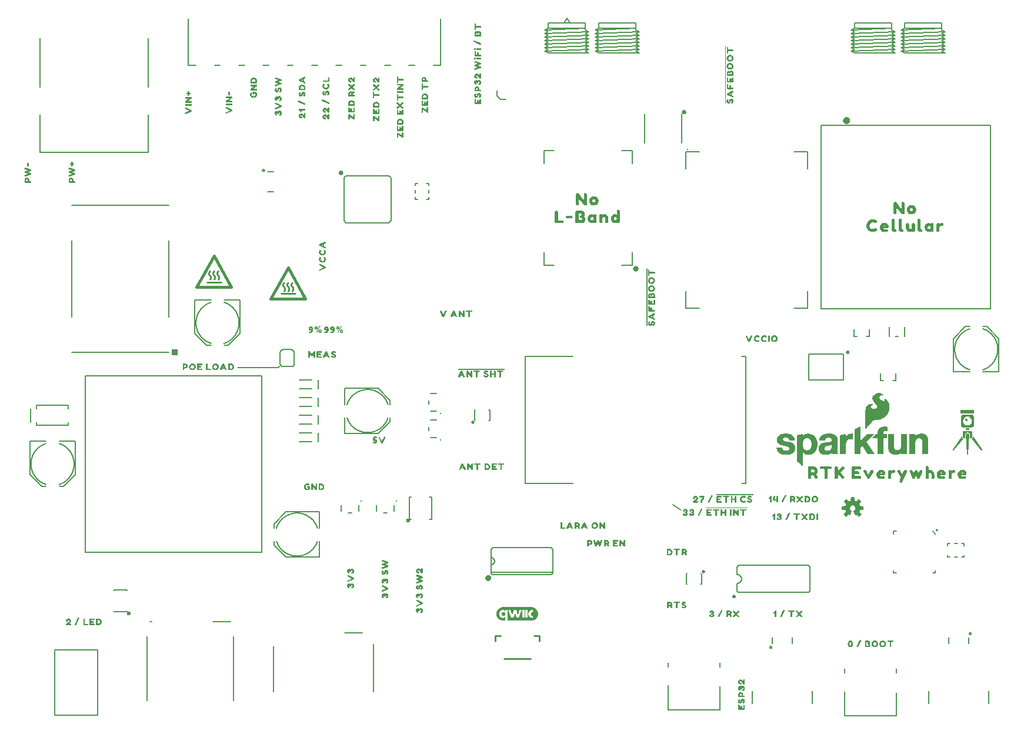
<source format=gto>
G04 EAGLE Gerber RS-274X export*
G75*
%MOMM*%
%FSLAX34Y34*%
%LPD*%
%INSilkscreen Top*%
%IPPOS*%
%AMOC8*
5,1,8,0,0,1.08239X$1,22.5*%
G01*
%ADD10C,0.203200*%
%ADD11C,0.152400*%
%ADD12C,0.508000*%
%ADD13C,0.508000*%
%ADD14C,0.254000*%
%ADD15C,0.254000*%
%ADD16C,0.282838*%
%ADD17C,0.177800*%
%ADD18R,0.889000X0.889000*%
%ADD19C,0.250000*%
%ADD20C,0.400000*%
%ADD21C,0.500000*%
%ADD22C,0.600000*%
%ADD23C,0.812800*%
%ADD24C,0.127000*%
%ADD25C,0.200000*%

G36*
X1260180Y418890D02*
X1260180Y418890D01*
X1260264Y418893D01*
X1260265Y418893D01*
X1260266Y418893D01*
X1260344Y418936D01*
X1260417Y418975D01*
X1260417Y418976D01*
X1260418Y418976D01*
X1260422Y418982D01*
X1260505Y419090D01*
X1260578Y419235D01*
X1260934Y419591D01*
X1260941Y419602D01*
X1260954Y419613D01*
X1261554Y420313D01*
X1261558Y420320D01*
X1261565Y420327D01*
X1262257Y421216D01*
X1263148Y422206D01*
X1263151Y422211D01*
X1263157Y422217D01*
X1264152Y423410D01*
X1265245Y424603D01*
X1266444Y425901D01*
X1267744Y427301D01*
X1267748Y427308D01*
X1267755Y427314D01*
X1268845Y428602D01*
X1269927Y429684D01*
X1270902Y430562D01*
X1271854Y431228D01*
X1272895Y431701D01*
X1273916Y431980D01*
X1277765Y431980D01*
X1277785Y431985D01*
X1277812Y431983D01*
X1280212Y432283D01*
X1280234Y432291D01*
X1280265Y432293D01*
X1282465Y432893D01*
X1282488Y432905D01*
X1282521Y432913D01*
X1284521Y433813D01*
X1284540Y433827D01*
X1284568Y433839D01*
X1286468Y435039D01*
X1286479Y435049D01*
X1286496Y435058D01*
X1288196Y436358D01*
X1288213Y436379D01*
X1288242Y436400D01*
X1289742Y438000D01*
X1289750Y438014D01*
X1289765Y438027D01*
X1291165Y439827D01*
X1291178Y439854D01*
X1291203Y439886D01*
X1293103Y443586D01*
X1293111Y443617D01*
X1293131Y443658D01*
X1294131Y447258D01*
X1294133Y447292D01*
X1294145Y447338D01*
X1294345Y450838D01*
X1294339Y450870D01*
X1294341Y450917D01*
X1293841Y454217D01*
X1293830Y454246D01*
X1293823Y454288D01*
X1292823Y457088D01*
X1292809Y457109D01*
X1292799Y457141D01*
X1291499Y459541D01*
X1291473Y459570D01*
X1291434Y459629D01*
X1289734Y461329D01*
X1289704Y461347D01*
X1289667Y461382D01*
X1288067Y462382D01*
X1288001Y462405D01*
X1287937Y462433D01*
X1287920Y462433D01*
X1287903Y462438D01*
X1287834Y462429D01*
X1287764Y462427D01*
X1287749Y462418D01*
X1287731Y462416D01*
X1287673Y462377D01*
X1287612Y462344D01*
X1287602Y462329D01*
X1287587Y462319D01*
X1287552Y462259D01*
X1287512Y462202D01*
X1287509Y462183D01*
X1287501Y462169D01*
X1287498Y462130D01*
X1287485Y462060D01*
X1287485Y461460D01*
X1287492Y461430D01*
X1287492Y461385D01*
X1287578Y460954D01*
X1287402Y459894D01*
X1287163Y459496D01*
X1286748Y459081D01*
X1286187Y458840D01*
X1285618Y458840D01*
X1284303Y459216D01*
X1283562Y459587D01*
X1282200Y460560D01*
X1281523Y461139D01*
X1281064Y461598D01*
X1280587Y462362D01*
X1280584Y462365D01*
X1280581Y462371D01*
X1280214Y462922D01*
X1280037Y463544D01*
X1279950Y464060D01*
X1280033Y464557D01*
X1280212Y465004D01*
X1280487Y465554D01*
X1280841Y465996D01*
X1281579Y466642D01*
X1281957Y466831D01*
X1282298Y467001D01*
X1283032Y467185D01*
X1283886Y467280D01*
X1285118Y467280D01*
X1285473Y467191D01*
X1285509Y467191D01*
X1285565Y467180D01*
X1285665Y467180D01*
X1285726Y467194D01*
X1285789Y467200D01*
X1285810Y467214D01*
X1285834Y467219D01*
X1285882Y467259D01*
X1285935Y467293D01*
X1285948Y467314D01*
X1285967Y467329D01*
X1285993Y467387D01*
X1286026Y467440D01*
X1286028Y467465D01*
X1286038Y467488D01*
X1286036Y467550D01*
X1286042Y467613D01*
X1286033Y467636D01*
X1286032Y467661D01*
X1286002Y467716D01*
X1285979Y467775D01*
X1285959Y467794D01*
X1285949Y467813D01*
X1285918Y467834D01*
X1285876Y467876D01*
X1285582Y468073D01*
X1284886Y468569D01*
X1284871Y468575D01*
X1284857Y468588D01*
X1283657Y469288D01*
X1283633Y469296D01*
X1283606Y469313D01*
X1282106Y469913D01*
X1282088Y469916D01*
X1282067Y469926D01*
X1280267Y470426D01*
X1280233Y470428D01*
X1280184Y470440D01*
X1278184Y470540D01*
X1278146Y470533D01*
X1278081Y470531D01*
X1275881Y470031D01*
X1275847Y470014D01*
X1275789Y469997D01*
X1273489Y468797D01*
X1273464Y468776D01*
X1273423Y468754D01*
X1271723Y467354D01*
X1271700Y467323D01*
X1271652Y467275D01*
X1270552Y465675D01*
X1270538Y465640D01*
X1270506Y465587D01*
X1269906Y463887D01*
X1269903Y463852D01*
X1269901Y463841D01*
X1269892Y463822D01*
X1269893Y463800D01*
X1269885Y463760D01*
X1269885Y462060D01*
X1269894Y462022D01*
X1269900Y461953D01*
X1270400Y460253D01*
X1270414Y460228D01*
X1270425Y460190D01*
X1271325Y458390D01*
X1271344Y458367D01*
X1271363Y458329D01*
X1272663Y456629D01*
X1272680Y456615D01*
X1272696Y456591D01*
X1274387Y454901D01*
X1275643Y453451D01*
X1276285Y452076D01*
X1276285Y450817D01*
X1275926Y449652D01*
X1275114Y448750D01*
X1274004Y448009D01*
X1272712Y447640D01*
X1271216Y447640D01*
X1270176Y447924D01*
X1269356Y448197D01*
X1268723Y448739D01*
X1268178Y449285D01*
X1267921Y449798D01*
X1267745Y450413D01*
X1267745Y450998D01*
X1267906Y451481D01*
X1268153Y451810D01*
X1268519Y452176D01*
X1268998Y452559D01*
X1269353Y452826D01*
X1269806Y453007D01*
X1269818Y453015D01*
X1269835Y453020D01*
X1270079Y453142D01*
X1270435Y453320D01*
X1270464Y453344D01*
X1270534Y453391D01*
X1270634Y453491D01*
X1270647Y453513D01*
X1270667Y453529D01*
X1270693Y453586D01*
X1270725Y453638D01*
X1270728Y453664D01*
X1270738Y453688D01*
X1270736Y453749D01*
X1270742Y453811D01*
X1270733Y453835D01*
X1270732Y453861D01*
X1270702Y453915D01*
X1270680Y453973D01*
X1270661Y453990D01*
X1270649Y454013D01*
X1270599Y454048D01*
X1270553Y454090D01*
X1270528Y454098D01*
X1270507Y454113D01*
X1270423Y454129D01*
X1270387Y454140D01*
X1270377Y454138D01*
X1270365Y454140D01*
X1270327Y454140D01*
X1270096Y454217D01*
X1269606Y454413D01*
X1269571Y454418D01*
X1269519Y454436D01*
X1268819Y454536D01*
X1268795Y454534D01*
X1268765Y454540D01*
X1266965Y454540D01*
X1266935Y454533D01*
X1266890Y454533D01*
X1265890Y454333D01*
X1265880Y454328D01*
X1265865Y454327D01*
X1264765Y454027D01*
X1264748Y454018D01*
X1264724Y454013D01*
X1263724Y453613D01*
X1263697Y453594D01*
X1263654Y453576D01*
X1262754Y452976D01*
X1262733Y452954D01*
X1262696Y452929D01*
X1261896Y452129D01*
X1261885Y452111D01*
X1261865Y452093D01*
X1261165Y451193D01*
X1261154Y451169D01*
X1261131Y451142D01*
X1260531Y450042D01*
X1260522Y450009D01*
X1260499Y449964D01*
X1260099Y448564D01*
X1260098Y448539D01*
X1260088Y448507D01*
X1259888Y446907D01*
X1259889Y446895D01*
X1259885Y446880D01*
X1259785Y444980D01*
X1259787Y444971D01*
X1259785Y444960D01*
X1259785Y419260D01*
X1259805Y419175D01*
X1259824Y419093D01*
X1259824Y419092D01*
X1259824Y419091D01*
X1259881Y419023D01*
X1259933Y418959D01*
X1259934Y418958D01*
X1260012Y418923D01*
X1260091Y418887D01*
X1260092Y418887D01*
X1260093Y418887D01*
X1260180Y418890D01*
G37*
G36*
X741184Y142739D02*
X741184Y142739D01*
X741206Y142743D01*
X741213Y142758D01*
X741222Y142764D01*
X741221Y142774D01*
X741228Y142790D01*
X741228Y148230D01*
X741224Y148236D01*
X741209Y148274D01*
X741199Y148284D01*
X741192Y148286D01*
X741191Y148287D01*
X741188Y148287D01*
X741171Y148291D01*
X741143Y148302D01*
X741138Y148298D01*
X741133Y148299D01*
X741126Y148290D01*
X741101Y148272D01*
X741031Y148152D01*
X740972Y148054D01*
X740877Y147920D01*
X740692Y147726D01*
X740465Y147538D01*
X740278Y147390D01*
X740063Y147254D01*
X739767Y147086D01*
X739493Y146969D01*
X739128Y146850D01*
X738843Y146782D01*
X738527Y146732D01*
X738171Y146693D01*
X737876Y146693D01*
X737579Y146703D01*
X737223Y146732D01*
X736619Y146831D01*
X736003Y147020D01*
X735997Y147018D01*
X735987Y147029D01*
X735690Y147138D01*
X735376Y147295D01*
X735030Y147512D01*
X734733Y147710D01*
X734438Y147966D01*
X734171Y148242D01*
X733954Y148490D01*
X733777Y148726D01*
X733539Y149103D01*
X733419Y149311D01*
X733407Y149318D01*
X733402Y149324D01*
X733402Y149336D01*
X733272Y149625D01*
X733124Y149963D01*
X733015Y150277D01*
X732906Y150764D01*
X732807Y151202D01*
X732757Y151517D01*
X732718Y152162D01*
X732708Y152421D01*
X732718Y152748D01*
X732706Y152767D01*
X732714Y152780D01*
X732723Y152787D01*
X732722Y152795D01*
X732728Y152805D01*
X732787Y153493D01*
X732827Y153779D01*
X732896Y154097D01*
X732975Y154423D01*
X733104Y154828D01*
X733232Y155135D01*
X733401Y155492D01*
X733589Y155837D01*
X733736Y156053D01*
X733964Y156350D01*
X734279Y156705D01*
X734803Y157130D01*
X735079Y157327D01*
X735435Y157525D01*
X735438Y157531D01*
X735442Y157529D01*
X735445Y157533D01*
X735451Y157533D01*
X735760Y157672D01*
X736104Y157810D01*
X736508Y157909D01*
X737003Y157998D01*
X737419Y158037D01*
X737886Y158057D01*
X738052Y158057D01*
X738359Y158028D01*
X738566Y158008D01*
X738861Y157949D01*
X738991Y157919D01*
X739226Y157860D01*
X739441Y157772D01*
X739728Y157653D01*
X740004Y157506D01*
X740259Y157348D01*
X740555Y157122D01*
X740802Y156895D01*
X741049Y156647D01*
X741128Y156558D01*
X741142Y156555D01*
X741149Y156543D01*
X741172Y156546D01*
X741194Y156540D01*
X741203Y156551D01*
X741216Y156553D01*
X741231Y156584D01*
X741237Y156592D01*
X741236Y156596D01*
X741238Y156600D01*
X741238Y157947D01*
X744832Y157947D01*
X744842Y142820D01*
X744854Y142801D01*
X744858Y142779D01*
X744873Y142772D01*
X744879Y142763D01*
X744889Y142764D01*
X744905Y142757D01*
X752075Y142757D01*
X752085Y142764D01*
X752089Y142764D01*
X752105Y142757D01*
X759546Y142767D01*
X759549Y142763D01*
X759559Y142764D01*
X759575Y142757D01*
X768455Y142757D01*
X768467Y142765D01*
X768469Y142763D01*
X768479Y142764D01*
X768495Y142757D01*
X778585Y142757D01*
X778586Y142758D01*
X778588Y142757D01*
X779488Y142807D01*
X779505Y142820D01*
X779511Y142818D01*
X780681Y142928D01*
X780686Y142931D01*
X780695Y142930D01*
X780874Y142990D01*
X781493Y143170D01*
X782193Y143380D01*
X782195Y143383D01*
X782200Y143382D01*
X782820Y143652D01*
X782821Y143654D01*
X782824Y143654D01*
X783394Y143954D01*
X783394Y143955D01*
X783395Y143955D01*
X784055Y144315D01*
X784057Y144319D01*
X784063Y144320D01*
X784683Y144790D01*
X784683Y144791D01*
X784685Y144792D01*
X785435Y145422D01*
X785436Y145425D01*
X785440Y145426D01*
X785870Y145866D01*
X785870Y145868D01*
X785873Y145870D01*
X786473Y146590D01*
X786474Y146599D01*
X786482Y146604D01*
X786481Y146614D01*
X786515Y146632D01*
X786735Y146922D01*
X786735Y146926D01*
X786739Y146929D01*
X787339Y147979D01*
X787339Y147980D01*
X787341Y147981D01*
X787731Y148731D01*
X787730Y148735D01*
X787734Y148739D01*
X787854Y149079D01*
X787854Y149080D01*
X787855Y149081D01*
X788035Y149661D01*
X788033Y149669D01*
X788035Y149671D01*
X788235Y150311D01*
X788234Y150315D01*
X788237Y150318D01*
X788327Y150788D01*
X788326Y150791D01*
X788327Y150794D01*
X788487Y152344D01*
X788485Y152348D01*
X788488Y152354D01*
X788428Y153224D01*
X788427Y153225D01*
X788427Y153227D01*
X788317Y154237D01*
X788317Y154238D01*
X788317Y154240D01*
X788267Y154560D01*
X788264Y154563D01*
X788265Y154568D01*
X788145Y154958D01*
X788106Y155106D01*
X788096Y155115D01*
X788096Y155118D01*
X788094Y155119D01*
X788093Y155125D01*
X788095Y155139D01*
X787815Y156019D01*
X787813Y156021D01*
X787813Y156024D01*
X787613Y156514D01*
X787611Y156516D01*
X787610Y156520D01*
X787220Y157240D01*
X786910Y157800D01*
X786906Y157802D01*
X786905Y157808D01*
X786665Y158128D01*
X786663Y158129D01*
X786662Y158131D01*
X786658Y158133D01*
X786654Y158149D01*
X785894Y159089D01*
X785892Y159090D01*
X785891Y159091D01*
X785891Y159093D01*
X785511Y159493D01*
X785507Y159494D01*
X785505Y159498D01*
X785105Y159828D01*
X785105Y159829D01*
X784665Y160189D01*
X784336Y160468D01*
X784331Y160468D01*
X784327Y160474D01*
X783897Y160734D01*
X783896Y160734D01*
X783895Y160735D01*
X783055Y161195D01*
X783054Y161195D01*
X783053Y161196D01*
X782403Y161526D01*
X782399Y161525D01*
X782394Y161530D01*
X781864Y161700D01*
X780934Y161990D01*
X780919Y161986D01*
X780917Y161987D01*
X780911Y161997D01*
X780903Y161996D01*
X780892Y162002D01*
X778752Y162252D01*
X778749Y162251D01*
X778745Y162253D01*
X773765Y162253D01*
X773752Y162245D01*
X773751Y162247D01*
X773741Y162246D01*
X773725Y162253D01*
X765274Y162243D01*
X765271Y162247D01*
X765259Y162245D01*
X765249Y162253D01*
X765236Y162248D01*
X765225Y162253D01*
X749215Y162253D01*
X749205Y162246D01*
X749201Y162246D01*
X749185Y162253D01*
X741185Y162253D01*
X741181Y162250D01*
X741175Y162253D01*
X738445Y162253D01*
X738443Y162251D01*
X738440Y162253D01*
X736800Y162123D01*
X736798Y162121D01*
X736795Y162122D01*
X736125Y162012D01*
X736122Y162009D01*
X736117Y162010D01*
X734867Y161640D01*
X734866Y161638D01*
X734863Y161639D01*
X734183Y161379D01*
X734180Y161376D01*
X734175Y161375D01*
X733565Y161045D01*
X733564Y161045D01*
X732905Y160675D01*
X732887Y160666D01*
X732876Y160648D01*
X732868Y160650D01*
X732863Y160644D01*
X732850Y160642D01*
X732500Y160402D01*
X732499Y160399D01*
X732495Y160399D01*
X732005Y159999D01*
X732005Y159998D01*
X732004Y159998D01*
X731724Y159758D01*
X731724Y159757D01*
X731484Y159547D01*
X731483Y159547D01*
X731303Y159387D01*
X731302Y159384D01*
X731298Y159382D01*
X731048Y159102D01*
X731048Y159101D01*
X731047Y159100D01*
X730697Y158680D01*
X730377Y158290D01*
X730376Y158289D01*
X730375Y158288D01*
X730155Y157998D01*
X730155Y157997D01*
X730154Y157996D01*
X729964Y157726D01*
X729964Y157724D01*
X729961Y157722D01*
X729781Y157412D01*
X729781Y157411D01*
X729780Y157410D01*
X729620Y157120D01*
X729620Y157119D01*
X729619Y157119D01*
X729219Y156339D01*
X729220Y156335D01*
X729216Y156331D01*
X728936Y155541D01*
X728936Y155539D01*
X728935Y155538D01*
X728869Y155312D01*
X728864Y155306D01*
X728594Y154306D01*
X728596Y154302D01*
X728593Y154296D01*
X728533Y153686D01*
X728463Y153006D01*
X728462Y153005D01*
X728432Y152605D01*
X728445Y152582D01*
X728446Y152577D01*
X728442Y152569D01*
X728452Y152139D01*
X728454Y152137D01*
X728453Y152134D01*
X728503Y151624D01*
X728503Y151623D01*
X728553Y151153D01*
X728593Y150764D01*
X728595Y150761D01*
X728594Y150757D01*
X728664Y150427D01*
X728665Y150426D01*
X728664Y150424D01*
X728844Y149764D01*
X728846Y149762D01*
X728845Y149760D01*
X729125Y148920D01*
X729127Y148919D01*
X729127Y148916D01*
X729347Y148376D01*
X729350Y148374D01*
X729350Y148370D01*
X729600Y147920D01*
X729870Y147420D01*
X729968Y147242D01*
X729963Y147232D01*
X729968Y147226D01*
X729966Y147218D01*
X729989Y147201D01*
X729991Y147198D01*
X729995Y147182D01*
X730355Y146702D01*
X730356Y146702D01*
X730357Y146700D01*
X730697Y146290D01*
X731317Y145550D01*
X731322Y145548D01*
X731325Y145541D01*
X732485Y144591D01*
X732487Y144591D01*
X732488Y144590D01*
X732718Y144420D01*
X732720Y144419D01*
X732722Y144416D01*
X733182Y144136D01*
X733184Y144136D01*
X733185Y144135D01*
X733595Y143915D01*
X733596Y143915D01*
X733935Y143735D01*
X734324Y143515D01*
X734346Y143517D01*
X734347Y143509D01*
X734359Y143506D01*
X734377Y143490D01*
X736377Y142900D01*
X736382Y142901D01*
X736389Y142898D01*
X738099Y142728D01*
X738101Y142729D01*
X738105Y142727D01*
X741165Y142727D01*
X741184Y142739D01*
G37*
G36*
X1169380Y365392D02*
X1169380Y365392D01*
X1169406Y365393D01*
X1169460Y365423D01*
X1169518Y365445D01*
X1169535Y365464D01*
X1169558Y365476D01*
X1169593Y365527D01*
X1169635Y365572D01*
X1169643Y365597D01*
X1169658Y365618D01*
X1169674Y365702D01*
X1169685Y365738D01*
X1169683Y365748D01*
X1169685Y365760D01*
X1169685Y385201D01*
X1169908Y384922D01*
X1169915Y384917D01*
X1169921Y384907D01*
X1170721Y384007D01*
X1170750Y383987D01*
X1170787Y383949D01*
X1171787Y383249D01*
X1171798Y383244D01*
X1171809Y383234D01*
X1172809Y382634D01*
X1172832Y382627D01*
X1172859Y382609D01*
X1174059Y382109D01*
X1174080Y382105D01*
X1174105Y382093D01*
X1175205Y381793D01*
X1175224Y381792D01*
X1175247Y381784D01*
X1176547Y381584D01*
X1176560Y381585D01*
X1176576Y381581D01*
X1177876Y381481D01*
X1177905Y381485D01*
X1177944Y381482D01*
X1180844Y381782D01*
X1180878Y381794D01*
X1180934Y381802D01*
X1183434Y382702D01*
X1183464Y382722D01*
X1183516Y382744D01*
X1185616Y384144D01*
X1185640Y384169D01*
X1185681Y384199D01*
X1187481Y386099D01*
X1187498Y386128D01*
X1187532Y386167D01*
X1188832Y388367D01*
X1188839Y388389D01*
X1188856Y388414D01*
X1189856Y390814D01*
X1189861Y390842D01*
X1189876Y390878D01*
X1190476Y393578D01*
X1190476Y393602D01*
X1190484Y393633D01*
X1190684Y396433D01*
X1190681Y396456D01*
X1190684Y396485D01*
X1190484Y399485D01*
X1190477Y399508D01*
X1190477Y399540D01*
X1189877Y402340D01*
X1189871Y402353D01*
X1189870Y402365D01*
X1189862Y402379D01*
X1189858Y402401D01*
X1188858Y404901D01*
X1188845Y404920D01*
X1188836Y404947D01*
X1187536Y407247D01*
X1187511Y407274D01*
X1187481Y407322D01*
X1185681Y409222D01*
X1185653Y409240D01*
X1185619Y409274D01*
X1183419Y410774D01*
X1183383Y410788D01*
X1183325Y410821D01*
X1180625Y411721D01*
X1180591Y411724D01*
X1180542Y411738D01*
X1177442Y412038D01*
X1177414Y412035D01*
X1177376Y412039D01*
X1176076Y411939D01*
X1176061Y411935D01*
X1176043Y411935D01*
X1174843Y411735D01*
X1174830Y411730D01*
X1174813Y411729D01*
X1173613Y411429D01*
X1173597Y411421D01*
X1173575Y411417D01*
X1172475Y411017D01*
X1172443Y410997D01*
X1172387Y410972D01*
X1170387Y409572D01*
X1170363Y409545D01*
X1170321Y409513D01*
X1169521Y408613D01*
X1169513Y408598D01*
X1169497Y408584D01*
X1169385Y408429D01*
X1169385Y410860D01*
X1169369Y410928D01*
X1169360Y410997D01*
X1169350Y411011D01*
X1169346Y411029D01*
X1169301Y411082D01*
X1169262Y411140D01*
X1169247Y411149D01*
X1169236Y411162D01*
X1169172Y411191D01*
X1169111Y411225D01*
X1169092Y411227D01*
X1169077Y411233D01*
X1169038Y411232D01*
X1168967Y411238D01*
X1167967Y411138D01*
X1167948Y411132D01*
X1167923Y411131D01*
X1166143Y410736D01*
X1165263Y410638D01*
X1165249Y410633D01*
X1165230Y410633D01*
X1164247Y410436D01*
X1163363Y410338D01*
X1163346Y410332D01*
X1163323Y410331D01*
X1161523Y409931D01*
X1161514Y409927D01*
X1161504Y409927D01*
X1161436Y409890D01*
X1161366Y409856D01*
X1161360Y409849D01*
X1161352Y409844D01*
X1161308Y409781D01*
X1161260Y409719D01*
X1161258Y409710D01*
X1161252Y409702D01*
X1161225Y409560D01*
X1161225Y372660D01*
X1161242Y372586D01*
X1161255Y372511D01*
X1161262Y372501D01*
X1161264Y372491D01*
X1161288Y372462D01*
X1161336Y372391D01*
X1162236Y371491D01*
X1162252Y371481D01*
X1162267Y371463D01*
X1163259Y370670D01*
X1164251Y369777D01*
X1164259Y369773D01*
X1164267Y369763D01*
X1165251Y368976D01*
X1166136Y368091D01*
X1166144Y368086D01*
X1166151Y368077D01*
X1167151Y367177D01*
X1167159Y367173D01*
X1167167Y367163D01*
X1168151Y366376D01*
X1169036Y365491D01*
X1169058Y365478D01*
X1169074Y365458D01*
X1169131Y365432D01*
X1169183Y365400D01*
X1169209Y365397D01*
X1169233Y365387D01*
X1169294Y365389D01*
X1169356Y365383D01*
X1169380Y365392D01*
G37*
G36*
X1202828Y381385D02*
X1202828Y381385D01*
X1202859Y381384D01*
X1203559Y381484D01*
X1203563Y381485D01*
X1203568Y381485D01*
X1204136Y381580D01*
X1204805Y381580D01*
X1204831Y381586D01*
X1204868Y381585D01*
X1205468Y381685D01*
X1205485Y381692D01*
X1205509Y381694D01*
X1206189Y381889D01*
X1206768Y381985D01*
X1206791Y381995D01*
X1206825Y381999D01*
X1207425Y382199D01*
X1207445Y382212D01*
X1207475Y382220D01*
X1208051Y382508D01*
X1208625Y382699D01*
X1208645Y382712D01*
X1208675Y382720D01*
X1209116Y382940D01*
X1209275Y383020D01*
X1209285Y383028D01*
X1209301Y383034D01*
X1209801Y383334D01*
X1209807Y383340D01*
X1209816Y383344D01*
X1210416Y383744D01*
X1210426Y383754D01*
X1210443Y383763D01*
X1211325Y384469D01*
X1211325Y384260D01*
X1211328Y384245D01*
X1211326Y384230D01*
X1211363Y384098D01*
X1211364Y384091D01*
X1211365Y384091D01*
X1211365Y384090D01*
X1211425Y383970D01*
X1211425Y383760D01*
X1211428Y383745D01*
X1211426Y383730D01*
X1211463Y383598D01*
X1211464Y383591D01*
X1211465Y383591D01*
X1211465Y383590D01*
X1211525Y383470D01*
X1211525Y383360D01*
X1211542Y383286D01*
X1211555Y383211D01*
X1211562Y383201D01*
X1211564Y383191D01*
X1211588Y383162D01*
X1211625Y383108D01*
X1211625Y383060D01*
X1211628Y383045D01*
X1211626Y383030D01*
X1211663Y382898D01*
X1211664Y382891D01*
X1211665Y382891D01*
X1211665Y382890D01*
X1211765Y382690D01*
X1211789Y382661D01*
X1211825Y382608D01*
X1211825Y382560D01*
X1211836Y382510D01*
X1211838Y382459D01*
X1211856Y382427D01*
X1211864Y382391D01*
X1211897Y382352D01*
X1211921Y382307D01*
X1211951Y382286D01*
X1211974Y382258D01*
X1212021Y382237D01*
X1212063Y382207D01*
X1212105Y382199D01*
X1212133Y382187D01*
X1212163Y382188D01*
X1212205Y382180D01*
X1220105Y382180D01*
X1220155Y382192D01*
X1220207Y382194D01*
X1220239Y382211D01*
X1220274Y382219D01*
X1220314Y382252D01*
X1220359Y382277D01*
X1220380Y382307D01*
X1220407Y382329D01*
X1220429Y382377D01*
X1220458Y382419D01*
X1220464Y382455D01*
X1220478Y382488D01*
X1220476Y382539D01*
X1220484Y382590D01*
X1220473Y382631D01*
X1220472Y382661D01*
X1220457Y382688D01*
X1220445Y382730D01*
X1220345Y382930D01*
X1220332Y382946D01*
X1220321Y382971D01*
X1220150Y383229D01*
X1219970Y383766D01*
X1219885Y384107D01*
X1219885Y384360D01*
X1219877Y384396D01*
X1219874Y384452D01*
X1219685Y385207D01*
X1219685Y385560D01*
X1219678Y385590D01*
X1219678Y385635D01*
X1219585Y386098D01*
X1219585Y386460D01*
X1219578Y386490D01*
X1219578Y386535D01*
X1219485Y386998D01*
X1219485Y403560D01*
X1219482Y403574D01*
X1219484Y403592D01*
X1219384Y404792D01*
X1219379Y404807D01*
X1219379Y404828D01*
X1219179Y405928D01*
X1219166Y405957D01*
X1219158Y406001D01*
X1218758Y407001D01*
X1218750Y407013D01*
X1218745Y407030D01*
X1218345Y407830D01*
X1218327Y407852D01*
X1218309Y407888D01*
X1217709Y408688D01*
X1217683Y408710D01*
X1217652Y408749D01*
X1216952Y409349D01*
X1216942Y409354D01*
X1216933Y409364D01*
X1216133Y409964D01*
X1216112Y409973D01*
X1216090Y409992D01*
X1215190Y410492D01*
X1215175Y410497D01*
X1215159Y410507D01*
X1214259Y410907D01*
X1214239Y410911D01*
X1214214Y410924D01*
X1213214Y411224D01*
X1213198Y411225D01*
X1213180Y411233D01*
X1212180Y411433D01*
X1212177Y411433D01*
X1212173Y411434D01*
X1209973Y411834D01*
X1209958Y411833D01*
X1209939Y411839D01*
X1208839Y411939D01*
X1208824Y411937D01*
X1208805Y411940D01*
X1204305Y411940D01*
X1204279Y411934D01*
X1204243Y411935D01*
X1203043Y411735D01*
X1203040Y411734D01*
X1203037Y411734D01*
X1201937Y411534D01*
X1201923Y411528D01*
X1201905Y411527D01*
X1199705Y410927D01*
X1199688Y410918D01*
X1199664Y410913D01*
X1198664Y410513D01*
X1198642Y410498D01*
X1198609Y410486D01*
X1197615Y409889D01*
X1196720Y409392D01*
X1196696Y409370D01*
X1196655Y409346D01*
X1195855Y408646D01*
X1195842Y408628D01*
X1195819Y408610D01*
X1195119Y407810D01*
X1195109Y407791D01*
X1195089Y407771D01*
X1193889Y405971D01*
X1193876Y405937D01*
X1193848Y405890D01*
X1193448Y404790D01*
X1193444Y404761D01*
X1193430Y404723D01*
X1193230Y403523D01*
X1193230Y403520D01*
X1193229Y403518D01*
X1193029Y402218D01*
X1193035Y402139D01*
X1193038Y402059D01*
X1193042Y402053D01*
X1193043Y402045D01*
X1193083Y401977D01*
X1193121Y401907D01*
X1193127Y401903D01*
X1193131Y401896D01*
X1193198Y401853D01*
X1193263Y401807D01*
X1193271Y401806D01*
X1193277Y401802D01*
X1193310Y401798D01*
X1193405Y401780D01*
X1201205Y401780D01*
X1201255Y401791D01*
X1201306Y401793D01*
X1201338Y401811D01*
X1201374Y401819D01*
X1201413Y401852D01*
X1201458Y401876D01*
X1201479Y401906D01*
X1201507Y401929D01*
X1201528Y401976D01*
X1201558Y402018D01*
X1201566Y402060D01*
X1201578Y402088D01*
X1201577Y402118D01*
X1201585Y402160D01*
X1201585Y402722D01*
X1201668Y403136D01*
X1201845Y403490D01*
X1201848Y403504D01*
X1201858Y403519D01*
X1202052Y404004D01*
X1202235Y404369D01*
X1202401Y404618D01*
X1202947Y405165D01*
X1203196Y405331D01*
X1203285Y405375D01*
X1203929Y405697D01*
X1204380Y405787D01*
X1204387Y405791D01*
X1204397Y405791D01*
X1204788Y405889D01*
X1205743Y406080D01*
X1207267Y406080D01*
X1207730Y405987D01*
X1207762Y405988D01*
X1207805Y405980D01*
X1208167Y405980D01*
X1208622Y405889D01*
X1208972Y405801D01*
X1209314Y405631D01*
X1209594Y405444D01*
X1209614Y405436D01*
X1209635Y405420D01*
X1209980Y405248D01*
X1210210Y405018D01*
X1210567Y404482D01*
X1210742Y404043D01*
X1210833Y403682D01*
X1210925Y403129D01*
X1210925Y402677D01*
X1210836Y401702D01*
X1210349Y401053D01*
X1209551Y400610D01*
X1208392Y400223D01*
X1207027Y399833D01*
X1205559Y399637D01*
X1203862Y399438D01*
X1202063Y399238D01*
X1202062Y399238D01*
X1202061Y399238D01*
X1202060Y399237D01*
X1202058Y399237D01*
X1202051Y399235D01*
X1202043Y399235D01*
X1200243Y398935D01*
X1200232Y398931D01*
X1200218Y398930D01*
X1198518Y398530D01*
X1198499Y398521D01*
X1198472Y398516D01*
X1196872Y397916D01*
X1196847Y397900D01*
X1196809Y397886D01*
X1195309Y396986D01*
X1195291Y396968D01*
X1195262Y396952D01*
X1194062Y395952D01*
X1194038Y395921D01*
X1193985Y395866D01*
X1193085Y394466D01*
X1193073Y394431D01*
X1193044Y394380D01*
X1192444Y392580D01*
X1192442Y392550D01*
X1192428Y392511D01*
X1192128Y390311D01*
X1192132Y390277D01*
X1192126Y390226D01*
X1192226Y389126D01*
X1192227Y389122D01*
X1192227Y389118D01*
X1192327Y388218D01*
X1192338Y388187D01*
X1192344Y388140D01*
X1192944Y386340D01*
X1192961Y386313D01*
X1192975Y386271D01*
X1193775Y384871D01*
X1193795Y384849D01*
X1193816Y384813D01*
X1194416Y384113D01*
X1194438Y384096D01*
X1194462Y384068D01*
X1195062Y383568D01*
X1195073Y383562D01*
X1195084Y383551D01*
X1195784Y383051D01*
X1195800Y383044D01*
X1195816Y383030D01*
X1196516Y382630D01*
X1196526Y382627D01*
X1196535Y382620D01*
X1197335Y382220D01*
X1197358Y382214D01*
X1197385Y382199D01*
X1198285Y381899D01*
X1198302Y381898D01*
X1198323Y381889D01*
X1200123Y381489D01*
X1200142Y381489D01*
X1200167Y381482D01*
X1201167Y381382D01*
X1201184Y381384D01*
X1201205Y381380D01*
X1202805Y381380D01*
X1202828Y381385D01*
G37*
G36*
X1252555Y382291D02*
X1252555Y382291D01*
X1252606Y382293D01*
X1252638Y382311D01*
X1252674Y382319D01*
X1252713Y382352D01*
X1252758Y382376D01*
X1252779Y382406D01*
X1252807Y382429D01*
X1252828Y382476D01*
X1252858Y382518D01*
X1252866Y382560D01*
X1252878Y382588D01*
X1252877Y382618D01*
X1252885Y382660D01*
X1252885Y392199D01*
X1255428Y394657D01*
X1262881Y382462D01*
X1262905Y382437D01*
X1262921Y382407D01*
X1262965Y382376D01*
X1263002Y382338D01*
X1263035Y382327D01*
X1263063Y382307D01*
X1263129Y382295D01*
X1263166Y382282D01*
X1263183Y382284D01*
X1263205Y382280D01*
X1272605Y382280D01*
X1272677Y382297D01*
X1272751Y382309D01*
X1272761Y382316D01*
X1272774Y382319D01*
X1272831Y382367D01*
X1272892Y382410D01*
X1272898Y382421D01*
X1272907Y382429D01*
X1272938Y382497D01*
X1272973Y382563D01*
X1272973Y382576D01*
X1272978Y382588D01*
X1272975Y382662D01*
X1272978Y382736D01*
X1272972Y382749D01*
X1272972Y382761D01*
X1272953Y382794D01*
X1272922Y382870D01*
X1261296Y400407D01*
X1271770Y410587D01*
X1271785Y410611D01*
X1271807Y410629D01*
X1271832Y410683D01*
X1271864Y410733D01*
X1271867Y410762D01*
X1271878Y410788D01*
X1271876Y410847D01*
X1271883Y410905D01*
X1271873Y410932D01*
X1271872Y410961D01*
X1271843Y411013D01*
X1271823Y411068D01*
X1271803Y411088D01*
X1271789Y411113D01*
X1271741Y411147D01*
X1271698Y411188D01*
X1271670Y411196D01*
X1271647Y411213D01*
X1271569Y411228D01*
X1271532Y411239D01*
X1271520Y411237D01*
X1271505Y411240D01*
X1262305Y411240D01*
X1262228Y411222D01*
X1262151Y411208D01*
X1262144Y411202D01*
X1262136Y411201D01*
X1262110Y411179D01*
X1262032Y411125D01*
X1252885Y401698D01*
X1252885Y421660D01*
X1252872Y421718D01*
X1252867Y421777D01*
X1252852Y421801D01*
X1252846Y421829D01*
X1252808Y421875D01*
X1252778Y421925D01*
X1252754Y421940D01*
X1252736Y421962D01*
X1252681Y421987D01*
X1252632Y422019D01*
X1252603Y422022D01*
X1252577Y422033D01*
X1252518Y422031D01*
X1252459Y422038D01*
X1252429Y422028D01*
X1252404Y422027D01*
X1252373Y422010D01*
X1252321Y421993D01*
X1244521Y417693D01*
X1244490Y417664D01*
X1244452Y417644D01*
X1244426Y417607D01*
X1244393Y417577D01*
X1244377Y417537D01*
X1244352Y417502D01*
X1244342Y417449D01*
X1244329Y417416D01*
X1244331Y417392D01*
X1244325Y417360D01*
X1244325Y382660D01*
X1244336Y382610D01*
X1244338Y382559D01*
X1244356Y382527D01*
X1244364Y382491D01*
X1244397Y382452D01*
X1244421Y382407D01*
X1244451Y382386D01*
X1244474Y382358D01*
X1244521Y382337D01*
X1244563Y382307D01*
X1244605Y382299D01*
X1244633Y382287D01*
X1244663Y382288D01*
X1244705Y382280D01*
X1252505Y382280D01*
X1252555Y382291D01*
G37*
G36*
X1331255Y382291D02*
X1331255Y382291D01*
X1331306Y382293D01*
X1331338Y382311D01*
X1331374Y382319D01*
X1331413Y382352D01*
X1331458Y382376D01*
X1331479Y382406D01*
X1331507Y382429D01*
X1331528Y382476D01*
X1331558Y382518D01*
X1331566Y382560D01*
X1331578Y382588D01*
X1331577Y382618D01*
X1331585Y382660D01*
X1331585Y397450D01*
X1331684Y399428D01*
X1331878Y401073D01*
X1332353Y402404D01*
X1332913Y403430D01*
X1333635Y404152D01*
X1334657Y404710D01*
X1335779Y405084D01*
X1337203Y405179D01*
X1338418Y405085D01*
X1339341Y404716D01*
X1340162Y404260D01*
X1340792Y403540D01*
X1341248Y402719D01*
X1341531Y401587D01*
X1341726Y400222D01*
X1341825Y398549D01*
X1341825Y382660D01*
X1341836Y382610D01*
X1341838Y382559D01*
X1341856Y382527D01*
X1341864Y382491D01*
X1341897Y382452D01*
X1341921Y382407D01*
X1341951Y382386D01*
X1341974Y382358D01*
X1342021Y382337D01*
X1342063Y382307D01*
X1342105Y382299D01*
X1342133Y382287D01*
X1342163Y382288D01*
X1342205Y382280D01*
X1349905Y382280D01*
X1349955Y382291D01*
X1350006Y382293D01*
X1350038Y382311D01*
X1350074Y382319D01*
X1350113Y382352D01*
X1350158Y382376D01*
X1350179Y382406D01*
X1350207Y382429D01*
X1350228Y382476D01*
X1350258Y382518D01*
X1350266Y382560D01*
X1350278Y382588D01*
X1350277Y382618D01*
X1350285Y382660D01*
X1350285Y400060D01*
X1350284Y400067D01*
X1350285Y400075D01*
X1350185Y402575D01*
X1350181Y402591D01*
X1350182Y402611D01*
X1349882Y404811D01*
X1349873Y404835D01*
X1349869Y404869D01*
X1349269Y406869D01*
X1349251Y406901D01*
X1349233Y406953D01*
X1348233Y408653D01*
X1348207Y408680D01*
X1348174Y408729D01*
X1346774Y410129D01*
X1346741Y410149D01*
X1346690Y410192D01*
X1344890Y411192D01*
X1344854Y411203D01*
X1344801Y411228D01*
X1342501Y411828D01*
X1342471Y411829D01*
X1342432Y411839D01*
X1339632Y412039D01*
X1339607Y412035D01*
X1339573Y412039D01*
X1338373Y411939D01*
X1338360Y411935D01*
X1338343Y411935D01*
X1337143Y411735D01*
X1337130Y411730D01*
X1337113Y411729D01*
X1335913Y411429D01*
X1335891Y411418D01*
X1335859Y411411D01*
X1334659Y410911D01*
X1334636Y410895D01*
X1334601Y410881D01*
X1333501Y410181D01*
X1333488Y410168D01*
X1333467Y410157D01*
X1332467Y409357D01*
X1332451Y409336D01*
X1332422Y409314D01*
X1331522Y408314D01*
X1331514Y408299D01*
X1331497Y408284D01*
X1331285Y407992D01*
X1331285Y410860D01*
X1331274Y410910D01*
X1331272Y410961D01*
X1331254Y410993D01*
X1331246Y411029D01*
X1331213Y411068D01*
X1331189Y411113D01*
X1331159Y411134D01*
X1331136Y411162D01*
X1331089Y411183D01*
X1331047Y411213D01*
X1331005Y411221D01*
X1330977Y411233D01*
X1330947Y411232D01*
X1330905Y411240D01*
X1323505Y411240D01*
X1323461Y411230D01*
X1323415Y411229D01*
X1323377Y411210D01*
X1323336Y411201D01*
X1323301Y411172D01*
X1323260Y411151D01*
X1323235Y411117D01*
X1323203Y411091D01*
X1323184Y411049D01*
X1323157Y411012D01*
X1323146Y410964D01*
X1323132Y410932D01*
X1323133Y410906D01*
X1323125Y410871D01*
X1323025Y407371D01*
X1323026Y407366D01*
X1323025Y407360D01*
X1323025Y382660D01*
X1323036Y382610D01*
X1323038Y382559D01*
X1323056Y382527D01*
X1323064Y382491D01*
X1323097Y382452D01*
X1323121Y382407D01*
X1323151Y382386D01*
X1323174Y382358D01*
X1323221Y382337D01*
X1323263Y382307D01*
X1323305Y382299D01*
X1323333Y382287D01*
X1323363Y382288D01*
X1323405Y382280D01*
X1331205Y382280D01*
X1331255Y382291D01*
G37*
G36*
X1303103Y381485D02*
X1303103Y381485D01*
X1303137Y381481D01*
X1304337Y381581D01*
X1304350Y381585D01*
X1304368Y381585D01*
X1305568Y381785D01*
X1305580Y381790D01*
X1305597Y381791D01*
X1306797Y382091D01*
X1306819Y382102D01*
X1306851Y382109D01*
X1308051Y382609D01*
X1308074Y382625D01*
X1308109Y382639D01*
X1309209Y383339D01*
X1309222Y383352D01*
X1309243Y383363D01*
X1310243Y384163D01*
X1310259Y384184D01*
X1310288Y384206D01*
X1311188Y385206D01*
X1311196Y385221D01*
X1311213Y385236D01*
X1311425Y385528D01*
X1311425Y382660D01*
X1311436Y382610D01*
X1311438Y382559D01*
X1311456Y382527D01*
X1311464Y382491D01*
X1311497Y382452D01*
X1311521Y382407D01*
X1311551Y382386D01*
X1311574Y382358D01*
X1311621Y382337D01*
X1311663Y382307D01*
X1311705Y382299D01*
X1311733Y382287D01*
X1311763Y382288D01*
X1311805Y382280D01*
X1319205Y382280D01*
X1319250Y382290D01*
X1319295Y382291D01*
X1319333Y382310D01*
X1319374Y382319D01*
X1319409Y382348D01*
X1319450Y382369D01*
X1319475Y382403D01*
X1319507Y382429D01*
X1319526Y382471D01*
X1319553Y382508D01*
X1319564Y382556D01*
X1319578Y382588D01*
X1319577Y382614D01*
X1319585Y382649D01*
X1319685Y386149D01*
X1319684Y386154D01*
X1319685Y386160D01*
X1319685Y410860D01*
X1319674Y410910D01*
X1319672Y410961D01*
X1319654Y410993D01*
X1319646Y411029D01*
X1319613Y411068D01*
X1319589Y411113D01*
X1319559Y411134D01*
X1319536Y411162D01*
X1319489Y411183D01*
X1319447Y411213D01*
X1319405Y411221D01*
X1319377Y411233D01*
X1319347Y411232D01*
X1319305Y411240D01*
X1311505Y411240D01*
X1311455Y411229D01*
X1311404Y411227D01*
X1311372Y411209D01*
X1311336Y411201D01*
X1311297Y411168D01*
X1311252Y411144D01*
X1311231Y411114D01*
X1311203Y411091D01*
X1311182Y411044D01*
X1311152Y411002D01*
X1311144Y410960D01*
X1311132Y410932D01*
X1311133Y410902D01*
X1311125Y410860D01*
X1311125Y396070D01*
X1311026Y394092D01*
X1310832Y392447D01*
X1310357Y391116D01*
X1309797Y390090D01*
X1309075Y389368D01*
X1308053Y388810D01*
X1306931Y388436D01*
X1305507Y388341D01*
X1304275Y388436D01*
X1303369Y388708D01*
X1302547Y389256D01*
X1301918Y389885D01*
X1301464Y390793D01*
X1301179Y391933D01*
X1300984Y393298D01*
X1300885Y394971D01*
X1300885Y410860D01*
X1300874Y410910D01*
X1300872Y410961D01*
X1300854Y410993D01*
X1300846Y411029D01*
X1300813Y411068D01*
X1300789Y411113D01*
X1300759Y411134D01*
X1300736Y411162D01*
X1300689Y411183D01*
X1300647Y411213D01*
X1300605Y411221D01*
X1300577Y411233D01*
X1300547Y411232D01*
X1300505Y411240D01*
X1292805Y411240D01*
X1292755Y411229D01*
X1292704Y411227D01*
X1292672Y411209D01*
X1292636Y411201D01*
X1292597Y411168D01*
X1292552Y411144D01*
X1292531Y411114D01*
X1292503Y411091D01*
X1292482Y411044D01*
X1292452Y411002D01*
X1292444Y410960D01*
X1292432Y410932D01*
X1292433Y410902D01*
X1292425Y410860D01*
X1292425Y393460D01*
X1292426Y393453D01*
X1292425Y393445D01*
X1292525Y390945D01*
X1292529Y390929D01*
X1292528Y390909D01*
X1292828Y388709D01*
X1292837Y388685D01*
X1292841Y388651D01*
X1293441Y386651D01*
X1293459Y386619D01*
X1293477Y386567D01*
X1294477Y384867D01*
X1294503Y384840D01*
X1294536Y384791D01*
X1295936Y383391D01*
X1295969Y383371D01*
X1296020Y383328D01*
X1297820Y382328D01*
X1297856Y382317D01*
X1297909Y382292D01*
X1300209Y381692D01*
X1300239Y381691D01*
X1300278Y381681D01*
X1303078Y381481D01*
X1303103Y381485D01*
G37*
G36*
X1145504Y381583D02*
X1145504Y381583D01*
X1145521Y381580D01*
X1147921Y381680D01*
X1147942Y381686D01*
X1147970Y381685D01*
X1150270Y382085D01*
X1150285Y382092D01*
X1150305Y382093D01*
X1152505Y382693D01*
X1152535Y382709D01*
X1152582Y382724D01*
X1154482Y383724D01*
X1154503Y383741D01*
X1154536Y383758D01*
X1156236Y385058D01*
X1156260Y385087D01*
X1156307Y385129D01*
X1156324Y385152D01*
X1156615Y385532D01*
X1156906Y385912D01*
X1157197Y386292D01*
X1157197Y386293D01*
X1157487Y386673D01*
X1157488Y386673D01*
X1157607Y386829D01*
X1157623Y386865D01*
X1157660Y386925D01*
X1158460Y389025D01*
X1158465Y389061D01*
X1158483Y389116D01*
X1158783Y391716D01*
X1158779Y391751D01*
X1158783Y391802D01*
X1158583Y393602D01*
X1158570Y393638D01*
X1158558Y393701D01*
X1157958Y395201D01*
X1157939Y395228D01*
X1157921Y395271D01*
X1157121Y396471D01*
X1157093Y396498D01*
X1157048Y396552D01*
X1155848Y397552D01*
X1155835Y397559D01*
X1155821Y397573D01*
X1154521Y398473D01*
X1154487Y398486D01*
X1154439Y398516D01*
X1152839Y399116D01*
X1152829Y399117D01*
X1152818Y399123D01*
X1151218Y399623D01*
X1151206Y399624D01*
X1151192Y399630D01*
X1149494Y400030D01*
X1147897Y400429D01*
X1147887Y400429D01*
X1147875Y400434D01*
X1146289Y400731D01*
X1144810Y401126D01*
X1143540Y401516D01*
X1142490Y401993D01*
X1141660Y402547D01*
X1141156Y403135D01*
X1140990Y403878D01*
X1141074Y404548D01*
X1141318Y405035D01*
X1141730Y405448D01*
X1141985Y405575D01*
X1142265Y405715D01*
X1142909Y405991D01*
X1143532Y406080D01*
X1145984Y406080D01*
X1146823Y405987D01*
X1147659Y405708D01*
X1148395Y405340D01*
X1148935Y404890D01*
X1149379Y404357D01*
X1149740Y403544D01*
X1149932Y402585D01*
X1149938Y402573D01*
X1149938Y402559D01*
X1149974Y402495D01*
X1150004Y402428D01*
X1150015Y402419D01*
X1150021Y402407D01*
X1150081Y402365D01*
X1150138Y402318D01*
X1150152Y402315D01*
X1150163Y402307D01*
X1150305Y402280D01*
X1157605Y402280D01*
X1157685Y402298D01*
X1157765Y402315D01*
X1157769Y402318D01*
X1157774Y402319D01*
X1157837Y402372D01*
X1157901Y402422D01*
X1157903Y402426D01*
X1157907Y402429D01*
X1157941Y402504D01*
X1157976Y402578D01*
X1157976Y402583D01*
X1157978Y402588D01*
X1157977Y402615D01*
X1157980Y402723D01*
X1157580Y405123D01*
X1157565Y405158D01*
X1157549Y405223D01*
X1156649Y407123D01*
X1156626Y407151D01*
X1156600Y407200D01*
X1155300Y408800D01*
X1155274Y408820D01*
X1155271Y408824D01*
X1155267Y408830D01*
X1155262Y408834D01*
X1155243Y408857D01*
X1153743Y410057D01*
X1153711Y410072D01*
X1153668Y410104D01*
X1151768Y411004D01*
X1151743Y411009D01*
X1151714Y411024D01*
X1149714Y411624D01*
X1149689Y411626D01*
X1149656Y411637D01*
X1147456Y411937D01*
X1147441Y411935D01*
X1147422Y411940D01*
X1145222Y412040D01*
X1145207Y412037D01*
X1145188Y412040D01*
X1142888Y411940D01*
X1142873Y411936D01*
X1142854Y411937D01*
X1140654Y411637D01*
X1140638Y411631D01*
X1140617Y411630D01*
X1138517Y411130D01*
X1138488Y411115D01*
X1138442Y411104D01*
X1136542Y410204D01*
X1136517Y410184D01*
X1136477Y410164D01*
X1134877Y408964D01*
X1134852Y408934D01*
X1134801Y408888D01*
X1133601Y407288D01*
X1133586Y407253D01*
X1133552Y407201D01*
X1132752Y405201D01*
X1132746Y405162D01*
X1132726Y405090D01*
X1132526Y402590D01*
X1132531Y402559D01*
X1132527Y402516D01*
X1132727Y400816D01*
X1132739Y400783D01*
X1132747Y400732D01*
X1133247Y399332D01*
X1133268Y399299D01*
X1133301Y399232D01*
X1134201Y398032D01*
X1134229Y398009D01*
X1134264Y397966D01*
X1135364Y397066D01*
X1135389Y397054D01*
X1135416Y397030D01*
X1136816Y396230D01*
X1136838Y396223D01*
X1136864Y396207D01*
X1138364Y395607D01*
X1138377Y395605D01*
X1138392Y395597D01*
X1139992Y395097D01*
X1140004Y395096D01*
X1140018Y395090D01*
X1141718Y394690D01*
X1141724Y394690D01*
X1141730Y394687D01*
X1143724Y394288D01*
X1145401Y393894D01*
X1146885Y393399D01*
X1146889Y393399D01*
X1146893Y393397D01*
X1148149Y393010D01*
X1149082Y392451D01*
X1149722Y391901D01*
X1150140Y391317D01*
X1150222Y390657D01*
X1150135Y389869D01*
X1149785Y389170D01*
X1149344Y388641D01*
X1148708Y388187D01*
X1148344Y388005D01*
X1147972Y387819D01*
X1147217Y387630D01*
X1146363Y387440D01*
X1145522Y387440D01*
X1144456Y387537D01*
X1143394Y387730D01*
X1142454Y388012D01*
X1141636Y388467D01*
X1140993Y389110D01*
X1140439Y389848D01*
X1140079Y390750D01*
X1139984Y391794D01*
X1139973Y391827D01*
X1139972Y391861D01*
X1139946Y391908D01*
X1139929Y391959D01*
X1139905Y391983D01*
X1139889Y392013D01*
X1139845Y392044D01*
X1139807Y392082D01*
X1139775Y392093D01*
X1139747Y392113D01*
X1139680Y392126D01*
X1139643Y392138D01*
X1139626Y392136D01*
X1139605Y392140D01*
X1132205Y392140D01*
X1132126Y392122D01*
X1132048Y392106D01*
X1132043Y392102D01*
X1132036Y392101D01*
X1131974Y392049D01*
X1131910Y392000D01*
X1131908Y391995D01*
X1131903Y391991D01*
X1131870Y391917D01*
X1131834Y391845D01*
X1131834Y391838D01*
X1131832Y391832D01*
X1131833Y391802D01*
X1131830Y391700D01*
X1132230Y389200D01*
X1132243Y389166D01*
X1132256Y389110D01*
X1133156Y387010D01*
X1133177Y386981D01*
X1133203Y386929D01*
X1134503Y385229D01*
X1134530Y385207D01*
X1134563Y385166D01*
X1136263Y383766D01*
X1136294Y383751D01*
X1136335Y383720D01*
X1138335Y382720D01*
X1138365Y382713D01*
X1138405Y382693D01*
X1140605Y382093D01*
X1140621Y382093D01*
X1140640Y382085D01*
X1142940Y381685D01*
X1142962Y381687D01*
X1142990Y381680D01*
X1145490Y381580D01*
X1145504Y381583D01*
G37*
G36*
X1250745Y292246D02*
X1250745Y292246D01*
X1250853Y292256D01*
X1250866Y292262D01*
X1250880Y292264D01*
X1250977Y292312D01*
X1251076Y292357D01*
X1251089Y292368D01*
X1251098Y292372D01*
X1251113Y292388D01*
X1251190Y292450D01*
X1253775Y295035D01*
X1253838Y295124D01*
X1253904Y295209D01*
X1253909Y295222D01*
X1253917Y295234D01*
X1253948Y295337D01*
X1253984Y295440D01*
X1253984Y295454D01*
X1253988Y295467D01*
X1253984Y295575D01*
X1253985Y295684D01*
X1253980Y295697D01*
X1253980Y295711D01*
X1253942Y295813D01*
X1253907Y295915D01*
X1253898Y295930D01*
X1253894Y295939D01*
X1253880Y295956D01*
X1253826Y296038D01*
X1251062Y299428D01*
X1251619Y300510D01*
X1251625Y300530D01*
X1251667Y300625D01*
X1252038Y301784D01*
X1256389Y302227D01*
X1256493Y302255D01*
X1256599Y302280D01*
X1256611Y302287D01*
X1256624Y302290D01*
X1256714Y302351D01*
X1256807Y302408D01*
X1256815Y302419D01*
X1256827Y302427D01*
X1256893Y302513D01*
X1256962Y302597D01*
X1256966Y302610D01*
X1256975Y302621D01*
X1257009Y302724D01*
X1257048Y302825D01*
X1257049Y302843D01*
X1257053Y302852D01*
X1257053Y302874D01*
X1257062Y302972D01*
X1257062Y306628D01*
X1257045Y306735D01*
X1257031Y306843D01*
X1257025Y306855D01*
X1257023Y306869D01*
X1256971Y306965D01*
X1256924Y307062D01*
X1256914Y307072D01*
X1256908Y307084D01*
X1256828Y307158D01*
X1256752Y307235D01*
X1256740Y307241D01*
X1256730Y307251D01*
X1256631Y307296D01*
X1256534Y307344D01*
X1256516Y307348D01*
X1256507Y307352D01*
X1256486Y307354D01*
X1256389Y307373D01*
X1252038Y307816D01*
X1251667Y308975D01*
X1251658Y308992D01*
X1251656Y309000D01*
X1251652Y309007D01*
X1251619Y309090D01*
X1251062Y310172D01*
X1253826Y313562D01*
X1253880Y313656D01*
X1253937Y313748D01*
X1253940Y313761D01*
X1253947Y313773D01*
X1253968Y313880D01*
X1253993Y313985D01*
X1253991Y313999D01*
X1253994Y314013D01*
X1253979Y314120D01*
X1253969Y314228D01*
X1253963Y314241D01*
X1253961Y314255D01*
X1253913Y314352D01*
X1253868Y314451D01*
X1253857Y314464D01*
X1253853Y314473D01*
X1253837Y314488D01*
X1253775Y314565D01*
X1251190Y317150D01*
X1251101Y317213D01*
X1251016Y317279D01*
X1251003Y317284D01*
X1250991Y317292D01*
X1250888Y317323D01*
X1250785Y317359D01*
X1250771Y317359D01*
X1250758Y317363D01*
X1250650Y317359D01*
X1250541Y317360D01*
X1250528Y317355D01*
X1250514Y317355D01*
X1250412Y317317D01*
X1250310Y317282D01*
X1250295Y317273D01*
X1250286Y317269D01*
X1250269Y317255D01*
X1250187Y317201D01*
X1246797Y314437D01*
X1245715Y314994D01*
X1245695Y315000D01*
X1245600Y315042D01*
X1244441Y315413D01*
X1243998Y319764D01*
X1243970Y319868D01*
X1243945Y319974D01*
X1243938Y319986D01*
X1243935Y319999D01*
X1243874Y320089D01*
X1243817Y320182D01*
X1243806Y320190D01*
X1243798Y320202D01*
X1243712Y320268D01*
X1243628Y320337D01*
X1243615Y320341D01*
X1243604Y320350D01*
X1243501Y320384D01*
X1243400Y320423D01*
X1243382Y320424D01*
X1243373Y320428D01*
X1243351Y320428D01*
X1243253Y320437D01*
X1239597Y320437D01*
X1239490Y320420D01*
X1239382Y320406D01*
X1239370Y320400D01*
X1239356Y320398D01*
X1239260Y320346D01*
X1239163Y320299D01*
X1239153Y320289D01*
X1239141Y320283D01*
X1239067Y320203D01*
X1238990Y320127D01*
X1238984Y320115D01*
X1238974Y320105D01*
X1238929Y320006D01*
X1238881Y319909D01*
X1238877Y319891D01*
X1238873Y319882D01*
X1238871Y319861D01*
X1238852Y319764D01*
X1238409Y315413D01*
X1237250Y315042D01*
X1237232Y315032D01*
X1237135Y314994D01*
X1236053Y314437D01*
X1232663Y317201D01*
X1232569Y317255D01*
X1232477Y317312D01*
X1232464Y317315D01*
X1232452Y317322D01*
X1232345Y317343D01*
X1232240Y317368D01*
X1232226Y317366D01*
X1232212Y317369D01*
X1232105Y317354D01*
X1231997Y317344D01*
X1231984Y317338D01*
X1231971Y317336D01*
X1231873Y317288D01*
X1231774Y317243D01*
X1231761Y317232D01*
X1231752Y317228D01*
X1231737Y317212D01*
X1231660Y317150D01*
X1229075Y314565D01*
X1229012Y314476D01*
X1228946Y314391D01*
X1228941Y314378D01*
X1228933Y314366D01*
X1228902Y314263D01*
X1228866Y314160D01*
X1228866Y314146D01*
X1228862Y314133D01*
X1228866Y314025D01*
X1228865Y313916D01*
X1228870Y313903D01*
X1228870Y313889D01*
X1228908Y313787D01*
X1228943Y313685D01*
X1228952Y313670D01*
X1228956Y313661D01*
X1228970Y313644D01*
X1229024Y313562D01*
X1231788Y310172D01*
X1231231Y309090D01*
X1231225Y309070D01*
X1231183Y308975D01*
X1230812Y307816D01*
X1226461Y307373D01*
X1226357Y307345D01*
X1226251Y307320D01*
X1226239Y307313D01*
X1226226Y307310D01*
X1226136Y307249D01*
X1226043Y307192D01*
X1226035Y307181D01*
X1226023Y307173D01*
X1225957Y307087D01*
X1225889Y307003D01*
X1225884Y306990D01*
X1225875Y306979D01*
X1225841Y306876D01*
X1225802Y306775D01*
X1225801Y306757D01*
X1225797Y306748D01*
X1225798Y306726D01*
X1225788Y306628D01*
X1225788Y302972D01*
X1225805Y302865D01*
X1225819Y302757D01*
X1225825Y302745D01*
X1225827Y302731D01*
X1225879Y302635D01*
X1225926Y302538D01*
X1225936Y302528D01*
X1225942Y302516D01*
X1226022Y302442D01*
X1226098Y302365D01*
X1226110Y302359D01*
X1226121Y302349D01*
X1226219Y302304D01*
X1226316Y302256D01*
X1226334Y302252D01*
X1226343Y302248D01*
X1226364Y302246D01*
X1226461Y302227D01*
X1230812Y301784D01*
X1231183Y300625D01*
X1231193Y300607D01*
X1231231Y300510D01*
X1231788Y299428D01*
X1229024Y296038D01*
X1228970Y295944D01*
X1228913Y295852D01*
X1228910Y295839D01*
X1228903Y295827D01*
X1228882Y295720D01*
X1228857Y295615D01*
X1228859Y295601D01*
X1228856Y295587D01*
X1228871Y295480D01*
X1228881Y295372D01*
X1228887Y295359D01*
X1228889Y295346D01*
X1228937Y295248D01*
X1228982Y295149D01*
X1228993Y295136D01*
X1228997Y295127D01*
X1229013Y295112D01*
X1229075Y295035D01*
X1231660Y292450D01*
X1231749Y292387D01*
X1231834Y292321D01*
X1231847Y292316D01*
X1231859Y292308D01*
X1231962Y292277D01*
X1232065Y292241D01*
X1232079Y292241D01*
X1232092Y292237D01*
X1232200Y292241D01*
X1232309Y292240D01*
X1232322Y292245D01*
X1232336Y292245D01*
X1232438Y292283D01*
X1232540Y292318D01*
X1232555Y292327D01*
X1232564Y292331D01*
X1232581Y292345D01*
X1232663Y292399D01*
X1236053Y295163D01*
X1237135Y294606D01*
X1237188Y294589D01*
X1237237Y294563D01*
X1237303Y294552D01*
X1237367Y294531D01*
X1237423Y294532D01*
X1237477Y294523D01*
X1237544Y294534D01*
X1237611Y294535D01*
X1237663Y294553D01*
X1237718Y294562D01*
X1237778Y294594D01*
X1237841Y294617D01*
X1237884Y294651D01*
X1237934Y294677D01*
X1237980Y294726D01*
X1238032Y294768D01*
X1238063Y294815D01*
X1238101Y294855D01*
X1238157Y294960D01*
X1238165Y294973D01*
X1238166Y294978D01*
X1238170Y294985D01*
X1240323Y300182D01*
X1240343Y300266D01*
X1240348Y300278D01*
X1240350Y300294D01*
X1240375Y300380D01*
X1240374Y300400D01*
X1240379Y300420D01*
X1240371Y300502D01*
X1240372Y300521D01*
X1240368Y300541D01*
X1240364Y300624D01*
X1240357Y300643D01*
X1240355Y300663D01*
X1240323Y300732D01*
X1240317Y300759D01*
X1240302Y300783D01*
X1240275Y300852D01*
X1240262Y300867D01*
X1240254Y300885D01*
X1240209Y300934D01*
X1240189Y300966D01*
X1240157Y300992D01*
X1240118Y301038D01*
X1240097Y301053D01*
X1240087Y301063D01*
X1240066Y301075D01*
X1240003Y301119D01*
X1240000Y301121D01*
X1239999Y301121D01*
X1239997Y301123D01*
X1239113Y301618D01*
X1238434Y302245D01*
X1237920Y303014D01*
X1237600Y303882D01*
X1237492Y304799D01*
X1237605Y305734D01*
X1237936Y306615D01*
X1238468Y307392D01*
X1239169Y308021D01*
X1239999Y308464D01*
X1240911Y308698D01*
X1241853Y308708D01*
X1242769Y308494D01*
X1243609Y308069D01*
X1244323Y307456D01*
X1244872Y306691D01*
X1245223Y305817D01*
X1245356Y304885D01*
X1245264Y303948D01*
X1244952Y303060D01*
X1244437Y302272D01*
X1243750Y301628D01*
X1242851Y301122D01*
X1242811Y301089D01*
X1242769Y301067D01*
X1242738Y301034D01*
X1242690Y300999D01*
X1242677Y300982D01*
X1242661Y300969D01*
X1242626Y300915D01*
X1242602Y300889D01*
X1242589Y300858D01*
X1242547Y300801D01*
X1242541Y300781D01*
X1242530Y300763D01*
X1242512Y300690D01*
X1242502Y300667D01*
X1242499Y300643D01*
X1242476Y300568D01*
X1242477Y300547D01*
X1242472Y300526D01*
X1242479Y300442D01*
X1242478Y300424D01*
X1242481Y300408D01*
X1242484Y300324D01*
X1242492Y300298D01*
X1242493Y300283D01*
X1242503Y300261D01*
X1242527Y300182D01*
X1242835Y299437D01*
X1242836Y299437D01*
X1243146Y298688D01*
X1243456Y297939D01*
X1243456Y297938D01*
X1243767Y297190D01*
X1243767Y297189D01*
X1244077Y296440D01*
X1244387Y295691D01*
X1244388Y295691D01*
X1244680Y294985D01*
X1244709Y294938D01*
X1244730Y294886D01*
X1244773Y294835D01*
X1244809Y294778D01*
X1244852Y294743D01*
X1244888Y294700D01*
X1244945Y294666D01*
X1244997Y294623D01*
X1245049Y294604D01*
X1245097Y294575D01*
X1245163Y294561D01*
X1245226Y294537D01*
X1245281Y294535D01*
X1245335Y294524D01*
X1245402Y294531D01*
X1245469Y294529D01*
X1245523Y294545D01*
X1245578Y294552D01*
X1245689Y294596D01*
X1245703Y294600D01*
X1245707Y294603D01*
X1245715Y294606D01*
X1246797Y295163D01*
X1250187Y292399D01*
X1250281Y292345D01*
X1250373Y292288D01*
X1250386Y292285D01*
X1250398Y292278D01*
X1250505Y292257D01*
X1250610Y292232D01*
X1250624Y292234D01*
X1250638Y292231D01*
X1250745Y292246D01*
G37*
G36*
X1285155Y382191D02*
X1285155Y382191D01*
X1285206Y382193D01*
X1285238Y382211D01*
X1285274Y382219D01*
X1285313Y382252D01*
X1285358Y382276D01*
X1285379Y382306D01*
X1285407Y382329D01*
X1285428Y382376D01*
X1285458Y382418D01*
X1285466Y382460D01*
X1285478Y382488D01*
X1285477Y382518D01*
X1285485Y382560D01*
X1285485Y405280D01*
X1290505Y405280D01*
X1290555Y405291D01*
X1290606Y405293D01*
X1290638Y405311D01*
X1290674Y405319D01*
X1290713Y405352D01*
X1290758Y405376D01*
X1290779Y405406D01*
X1290807Y405429D01*
X1290828Y405476D01*
X1290858Y405518D01*
X1290866Y405560D01*
X1290878Y405588D01*
X1290877Y405618D01*
X1290885Y405660D01*
X1290885Y410860D01*
X1290874Y410910D01*
X1290872Y410961D01*
X1290854Y410993D01*
X1290846Y411029D01*
X1290813Y411068D01*
X1290789Y411113D01*
X1290759Y411134D01*
X1290736Y411162D01*
X1290689Y411183D01*
X1290647Y411213D01*
X1290605Y411221D01*
X1290577Y411233D01*
X1290547Y411232D01*
X1290505Y411240D01*
X1285485Y411240D01*
X1285485Y412536D01*
X1285582Y413309D01*
X1285677Y413972D01*
X1285846Y414481D01*
X1286077Y414788D01*
X1286417Y415044D01*
X1286835Y415294D01*
X1287432Y415380D01*
X1290543Y415380D01*
X1290785Y415299D01*
X1290810Y415297D01*
X1290833Y415287D01*
X1290895Y415289D01*
X1290957Y415283D01*
X1290981Y415292D01*
X1291006Y415293D01*
X1291061Y415323D01*
X1291119Y415346D01*
X1291136Y415364D01*
X1291158Y415376D01*
X1291194Y415427D01*
X1291236Y415473D01*
X1291243Y415497D01*
X1291258Y415518D01*
X1291274Y415605D01*
X1291285Y415640D01*
X1291283Y415649D01*
X1291285Y415660D01*
X1291285Y421460D01*
X1291274Y421510D01*
X1291272Y421561D01*
X1291254Y421593D01*
X1291246Y421629D01*
X1291213Y421668D01*
X1291189Y421713D01*
X1291159Y421734D01*
X1291136Y421762D01*
X1291089Y421783D01*
X1291047Y421813D01*
X1291005Y421821D01*
X1290977Y421833D01*
X1290947Y421832D01*
X1290905Y421840D01*
X1289943Y421840D01*
X1289480Y421933D01*
X1289448Y421932D01*
X1289405Y421940D01*
X1288943Y421940D01*
X1288480Y422033D01*
X1288448Y422032D01*
X1288405Y422040D01*
X1286805Y422040D01*
X1286790Y422037D01*
X1286771Y422039D01*
X1284571Y421839D01*
X1284552Y421833D01*
X1284527Y421832D01*
X1282627Y421432D01*
X1282593Y421416D01*
X1282535Y421400D01*
X1282347Y421306D01*
X1281586Y420926D01*
X1280935Y420600D01*
X1280915Y420584D01*
X1280884Y420569D01*
X1279484Y419569D01*
X1279458Y419540D01*
X1279404Y419492D01*
X1278404Y418192D01*
X1278391Y418164D01*
X1278365Y418130D01*
X1277665Y416730D01*
X1277658Y416702D01*
X1277640Y416667D01*
X1277140Y414967D01*
X1277140Y414957D01*
X1277138Y414954D01*
X1277139Y414938D01*
X1277138Y414932D01*
X1277125Y414881D01*
X1277025Y413081D01*
X1277027Y413072D01*
X1277025Y413060D01*
X1277025Y411240D01*
X1275005Y411240D01*
X1274945Y411226D01*
X1274884Y411220D01*
X1274858Y411206D01*
X1274836Y411201D01*
X1274808Y411177D01*
X1274758Y411149D01*
X1274058Y410549D01*
X1274043Y410528D01*
X1274016Y410507D01*
X1273435Y409830D01*
X1272758Y409249D01*
X1272743Y409228D01*
X1272716Y409207D01*
X1272135Y408530D01*
X1271458Y407949D01*
X1271450Y407938D01*
X1271436Y407929D01*
X1269436Y405929D01*
X1269423Y405907D01*
X1269403Y405891D01*
X1269377Y405834D01*
X1269345Y405782D01*
X1269342Y405756D01*
X1269332Y405732D01*
X1269334Y405671D01*
X1269328Y405609D01*
X1269337Y405585D01*
X1269338Y405559D01*
X1269368Y405505D01*
X1269390Y405447D01*
X1269409Y405430D01*
X1269421Y405407D01*
X1269472Y405372D01*
X1269517Y405330D01*
X1269542Y405322D01*
X1269563Y405307D01*
X1269647Y405291D01*
X1269683Y405280D01*
X1269693Y405282D01*
X1269705Y405280D01*
X1277025Y405280D01*
X1277025Y382560D01*
X1277036Y382510D01*
X1277038Y382459D01*
X1277056Y382427D01*
X1277064Y382391D01*
X1277097Y382352D01*
X1277121Y382307D01*
X1277151Y382286D01*
X1277174Y382258D01*
X1277221Y382237D01*
X1277263Y382207D01*
X1277305Y382199D01*
X1277333Y382187D01*
X1277363Y382188D01*
X1277405Y382180D01*
X1285105Y382180D01*
X1285155Y382191D01*
G37*
G36*
X1411928Y420773D02*
X1411928Y420773D01*
X1411930Y420771D01*
X1412830Y420871D01*
X1412838Y420878D01*
X1412843Y420874D01*
X1413342Y421074D01*
X1413641Y421173D01*
X1413645Y421180D01*
X1413650Y421178D01*
X1414150Y421478D01*
X1414152Y421482D01*
X1414156Y421482D01*
X1414656Y421882D01*
X1414657Y421886D01*
X1414660Y421885D01*
X1415260Y422485D01*
X1415261Y422497D01*
X1415269Y422498D01*
X1415669Y423298D01*
X1415668Y423303D01*
X1415672Y423304D01*
X1415872Y423904D01*
X1415871Y423908D01*
X1415872Y423909D01*
X1415868Y423915D01*
X1415874Y423920D01*
X1415874Y424216D01*
X1415974Y424812D01*
X1415971Y424817D01*
X1415974Y424820D01*
X1415974Y435620D01*
X1415972Y435623D01*
X1415974Y435625D01*
X1415874Y436525D01*
X1415869Y436531D01*
X1415872Y436536D01*
X1415672Y437136D01*
X1415667Y437139D01*
X1415669Y437142D01*
X1415269Y437942D01*
X1415263Y437945D01*
X1415264Y437950D01*
X1414964Y438350D01*
X1414953Y438353D01*
X1414952Y438361D01*
X1414656Y438558D01*
X1414260Y438955D01*
X1414251Y438956D01*
X1414250Y438962D01*
X1413750Y439262D01*
X1413742Y439261D01*
X1413741Y439267D01*
X1412541Y439667D01*
X1412530Y439663D01*
X1412525Y439669D01*
X1400525Y439669D01*
X1400516Y439662D01*
X1400509Y439667D01*
X1400212Y439568D01*
X1399715Y439468D01*
X1399706Y439458D01*
X1399698Y439461D01*
X1399399Y439262D01*
X1398400Y438662D01*
X1398396Y438654D01*
X1398390Y438655D01*
X1398190Y438455D01*
X1398190Y438451D01*
X1398187Y438451D01*
X1397787Y437951D01*
X1397786Y437946D01*
X1397783Y437945D01*
X1397483Y437445D01*
X1397484Y437437D01*
X1397478Y437436D01*
X1397178Y436536D01*
X1397182Y436525D01*
X1397176Y436520D01*
X1397176Y436224D01*
X1397076Y435628D01*
X1397079Y435623D01*
X1397076Y435620D01*
X1397076Y424820D01*
X1397079Y424816D01*
X1397076Y424814D01*
X1397176Y424014D01*
X1397181Y424009D01*
X1397178Y424004D01*
X1397478Y423104D01*
X1397485Y423100D01*
X1397483Y423095D01*
X1397783Y422595D01*
X1397787Y422593D01*
X1397787Y422589D01*
X1398187Y422089D01*
X1398191Y422088D01*
X1398190Y422085D01*
X1398790Y421485D01*
X1398799Y421484D01*
X1398800Y421478D01*
X1399300Y421178D01*
X1399308Y421179D01*
X1399309Y421173D01*
X1400209Y420873D01*
X1400220Y420877D01*
X1400225Y420871D01*
X1400521Y420871D01*
X1401117Y420771D01*
X1401122Y420774D01*
X1401125Y420771D01*
X1411925Y420771D01*
X1411928Y420773D01*
G37*
G36*
X1231255Y382291D02*
X1231255Y382291D01*
X1231306Y382293D01*
X1231338Y382311D01*
X1231374Y382319D01*
X1231413Y382352D01*
X1231458Y382376D01*
X1231479Y382406D01*
X1231507Y382429D01*
X1231528Y382476D01*
X1231558Y382518D01*
X1231566Y382560D01*
X1231578Y382588D01*
X1231577Y382618D01*
X1231585Y382660D01*
X1231585Y395350D01*
X1231683Y397116D01*
X1231975Y398770D01*
X1232454Y400301D01*
X1233210Y401530D01*
X1234157Y402572D01*
X1235371Y403412D01*
X1236978Y403885D01*
X1238924Y404080D01*
X1240258Y404080D01*
X1240613Y403991D01*
X1240649Y403991D01*
X1240705Y403980D01*
X1240958Y403980D01*
X1241272Y403901D01*
X1241435Y403820D01*
X1241485Y403808D01*
X1241533Y403787D01*
X1241569Y403788D01*
X1241604Y403780D01*
X1241654Y403791D01*
X1241706Y403793D01*
X1241737Y403811D01*
X1241772Y403819D01*
X1241812Y403851D01*
X1241858Y403876D01*
X1241879Y403905D01*
X1241906Y403928D01*
X1241928Y403975D01*
X1241958Y404018D01*
X1241966Y404059D01*
X1241978Y404086D01*
X1241977Y404117D01*
X1241985Y404160D01*
X1241985Y411360D01*
X1241974Y411409D01*
X1241972Y411459D01*
X1241954Y411492D01*
X1241946Y411529D01*
X1241914Y411568D01*
X1241890Y411612D01*
X1241855Y411638D01*
X1241836Y411662D01*
X1241808Y411675D01*
X1241775Y411700D01*
X1241375Y411900D01*
X1241361Y411904D01*
X1241349Y411912D01*
X1241348Y411912D01*
X1241347Y411913D01*
X1241213Y411939D01*
X1241207Y411940D01*
X1241206Y411940D01*
X1241205Y411940D01*
X1241095Y411940D01*
X1240975Y412000D01*
X1240960Y412004D01*
X1240947Y412013D01*
X1240813Y412039D01*
X1240807Y412040D01*
X1240806Y412040D01*
X1240805Y412040D01*
X1239905Y412040D01*
X1239893Y412037D01*
X1239878Y412039D01*
X1238478Y411939D01*
X1238447Y411930D01*
X1238401Y411926D01*
X1237001Y411526D01*
X1236987Y411518D01*
X1236969Y411515D01*
X1235669Y411015D01*
X1235651Y411003D01*
X1235625Y410995D01*
X1234325Y410295D01*
X1234302Y410275D01*
X1234264Y410254D01*
X1233164Y409354D01*
X1233154Y409341D01*
X1233136Y409329D01*
X1232136Y408329D01*
X1232123Y408307D01*
X1232097Y408284D01*
X1231297Y407184D01*
X1231289Y407163D01*
X1231285Y407159D01*
X1231285Y410860D01*
X1231269Y410930D01*
X1231258Y411001D01*
X1231249Y411013D01*
X1231246Y411029D01*
X1231200Y411084D01*
X1231159Y411143D01*
X1231146Y411150D01*
X1231136Y411162D01*
X1231070Y411192D01*
X1231007Y411226D01*
X1230990Y411228D01*
X1230977Y411233D01*
X1230939Y411232D01*
X1230863Y411238D01*
X1229963Y411138D01*
X1229949Y411133D01*
X1229930Y411133D01*
X1228930Y410933D01*
X1228927Y410931D01*
X1228923Y410931D01*
X1228043Y410736D01*
X1227163Y410638D01*
X1227146Y410632D01*
X1227123Y410631D01*
X1226227Y410432D01*
X1225247Y410236D01*
X1224363Y410138D01*
X1224346Y410132D01*
X1224323Y410131D01*
X1223423Y409931D01*
X1223419Y409930D01*
X1223415Y409929D01*
X1223342Y409892D01*
X1223266Y409856D01*
X1223264Y409853D01*
X1223261Y409851D01*
X1223211Y409785D01*
X1223160Y409719D01*
X1223159Y409716D01*
X1223157Y409713D01*
X1223125Y409571D01*
X1223025Y406171D01*
X1223026Y406166D01*
X1223025Y406160D01*
X1223025Y382660D01*
X1223036Y382610D01*
X1223038Y382559D01*
X1223056Y382527D01*
X1223064Y382491D01*
X1223097Y382452D01*
X1223121Y382407D01*
X1223151Y382386D01*
X1223174Y382358D01*
X1223221Y382337D01*
X1223263Y382307D01*
X1223305Y382299D01*
X1223333Y382287D01*
X1223363Y382288D01*
X1223405Y382280D01*
X1231205Y382280D01*
X1231255Y382291D01*
G37*
G36*
X851030Y714954D02*
X851030Y714954D01*
X851033Y714951D01*
X852333Y715151D01*
X852339Y715158D01*
X852345Y715155D01*
X853445Y715655D01*
X853448Y715660D01*
X853451Y715658D01*
X854551Y716358D01*
X854556Y716369D01*
X854563Y716369D01*
X855363Y717369D01*
X855364Y717376D01*
X855368Y717376D01*
X855968Y718476D01*
X855968Y718481D01*
X855971Y718483D01*
X855970Y718484D01*
X855972Y718484D01*
X856372Y719684D01*
X856368Y719695D01*
X856374Y719700D01*
X856374Y721000D01*
X856371Y721005D01*
X856374Y721008D01*
X856174Y722308D01*
X856169Y722312D01*
X856172Y722316D01*
X855772Y723516D01*
X855761Y723523D01*
X855763Y723531D01*
X854985Y724504D01*
X855267Y724975D01*
X855267Y724980D01*
X855270Y724981D01*
X855770Y726181D01*
X855768Y726192D01*
X855774Y726196D01*
X855874Y727496D01*
X855871Y727501D01*
X855874Y727504D01*
X855774Y728704D01*
X855768Y728711D01*
X855772Y728716D01*
X855372Y729916D01*
X855364Y729921D01*
X855367Y729926D01*
X854667Y731026D01*
X854659Y731029D01*
X854660Y731035D01*
X853760Y731935D01*
X853750Y731936D01*
X853749Y731943D01*
X852649Y732543D01*
X852642Y732542D01*
X852641Y732547D01*
X851441Y732947D01*
X851430Y732943D01*
X851425Y732949D01*
X845025Y732949D01*
X845023Y732948D01*
X845022Y732949D01*
X843422Y732849D01*
X843412Y732841D01*
X843405Y732845D01*
X842505Y732445D01*
X842490Y732418D01*
X842478Y732413D01*
X842178Y731313D01*
X842181Y731304D01*
X842176Y731300D01*
X842176Y717100D01*
X842179Y717095D01*
X842176Y717092D01*
X842376Y715892D01*
X842392Y715877D01*
X842390Y715865D01*
X843090Y715165D01*
X843112Y715162D01*
X843119Y715151D01*
X844619Y714951D01*
X844623Y714954D01*
X844625Y714951D01*
X851025Y714951D01*
X851030Y714954D01*
G37*
G36*
X1189337Y346952D02*
X1189337Y346952D01*
X1189343Y346959D01*
X1189348Y346957D01*
X1190648Y347657D01*
X1190658Y347677D01*
X1190670Y347680D01*
X1191070Y348580D01*
X1191065Y348601D01*
X1191073Y348611D01*
X1190773Y349911D01*
X1190768Y349915D01*
X1190770Y349919D01*
X1190470Y350619D01*
X1190469Y350620D01*
X1190470Y350621D01*
X1189870Y351920D01*
X1189373Y353013D01*
X1189276Y353885D01*
X1190063Y354869D01*
X1190064Y354878D01*
X1190070Y354880D01*
X1190570Y355980D01*
X1190568Y355986D01*
X1190573Y355988D01*
X1190873Y357188D01*
X1190870Y357194D01*
X1190874Y357197D01*
X1190974Y358597D01*
X1190969Y358604D01*
X1190974Y358608D01*
X1190774Y359808D01*
X1190769Y359812D01*
X1190772Y359816D01*
X1190372Y361016D01*
X1190364Y361021D01*
X1190367Y361026D01*
X1189667Y362126D01*
X1189661Y362129D01*
X1189662Y362133D01*
X1188862Y363033D01*
X1188803Y363044D01*
X1188801Y363032D01*
X1188789Y363034D01*
X1188765Y363008D01*
X1188767Y363026D01*
X1188754Y363027D01*
X1188754Y363040D01*
X1187654Y363840D01*
X1187649Y363840D01*
X1187649Y363843D01*
X1186549Y364443D01*
X1186539Y364442D01*
X1186537Y364448D01*
X1185337Y364748D01*
X1185329Y364744D01*
X1185325Y364749D01*
X1178925Y364749D01*
X1178918Y364744D01*
X1178914Y364748D01*
X1177614Y364448D01*
X1177595Y364426D01*
X1177582Y364424D01*
X1177082Y363524D01*
X1177084Y363512D01*
X1177078Y363508D01*
X1177081Y363504D01*
X1177076Y363500D01*
X1177076Y348100D01*
X1177086Y348086D01*
X1177082Y348076D01*
X1177582Y347176D01*
X1177605Y347166D01*
X1177609Y347153D01*
X1178809Y346753D01*
X1178824Y346758D01*
X1178831Y346751D01*
X1180431Y346951D01*
X1180446Y346965D01*
X1180457Y346963D01*
X1181257Y347663D01*
X1181262Y347686D01*
X1181274Y347692D01*
X1181474Y348892D01*
X1181471Y348897D01*
X1181474Y348900D01*
X1181474Y351465D01*
X1182333Y351751D01*
X1184898Y351751D01*
X1185781Y350377D01*
X1187080Y347380D01*
X1187096Y347371D01*
X1187097Y347360D01*
X1188097Y346660D01*
X1188126Y346661D01*
X1188137Y346652D01*
X1189337Y346952D01*
G37*
G36*
X1303034Y727659D02*
X1303034Y727659D01*
X1303042Y727654D01*
X1304142Y728054D01*
X1304158Y728078D01*
X1304171Y728082D01*
X1304571Y729082D01*
X1304567Y729095D01*
X1304574Y729100D01*
X1304574Y736698D01*
X1304663Y737670D01*
X1307486Y733971D01*
X1311286Y728871D01*
X1311291Y728869D01*
X1311290Y728865D01*
X1312390Y727765D01*
X1312414Y727762D01*
X1312421Y727751D01*
X1313621Y727651D01*
X1313628Y727655D01*
X1313632Y727651D01*
X1315132Y727851D01*
X1315149Y727869D01*
X1315162Y727868D01*
X1315862Y728668D01*
X1315864Y728689D01*
X1315874Y728696D01*
X1315974Y729896D01*
X1315972Y729899D01*
X1315974Y729900D01*
X1315974Y743900D01*
X1315968Y743908D01*
X1315973Y743913D01*
X1315673Y745013D01*
X1315651Y745030D01*
X1315649Y745043D01*
X1314549Y745643D01*
X1314532Y745641D01*
X1314525Y745649D01*
X1313225Y745649D01*
X1313216Y745642D01*
X1313209Y745647D01*
X1312009Y745247D01*
X1311990Y745219D01*
X1311978Y745214D01*
X1311678Y744214D01*
X1311678Y744213D01*
X1311678Y744212D01*
X1311680Y744209D01*
X1311681Y744207D01*
X1311676Y744204D01*
X1311576Y742804D01*
X1311577Y742801D01*
X1311576Y742800D01*
X1311576Y735348D01*
X1310764Y736430D01*
X1308765Y739129D01*
X1304965Y744329D01*
X1304959Y744331D01*
X1304960Y744335D01*
X1304060Y745235D01*
X1304044Y745237D01*
X1304041Y745247D01*
X1302841Y745647D01*
X1302827Y745642D01*
X1302821Y745649D01*
X1301521Y745549D01*
X1301507Y745537D01*
X1301497Y745540D01*
X1300497Y744840D01*
X1300488Y744814D01*
X1300476Y744808D01*
X1300276Y743608D01*
X1300279Y743603D01*
X1300276Y743600D01*
X1300276Y729600D01*
X1300280Y729595D01*
X1300277Y729591D01*
X1300477Y728491D01*
X1300493Y728476D01*
X1300493Y728463D01*
X1301293Y727763D01*
X1301315Y727761D01*
X1301322Y727751D01*
X1303022Y727651D01*
X1303034Y727659D01*
G37*
G36*
X845834Y740359D02*
X845834Y740359D01*
X845842Y740354D01*
X846942Y740754D01*
X846958Y740778D01*
X846971Y740782D01*
X847371Y741782D01*
X847367Y741795D01*
X847374Y741800D01*
X847374Y749398D01*
X847463Y750370D01*
X850286Y746671D01*
X854086Y741571D01*
X854091Y741569D01*
X854090Y741565D01*
X855190Y740465D01*
X855214Y740462D01*
X855221Y740451D01*
X856421Y740351D01*
X856428Y740355D01*
X856432Y740351D01*
X857932Y740551D01*
X857949Y740569D01*
X857962Y740568D01*
X858662Y741368D01*
X858664Y741389D01*
X858674Y741396D01*
X858774Y742596D01*
X858772Y742599D01*
X858774Y742600D01*
X858774Y756600D01*
X858768Y756608D01*
X858773Y756613D01*
X858473Y757713D01*
X858451Y757730D01*
X858449Y757743D01*
X857349Y758343D01*
X857332Y758341D01*
X857325Y758349D01*
X856025Y758349D01*
X856016Y758342D01*
X856009Y758347D01*
X854809Y757947D01*
X854790Y757919D01*
X854778Y757914D01*
X854478Y756914D01*
X854478Y756913D01*
X854478Y756912D01*
X854480Y756909D01*
X854481Y756907D01*
X854476Y756904D01*
X854376Y755504D01*
X854377Y755501D01*
X854376Y755500D01*
X854376Y748048D01*
X853564Y749130D01*
X851565Y751829D01*
X847765Y757029D01*
X847759Y757031D01*
X847760Y757035D01*
X846860Y757935D01*
X846844Y757937D01*
X846841Y757947D01*
X845641Y758347D01*
X845627Y758342D01*
X845621Y758349D01*
X844321Y758249D01*
X844307Y758237D01*
X844297Y758240D01*
X843297Y757540D01*
X843288Y757514D01*
X843276Y757508D01*
X843076Y756308D01*
X843079Y756303D01*
X843076Y756300D01*
X843076Y742300D01*
X843080Y742295D01*
X843077Y742291D01*
X843277Y741191D01*
X843293Y741176D01*
X843293Y741163D01*
X844093Y740463D01*
X844115Y740461D01*
X844122Y740451D01*
X845822Y740351D01*
X845834Y740359D01*
G37*
G36*
X1250927Y346653D02*
X1250927Y346653D01*
X1250929Y346651D01*
X1252229Y346751D01*
X1252238Y346759D01*
X1252245Y346755D01*
X1253145Y347155D01*
X1253159Y347180D01*
X1253172Y347184D01*
X1253572Y348384D01*
X1253567Y348397D01*
X1253574Y348403D01*
X1253474Y350003D01*
X1253460Y350020D01*
X1253462Y350032D01*
X1252762Y350832D01*
X1252739Y350837D01*
X1252733Y350849D01*
X1251533Y351049D01*
X1251528Y351046D01*
X1251525Y351049D01*
X1243974Y351049D01*
X1243974Y352298D01*
X1244070Y353351D01*
X1247825Y353351D01*
X1247827Y353352D01*
X1247829Y353351D01*
X1249229Y353451D01*
X1249237Y353458D01*
X1249243Y353454D01*
X1250243Y353854D01*
X1250255Y353873D01*
X1250267Y353875D01*
X1250867Y354875D01*
X1250865Y354893D01*
X1250874Y354900D01*
X1250874Y356500D01*
X1250864Y356514D01*
X1250868Y356524D01*
X1250368Y357424D01*
X1250346Y357434D01*
X1250342Y357446D01*
X1249242Y357846D01*
X1249230Y357843D01*
X1249225Y357849D01*
X1244070Y357849D01*
X1243974Y358902D01*
X1243974Y360059D01*
X1245030Y360251D01*
X1251325Y360251D01*
X1251327Y360253D01*
X1251329Y360251D01*
X1252629Y360351D01*
X1252647Y360367D01*
X1252660Y360365D01*
X1253360Y361065D01*
X1253363Y361087D01*
X1253374Y361094D01*
X1253574Y362594D01*
X1253568Y362604D01*
X1253573Y362610D01*
X1253273Y364010D01*
X1253251Y364030D01*
X1253249Y364043D01*
X1252349Y364543D01*
X1252334Y364541D01*
X1252329Y364549D01*
X1251129Y364649D01*
X1251126Y364647D01*
X1251125Y364649D01*
X1242225Y364649D01*
X1242223Y364648D01*
X1242222Y364649D01*
X1240722Y364549D01*
X1240709Y364538D01*
X1240699Y364542D01*
X1239899Y364042D01*
X1239890Y364017D01*
X1239877Y364012D01*
X1239577Y362812D01*
X1239581Y362804D01*
X1239576Y362800D01*
X1239576Y348700D01*
X1239578Y348697D01*
X1239576Y348696D01*
X1239676Y347496D01*
X1239695Y347474D01*
X1239695Y347461D01*
X1240495Y346861D01*
X1240513Y346861D01*
X1240519Y346851D01*
X1242019Y346651D01*
X1242023Y346654D01*
X1242025Y346651D01*
X1250925Y346651D01*
X1250927Y346653D01*
G37*
%LPC*%
G36*
X1174103Y388232D02*
X1174103Y388232D01*
X1172797Y388792D01*
X1171670Y389636D01*
X1170826Y390668D01*
X1170162Y391995D01*
X1169776Y393444D01*
X1169483Y395006D01*
X1169386Y396660D01*
X1169484Y398326D01*
X1169678Y399977D01*
X1170157Y401414D01*
X1170830Y402759D01*
X1171681Y403895D01*
X1172692Y404721D01*
X1174088Y405187D01*
X1175705Y405377D01*
X1177311Y405188D01*
X1178717Y404626D01*
X1179840Y403784D01*
X1180684Y402752D01*
X1181346Y401427D01*
X1181733Y399879D01*
X1182027Y398314D01*
X1182124Y396660D01*
X1182026Y394995D01*
X1181832Y393445D01*
X1181349Y391995D01*
X1180781Y390669D01*
X1179843Y389637D01*
X1178809Y388791D01*
X1177411Y388232D01*
X1175804Y388043D01*
X1174103Y388232D01*
G37*
%LPD*%
G36*
X904928Y715051D02*
X904928Y715051D01*
X904940Y715061D01*
X904949Y715057D01*
X905849Y715557D01*
X905860Y715582D01*
X905873Y715587D01*
X906173Y716687D01*
X906169Y716696D01*
X906174Y716700D01*
X906174Y732000D01*
X906171Y732005D01*
X906174Y732008D01*
X905974Y733208D01*
X905950Y733231D01*
X905947Y733244D01*
X904947Y733744D01*
X904933Y733742D01*
X904929Y733749D01*
X903529Y733849D01*
X903521Y733844D01*
X903517Y733849D01*
X902317Y733649D01*
X902294Y733625D01*
X902281Y733622D01*
X902081Y733222D01*
X902083Y733211D01*
X902076Y733208D01*
X901876Y731908D01*
X901879Y731902D01*
X901876Y731900D01*
X901876Y726885D01*
X901249Y727243D01*
X901246Y727242D01*
X901245Y727245D01*
X900145Y727745D01*
X900133Y727742D01*
X900129Y727749D01*
X898829Y727849D01*
X898821Y727844D01*
X898817Y727849D01*
X897617Y727649D01*
X897610Y727642D01*
X897605Y727645D01*
X896505Y727145D01*
X896501Y727138D01*
X896496Y727140D01*
X895396Y726340D01*
X895394Y726332D01*
X895388Y726333D01*
X894488Y725333D01*
X894488Y725325D01*
X894482Y725324D01*
X893882Y724224D01*
X893883Y724217D01*
X893878Y724216D01*
X893478Y723016D01*
X893480Y723010D01*
X893476Y723008D01*
X893276Y721808D01*
X893281Y721800D01*
X893276Y721796D01*
X893376Y720496D01*
X893380Y720492D01*
X893377Y720488D01*
X893677Y719288D01*
X893682Y719284D01*
X893680Y719280D01*
X894180Y718180D01*
X894185Y718177D01*
X894183Y718174D01*
X894883Y717074D01*
X894891Y717071D01*
X894890Y717065D01*
X895890Y716065D01*
X895900Y716064D01*
X895901Y716057D01*
X897001Y715457D01*
X897008Y715458D01*
X897009Y715453D01*
X898209Y715053D01*
X898218Y715056D01*
X898221Y715051D01*
X899421Y714951D01*
X899430Y714957D01*
X899436Y714952D01*
X900736Y715252D01*
X900745Y715262D01*
X900753Y715260D01*
X901723Y715939D01*
X902194Y715562D01*
X902201Y715561D01*
X902201Y715557D01*
X903301Y714957D01*
X903321Y714960D01*
X903328Y714951D01*
X904928Y715051D01*
G37*
G36*
X1227139Y346663D02*
X1227139Y346663D01*
X1227151Y346658D01*
X1228251Y347358D01*
X1228254Y347366D01*
X1228260Y347365D01*
X1229260Y348365D01*
X1229263Y348388D01*
X1229274Y348395D01*
X1229374Y349395D01*
X1229362Y349415D01*
X1229367Y349426D01*
X1228667Y350526D01*
X1228661Y350529D01*
X1228661Y350533D01*
X1226561Y352833D01*
X1226560Y352834D01*
X1226560Y352835D01*
X1223399Y355996D01*
X1224356Y356762D01*
X1224357Y356766D01*
X1224360Y356765D01*
X1227360Y359765D01*
X1227360Y359768D01*
X1227362Y359768D01*
X1228762Y361368D01*
X1228762Y361373D01*
X1228767Y361374D01*
X1229467Y362474D01*
X1229465Y362492D01*
X1229471Y362496D01*
X1229466Y362502D01*
X1229473Y362510D01*
X1229273Y363510D01*
X1229258Y363523D01*
X1229260Y363535D01*
X1228160Y364635D01*
X1228147Y364637D01*
X1228145Y364645D01*
X1227045Y365145D01*
X1227020Y365139D01*
X1227009Y365147D01*
X1226109Y364847D01*
X1226101Y364835D01*
X1226092Y364837D01*
X1225092Y363937D01*
X1225091Y363932D01*
X1225087Y363932D01*
X1222888Y361332D01*
X1220164Y358219D01*
X1220074Y359202D01*
X1220074Y363000D01*
X1220070Y363005D01*
X1220073Y363009D01*
X1219873Y364109D01*
X1219855Y364126D01*
X1219855Y364139D01*
X1218955Y364839D01*
X1218933Y364839D01*
X1218925Y364849D01*
X1217325Y364849D01*
X1217318Y364844D01*
X1217313Y364848D01*
X1216113Y364548D01*
X1216092Y364522D01*
X1216079Y364518D01*
X1215679Y363518D01*
X1215681Y363510D01*
X1215678Y363508D01*
X1215681Y363504D01*
X1215676Y363500D01*
X1215676Y348200D01*
X1215686Y348186D01*
X1215682Y348176D01*
X1216182Y347276D01*
X1216208Y347265D01*
X1216213Y347252D01*
X1217413Y346952D01*
X1217423Y346957D01*
X1217428Y346951D01*
X1219028Y347051D01*
X1219045Y347066D01*
X1219057Y347063D01*
X1219857Y347763D01*
X1219862Y347785D01*
X1219873Y347791D01*
X1220073Y348891D01*
X1220070Y348897D01*
X1220074Y348900D01*
X1220074Y352797D01*
X1220162Y353584D01*
X1225088Y347968D01*
X1225092Y347967D01*
X1225092Y347964D01*
X1226192Y346964D01*
X1226206Y346962D01*
X1226209Y346953D01*
X1227109Y346653D01*
X1227139Y346663D01*
G37*
G36*
X1329437Y346662D02*
X1329437Y346662D01*
X1329449Y346657D01*
X1330549Y347257D01*
X1330557Y347275D01*
X1330568Y347276D01*
X1331168Y348376D01*
X1331168Y348381D01*
X1331171Y348382D01*
X1331571Y349382D01*
X1331570Y349384D01*
X1331572Y349384D01*
X1332072Y350884D01*
X1332434Y351972D01*
X1332980Y350880D01*
X1333879Y348681D01*
X1334179Y347883D01*
X1334192Y347875D01*
X1334190Y347865D01*
X1335090Y346965D01*
X1335109Y346963D01*
X1335113Y346952D01*
X1336313Y346652D01*
X1336336Y346662D01*
X1336349Y346657D01*
X1337449Y347257D01*
X1337456Y347273D01*
X1337467Y347274D01*
X1338167Y348374D01*
X1338166Y348380D01*
X1338171Y348381D01*
X1340571Y354181D01*
X1340570Y354182D01*
X1340571Y354183D01*
X1341471Y356583D01*
X1341471Y356584D01*
X1341472Y356584D01*
X1341872Y357784D01*
X1341865Y357804D01*
X1341872Y357814D01*
X1341572Y358814D01*
X1341551Y358829D01*
X1341550Y358843D01*
X1340350Y359543D01*
X1340340Y359541D01*
X1340337Y359548D01*
X1339137Y359848D01*
X1339112Y359837D01*
X1339100Y359842D01*
X1338100Y359242D01*
X1338092Y359224D01*
X1338081Y359222D01*
X1337481Y358022D01*
X1337482Y358018D01*
X1337479Y358017D01*
X1336200Y354476D01*
X1335965Y354633D01*
X1335571Y355616D01*
X1335072Y357215D01*
X1335067Y357218D01*
X1335069Y357222D01*
X1334369Y358622D01*
X1334359Y358627D01*
X1334360Y358635D01*
X1333460Y359535D01*
X1333436Y359538D01*
X1333429Y359549D01*
X1332229Y359649D01*
X1332215Y359640D01*
X1332206Y359645D01*
X1331006Y359145D01*
X1330994Y359126D01*
X1330982Y359124D01*
X1330382Y358024D01*
X1330383Y358017D01*
X1330378Y358016D01*
X1329213Y354519D01*
X1328570Y355621D01*
X1327371Y358718D01*
X1327363Y358722D01*
X1327365Y358728D01*
X1326665Y359728D01*
X1326633Y359739D01*
X1326625Y359749D01*
X1325425Y359749D01*
X1325415Y359742D01*
X1325408Y359746D01*
X1324008Y359246D01*
X1323998Y359230D01*
X1323986Y359230D01*
X1323286Y358330D01*
X1323286Y358305D01*
X1323276Y358296D01*
X1323376Y357196D01*
X1323383Y357188D01*
X1323380Y357181D01*
X1323880Y355981D01*
X1326780Y348981D01*
X1327280Y347781D01*
X1327291Y347774D01*
X1327290Y347765D01*
X1328190Y346865D01*
X1328211Y346862D01*
X1328217Y346851D01*
X1329417Y346651D01*
X1329437Y346662D01*
G37*
G36*
X1271629Y702351D02*
X1271629Y702351D01*
X1271633Y702355D01*
X1271636Y702352D01*
X1272936Y702652D01*
X1272937Y702654D01*
X1272939Y702653D01*
X1274339Y703053D01*
X1274345Y703062D01*
X1274352Y703059D01*
X1275252Y703659D01*
X1275253Y703662D01*
X1275256Y703662D01*
X1276256Y704462D01*
X1276261Y704482D01*
X1276273Y704487D01*
X1276573Y705587D01*
X1276563Y705610D01*
X1276569Y705622D01*
X1275969Y706822D01*
X1275959Y706827D01*
X1275960Y706835D01*
X1274960Y707835D01*
X1274941Y707837D01*
X1274937Y707848D01*
X1274137Y708048D01*
X1274114Y708038D01*
X1274102Y708043D01*
X1272803Y707344D01*
X1271711Y706848D01*
X1270425Y706650D01*
X1269238Y706848D01*
X1268148Y707244D01*
X1267058Y708037D01*
X1266267Y708927D01*
X1265774Y710112D01*
X1265674Y711400D01*
X1265774Y712690D01*
X1266169Y713876D01*
X1266958Y714863D01*
X1268049Y715557D01*
X1269139Y716052D01*
X1270327Y716250D01*
X1271713Y716152D01*
X1272802Y715656D01*
X1274000Y714957D01*
X1274013Y714959D01*
X1274014Y714957D01*
X1274020Y714957D01*
X1274025Y714951D01*
X1274825Y714951D01*
X1274845Y714966D01*
X1274858Y714963D01*
X1275858Y715863D01*
X1275860Y715872D01*
X1275866Y715873D01*
X1276666Y717073D01*
X1276664Y717099D01*
X1276673Y717109D01*
X1276473Y718209D01*
X1276458Y718223D01*
X1276460Y718235D01*
X1275560Y719135D01*
X1275551Y719136D01*
X1275550Y719142D01*
X1274550Y719742D01*
X1274545Y719742D01*
X1274544Y719745D01*
X1273344Y720245D01*
X1273338Y720244D01*
X1273336Y720248D01*
X1272036Y720548D01*
X1272031Y720546D01*
X1272029Y720549D01*
X1270729Y720649D01*
X1270724Y720646D01*
X1270721Y720649D01*
X1269521Y720549D01*
X1269519Y720547D01*
X1269517Y720549D01*
X1268317Y720349D01*
X1268315Y720346D01*
X1268313Y720348D01*
X1267113Y720048D01*
X1267108Y720042D01*
X1267103Y720044D01*
X1265903Y719444D01*
X1265901Y719441D01*
X1265899Y719442D01*
X1264799Y718742D01*
X1264797Y718738D01*
X1264794Y718738D01*
X1263794Y717938D01*
X1263793Y717932D01*
X1263788Y717933D01*
X1262988Y717033D01*
X1262988Y717026D01*
X1262983Y717025D01*
X1262383Y716025D01*
X1262383Y716022D01*
X1262381Y716022D01*
X1261781Y714822D01*
X1261782Y714814D01*
X1261777Y714812D01*
X1261477Y713612D01*
X1261479Y713609D01*
X1261476Y713608D01*
X1261276Y712308D01*
X1261279Y712302D01*
X1261276Y712300D01*
X1261276Y711000D01*
X1261278Y710998D01*
X1261276Y710996D01*
X1261376Y709696D01*
X1261380Y709692D01*
X1261377Y709688D01*
X1261677Y708488D01*
X1261682Y708485D01*
X1261680Y708481D01*
X1262180Y707281D01*
X1262186Y707277D01*
X1262185Y707272D01*
X1262885Y706272D01*
X1262887Y706271D01*
X1262887Y706269D01*
X1263687Y705269D01*
X1263693Y705268D01*
X1263692Y705263D01*
X1264592Y704463D01*
X1264594Y704463D01*
X1264594Y704462D01*
X1265594Y703662D01*
X1265602Y703661D01*
X1265603Y703656D01*
X1266803Y703056D01*
X1266807Y703057D01*
X1266808Y703054D01*
X1267908Y702654D01*
X1267913Y702655D01*
X1267914Y702652D01*
X1269214Y702352D01*
X1269219Y702354D01*
X1269221Y702351D01*
X1270421Y702251D01*
X1270426Y702254D01*
X1270429Y702251D01*
X1271629Y702351D01*
G37*
G36*
X1356728Y702351D02*
X1356728Y702351D01*
X1356742Y702363D01*
X1356752Y702359D01*
X1357652Y702959D01*
X1357662Y702986D01*
X1357674Y702992D01*
X1357874Y704192D01*
X1357871Y704197D01*
X1357874Y704200D01*
X1357874Y713200D01*
X1357869Y713207D01*
X1357873Y713212D01*
X1357573Y714412D01*
X1357555Y714426D01*
X1357555Y714439D01*
X1356655Y715139D01*
X1356633Y715139D01*
X1356625Y715149D01*
X1355225Y715149D01*
X1355216Y715142D01*
X1355209Y715147D01*
X1354009Y714747D01*
X1353995Y714726D01*
X1353982Y714724D01*
X1353514Y713881D01*
X1353360Y714035D01*
X1353355Y714035D01*
X1353355Y714039D01*
X1352455Y714739D01*
X1352442Y714739D01*
X1352439Y714747D01*
X1351139Y715147D01*
X1351129Y715143D01*
X1351125Y715149D01*
X1349925Y715149D01*
X1349918Y715144D01*
X1349913Y715148D01*
X1348713Y714848D01*
X1348706Y714839D01*
X1348699Y714842D01*
X1347599Y714142D01*
X1347596Y714136D01*
X1347592Y714137D01*
X1346592Y713237D01*
X1346591Y713231D01*
X1346587Y713231D01*
X1345787Y712231D01*
X1345786Y712224D01*
X1345782Y712224D01*
X1345182Y711124D01*
X1345183Y711114D01*
X1345177Y711112D01*
X1344877Y709912D01*
X1344880Y709906D01*
X1344876Y709904D01*
X1344776Y708604D01*
X1344780Y708597D01*
X1344776Y708593D01*
X1344976Y707293D01*
X1344982Y707287D01*
X1344979Y707283D01*
X1345379Y706183D01*
X1345383Y706180D01*
X1345382Y706176D01*
X1345982Y705076D01*
X1345988Y705074D01*
X1345987Y705069D01*
X1346887Y703969D01*
X1346892Y703967D01*
X1346892Y703963D01*
X1347892Y703063D01*
X1347903Y703062D01*
X1347905Y703055D01*
X1349005Y702555D01*
X1349011Y702557D01*
X1349013Y702552D01*
X1350213Y702252D01*
X1350224Y702257D01*
X1350229Y702251D01*
X1351529Y702351D01*
X1351535Y702357D01*
X1351541Y702353D01*
X1352741Y702753D01*
X1352750Y702767D01*
X1352760Y702765D01*
X1353517Y703523D01*
X1354084Y702673D01*
X1354104Y702666D01*
X1354107Y702654D01*
X1355107Y702254D01*
X1355122Y702258D01*
X1355128Y702251D01*
X1356728Y702351D01*
G37*
G36*
X871628Y715051D02*
X871628Y715051D01*
X871642Y715063D01*
X871652Y715059D01*
X872552Y715659D01*
X872562Y715686D01*
X872574Y715692D01*
X872774Y716892D01*
X872771Y716897D01*
X872774Y716900D01*
X872774Y725900D01*
X872771Y725905D01*
X872774Y725908D01*
X872574Y727108D01*
X872555Y727126D01*
X872555Y727139D01*
X871655Y727839D01*
X871633Y727839D01*
X871625Y727849D01*
X870125Y727849D01*
X870116Y727842D01*
X870109Y727847D01*
X868909Y727447D01*
X868895Y727426D01*
X868882Y727424D01*
X868427Y726606D01*
X868369Y726722D01*
X868354Y726730D01*
X868353Y726740D01*
X867353Y727440D01*
X867343Y727440D01*
X867341Y727447D01*
X866141Y727847D01*
X866130Y727843D01*
X866125Y727849D01*
X864825Y727849D01*
X864818Y727844D01*
X864813Y727848D01*
X863613Y727548D01*
X863605Y727538D01*
X863597Y727540D01*
X862597Y726840D01*
X862596Y726838D01*
X862594Y726838D01*
X861494Y725938D01*
X861492Y725931D01*
X861487Y725931D01*
X860687Y724931D01*
X860686Y724922D01*
X860680Y724920D01*
X860180Y723820D01*
X860181Y723817D01*
X860178Y723816D01*
X859778Y722616D01*
X859782Y722605D01*
X859776Y722600D01*
X859776Y721300D01*
X859778Y721298D01*
X859776Y721296D01*
X859876Y719996D01*
X859882Y719989D01*
X859879Y719983D01*
X860279Y718883D01*
X860283Y718880D01*
X860282Y718876D01*
X860882Y717776D01*
X860888Y717774D01*
X860887Y717769D01*
X861787Y716669D01*
X861792Y716667D01*
X861792Y716663D01*
X862792Y715763D01*
X862803Y715762D01*
X862805Y715755D01*
X863905Y715255D01*
X863911Y715257D01*
X863913Y715252D01*
X865113Y714952D01*
X865124Y714957D01*
X865129Y714951D01*
X866429Y715051D01*
X866435Y715057D01*
X866441Y715053D01*
X867641Y715453D01*
X867649Y715465D01*
X867658Y715463D01*
X868512Y716222D01*
X868982Y715376D01*
X869003Y715367D01*
X869007Y715354D01*
X870007Y714954D01*
X870022Y714958D01*
X870028Y714951D01*
X871628Y715051D01*
G37*
G36*
X1348934Y346659D02*
X1348934Y346659D01*
X1348942Y346654D01*
X1350042Y347054D01*
X1350058Y347078D01*
X1350071Y347082D01*
X1350471Y348082D01*
X1350467Y348095D01*
X1350474Y348100D01*
X1350474Y353291D01*
X1350866Y354367D01*
X1351941Y355052D01*
X1353214Y355150D01*
X1354285Y354566D01*
X1354676Y353491D01*
X1354676Y348200D01*
X1354684Y348189D01*
X1354679Y348182D01*
X1355079Y347182D01*
X1355104Y347167D01*
X1355108Y347154D01*
X1356208Y346754D01*
X1356220Y346757D01*
X1356225Y346751D01*
X1357825Y346751D01*
X1357841Y346763D01*
X1357852Y346759D01*
X1358752Y347359D01*
X1358761Y347385D01*
X1358773Y347391D01*
X1358973Y348491D01*
X1358970Y348497D01*
X1358974Y348500D01*
X1358974Y353700D01*
X1358971Y353705D01*
X1358974Y353708D01*
X1358774Y355008D01*
X1358769Y355012D01*
X1358772Y355016D01*
X1358372Y356216D01*
X1358366Y356219D01*
X1358368Y356224D01*
X1357768Y357324D01*
X1357759Y357328D01*
X1357760Y357335D01*
X1356860Y358235D01*
X1356856Y358235D01*
X1356856Y358238D01*
X1355856Y359038D01*
X1355843Y359039D01*
X1355841Y359047D01*
X1354641Y359447D01*
X1354632Y359444D01*
X1354629Y359449D01*
X1353429Y359549D01*
X1353422Y359544D01*
X1353417Y359549D01*
X1352217Y359349D01*
X1352209Y359340D01*
X1352201Y359343D01*
X1351103Y358744D01*
X1350474Y358475D01*
X1350474Y363600D01*
X1350471Y363605D01*
X1350474Y363608D01*
X1350274Y364808D01*
X1350255Y364826D01*
X1350255Y364839D01*
X1349455Y365439D01*
X1349435Y365439D01*
X1349428Y365449D01*
X1347728Y365549D01*
X1347716Y365541D01*
X1347708Y365546D01*
X1346608Y365146D01*
X1346592Y365122D01*
X1346579Y365118D01*
X1346179Y364118D01*
X1346183Y364105D01*
X1346176Y364100D01*
X1346176Y348700D01*
X1346179Y348695D01*
X1346176Y348692D01*
X1346376Y347492D01*
X1346393Y347476D01*
X1346393Y347463D01*
X1347193Y346763D01*
X1347215Y346761D01*
X1347222Y346751D01*
X1348922Y346651D01*
X1348934Y346659D01*
G37*
G36*
X1326829Y727751D02*
X1326829Y727751D01*
X1326831Y727753D01*
X1326833Y727751D01*
X1328133Y727951D01*
X1328139Y727958D01*
X1328144Y727955D01*
X1329344Y728455D01*
X1329348Y728461D01*
X1329353Y728460D01*
X1330353Y729160D01*
X1330355Y729166D01*
X1330360Y729165D01*
X1331260Y730065D01*
X1331261Y730073D01*
X1331267Y730074D01*
X1331967Y731174D01*
X1331966Y731180D01*
X1331970Y731181D01*
X1332470Y732381D01*
X1332469Y732386D01*
X1332473Y732388D01*
X1332773Y733588D01*
X1332770Y733595D01*
X1332772Y733597D01*
X1332771Y733598D01*
X1332774Y733600D01*
X1332774Y734900D01*
X1332771Y734905D01*
X1332774Y734908D01*
X1332574Y736208D01*
X1332569Y736212D01*
X1332572Y736216D01*
X1332172Y737416D01*
X1332164Y737421D01*
X1332167Y737426D01*
X1331467Y738526D01*
X1331459Y738529D01*
X1331460Y738535D01*
X1330560Y739435D01*
X1330553Y739436D01*
X1330553Y739440D01*
X1329553Y740140D01*
X1329549Y740140D01*
X1329549Y740143D01*
X1328449Y740743D01*
X1328439Y740742D01*
X1328436Y740748D01*
X1327136Y741048D01*
X1327133Y741047D01*
X1327127Y741047D01*
X1327125Y741049D01*
X1325825Y741049D01*
X1325822Y741047D01*
X1325821Y741049D01*
X1324621Y740949D01*
X1324614Y740943D01*
X1324609Y740947D01*
X1323409Y740547D01*
X1323406Y740541D01*
X1323401Y740543D01*
X1322301Y739943D01*
X1322299Y739937D01*
X1322294Y739938D01*
X1321294Y739138D01*
X1321294Y739136D01*
X1321292Y739137D01*
X1319392Y737437D01*
X1319389Y737423D01*
X1319380Y737416D01*
X1319386Y737408D01*
X1319376Y737400D01*
X1319376Y734600D01*
X1319378Y734598D01*
X1319376Y734596D01*
X1319476Y733296D01*
X1319480Y733292D01*
X1319477Y733288D01*
X1319777Y732088D01*
X1319782Y732084D01*
X1319780Y732080D01*
X1320280Y730980D01*
X1320287Y730976D01*
X1320285Y730971D01*
X1321085Y729871D01*
X1321094Y729868D01*
X1321094Y729862D01*
X1322094Y729062D01*
X1322097Y729061D01*
X1322097Y729060D01*
X1323097Y728360D01*
X1323156Y728362D01*
X1323156Y728374D01*
X1323168Y728375D01*
X1323185Y728405D01*
X1323190Y728365D01*
X1323203Y728367D01*
X1323206Y728355D01*
X1324406Y727855D01*
X1324414Y727857D01*
X1324417Y727851D01*
X1325617Y727651D01*
X1325625Y727656D01*
X1325629Y727651D01*
X1326829Y727751D01*
G37*
G36*
X869629Y740451D02*
X869629Y740451D01*
X869631Y740453D01*
X869633Y740451D01*
X870933Y740651D01*
X870939Y740658D01*
X870944Y740655D01*
X872144Y741155D01*
X872148Y741161D01*
X872153Y741160D01*
X873153Y741860D01*
X873155Y741866D01*
X873160Y741865D01*
X874060Y742765D01*
X874061Y742773D01*
X874067Y742774D01*
X874767Y743874D01*
X874766Y743880D01*
X874770Y743881D01*
X875270Y745081D01*
X875269Y745086D01*
X875273Y745088D01*
X875573Y746288D01*
X875570Y746295D01*
X875572Y746297D01*
X875571Y746298D01*
X875574Y746300D01*
X875574Y747600D01*
X875571Y747605D01*
X875574Y747608D01*
X875374Y748908D01*
X875369Y748912D01*
X875372Y748916D01*
X874972Y750116D01*
X874964Y750121D01*
X874967Y750126D01*
X874267Y751226D01*
X874259Y751229D01*
X874260Y751235D01*
X873360Y752135D01*
X873353Y752136D01*
X873353Y752140D01*
X872353Y752840D01*
X872349Y752840D01*
X872349Y752843D01*
X871249Y753443D01*
X871239Y753442D01*
X871236Y753448D01*
X869936Y753748D01*
X869933Y753747D01*
X869927Y753747D01*
X869925Y753749D01*
X868625Y753749D01*
X868622Y753747D01*
X868621Y753749D01*
X867421Y753649D01*
X867414Y753643D01*
X867409Y753647D01*
X866209Y753247D01*
X866206Y753241D01*
X866201Y753243D01*
X865101Y752643D01*
X865099Y752637D01*
X865094Y752638D01*
X864094Y751838D01*
X864094Y751836D01*
X864092Y751837D01*
X862192Y750137D01*
X862189Y750123D01*
X862180Y750116D01*
X862186Y750108D01*
X862176Y750100D01*
X862176Y747300D01*
X862178Y747298D01*
X862176Y747296D01*
X862276Y745996D01*
X862280Y745992D01*
X862277Y745988D01*
X862577Y744788D01*
X862582Y744784D01*
X862580Y744780D01*
X863080Y743680D01*
X863087Y743676D01*
X863085Y743671D01*
X863885Y742571D01*
X863894Y742568D01*
X863894Y742562D01*
X864894Y741762D01*
X864897Y741761D01*
X864897Y741760D01*
X865897Y741060D01*
X865956Y741062D01*
X865956Y741074D01*
X865968Y741075D01*
X865985Y741105D01*
X865990Y741065D01*
X866003Y741067D01*
X866006Y741055D01*
X867206Y740555D01*
X867214Y740557D01*
X867217Y740551D01*
X868417Y740351D01*
X868425Y740356D01*
X868429Y740351D01*
X869629Y740451D01*
G37*
G36*
X1371528Y346751D02*
X1371528Y346751D01*
X1371534Y346756D01*
X1371539Y346753D01*
X1372939Y347153D01*
X1372942Y347157D01*
X1372945Y347155D01*
X1373845Y347555D01*
X1373854Y347571D01*
X1373865Y347571D01*
X1374365Y348271D01*
X1374365Y348289D01*
X1374374Y348295D01*
X1374474Y349195D01*
X1374463Y349212D01*
X1374468Y349223D01*
X1373768Y350523D01*
X1373751Y350531D01*
X1373749Y350543D01*
X1372849Y351043D01*
X1372824Y351040D01*
X1372814Y351048D01*
X1371514Y350748D01*
X1371513Y350747D01*
X1371512Y350748D01*
X1370418Y350449D01*
X1369033Y350449D01*
X1367853Y350843D01*
X1367111Y351677D01*
X1367933Y351951D01*
X1371725Y351951D01*
X1371727Y351953D01*
X1371729Y351951D01*
X1373029Y352051D01*
X1373035Y352057D01*
X1373041Y352053D01*
X1374241Y352453D01*
X1374250Y352467D01*
X1374260Y352465D01*
X1375160Y353365D01*
X1375162Y353378D01*
X1375170Y353385D01*
X1375164Y353393D01*
X1375174Y353400D01*
X1375174Y354800D01*
X1375171Y354805D01*
X1375174Y354808D01*
X1374974Y356108D01*
X1374969Y356112D01*
X1374972Y356116D01*
X1374572Y357316D01*
X1374563Y357321D01*
X1374565Y357328D01*
X1373865Y358328D01*
X1373856Y358331D01*
X1373856Y358338D01*
X1372856Y359138D01*
X1372849Y359139D01*
X1372849Y359143D01*
X1371749Y359743D01*
X1371739Y359742D01*
X1371737Y359748D01*
X1370537Y360048D01*
X1370535Y360047D01*
X1370527Y360047D01*
X1370525Y360049D01*
X1369125Y360049D01*
X1369123Y360047D01*
X1369121Y360049D01*
X1367821Y359949D01*
X1367818Y359946D01*
X1367817Y359945D01*
X1367814Y359948D01*
X1366514Y359648D01*
X1366508Y359640D01*
X1366501Y359643D01*
X1365401Y359043D01*
X1365400Y359039D01*
X1365397Y359040D01*
X1364397Y358340D01*
X1364394Y358332D01*
X1364388Y358333D01*
X1363588Y357433D01*
X1363588Y357424D01*
X1363582Y357424D01*
X1362982Y356324D01*
X1362982Y356319D01*
X1362980Y356317D01*
X1362979Y356317D01*
X1362579Y355217D01*
X1362581Y355210D01*
X1362576Y355207D01*
X1362376Y353807D01*
X1362379Y353802D01*
X1362376Y353800D01*
X1362376Y352500D01*
X1362381Y352493D01*
X1362377Y352488D01*
X1362677Y351288D01*
X1362680Y351286D01*
X1362678Y351284D01*
X1363078Y350084D01*
X1363086Y350079D01*
X1363083Y350074D01*
X1363783Y348974D01*
X1363789Y348972D01*
X1363788Y348967D01*
X1364588Y348067D01*
X1364598Y348065D01*
X1364599Y348058D01*
X1365699Y347358D01*
X1365707Y347359D01*
X1365709Y347353D01*
X1366909Y346953D01*
X1366915Y346955D01*
X1366917Y346951D01*
X1368117Y346751D01*
X1368120Y346753D01*
X1368122Y346751D01*
X1369622Y346651D01*
X1369625Y346653D01*
X1369628Y346651D01*
X1371528Y346751D01*
G37*
G36*
X1401628Y346751D02*
X1401628Y346751D01*
X1401634Y346756D01*
X1401639Y346753D01*
X1403039Y347153D01*
X1403042Y347157D01*
X1403045Y347155D01*
X1403945Y347555D01*
X1403954Y347571D01*
X1403965Y347571D01*
X1404465Y348271D01*
X1404465Y348289D01*
X1404474Y348295D01*
X1404574Y349195D01*
X1404563Y349212D01*
X1404568Y349223D01*
X1403868Y350523D01*
X1403851Y350531D01*
X1403849Y350543D01*
X1402949Y351043D01*
X1402924Y351040D01*
X1402914Y351048D01*
X1401614Y350748D01*
X1401613Y350747D01*
X1401612Y350748D01*
X1400518Y350449D01*
X1399133Y350449D01*
X1397953Y350843D01*
X1397211Y351677D01*
X1398033Y351951D01*
X1401825Y351951D01*
X1401827Y351953D01*
X1401829Y351951D01*
X1403129Y352051D01*
X1403135Y352057D01*
X1403141Y352053D01*
X1404341Y352453D01*
X1404350Y352467D01*
X1404360Y352465D01*
X1405260Y353365D01*
X1405262Y353378D01*
X1405270Y353385D01*
X1405264Y353393D01*
X1405274Y353400D01*
X1405274Y354800D01*
X1405271Y354805D01*
X1405274Y354808D01*
X1405074Y356108D01*
X1405069Y356112D01*
X1405072Y356116D01*
X1404672Y357316D01*
X1404663Y357321D01*
X1404665Y357328D01*
X1403965Y358328D01*
X1403956Y358331D01*
X1403956Y358338D01*
X1402956Y359138D01*
X1402949Y359139D01*
X1402949Y359143D01*
X1401849Y359743D01*
X1401839Y359742D01*
X1401837Y359748D01*
X1400637Y360048D01*
X1400635Y360047D01*
X1400627Y360047D01*
X1400625Y360049D01*
X1399225Y360049D01*
X1399223Y360047D01*
X1399221Y360049D01*
X1397921Y359949D01*
X1397918Y359946D01*
X1397917Y359945D01*
X1397914Y359948D01*
X1396614Y359648D01*
X1396608Y359640D01*
X1396601Y359643D01*
X1395501Y359043D01*
X1395500Y359039D01*
X1395497Y359040D01*
X1394497Y358340D01*
X1394494Y358332D01*
X1394488Y358333D01*
X1393688Y357433D01*
X1393688Y357424D01*
X1393682Y357424D01*
X1393082Y356324D01*
X1393082Y356319D01*
X1393080Y356317D01*
X1393079Y356317D01*
X1392679Y355217D01*
X1392681Y355210D01*
X1392676Y355207D01*
X1392476Y353807D01*
X1392479Y353802D01*
X1392476Y353800D01*
X1392476Y352500D01*
X1392481Y352493D01*
X1392477Y352488D01*
X1392777Y351288D01*
X1392780Y351286D01*
X1392778Y351284D01*
X1393178Y350084D01*
X1393186Y350079D01*
X1393183Y350074D01*
X1393883Y348974D01*
X1393889Y348972D01*
X1393888Y348967D01*
X1394688Y348067D01*
X1394698Y348065D01*
X1394699Y348058D01*
X1395799Y347358D01*
X1395807Y347359D01*
X1395809Y347353D01*
X1397009Y346953D01*
X1397015Y346955D01*
X1397017Y346951D01*
X1398217Y346751D01*
X1398220Y346753D01*
X1398222Y346751D01*
X1399722Y346651D01*
X1399725Y346653D01*
X1399728Y346651D01*
X1401628Y346751D01*
G37*
G36*
X1289628Y702351D02*
X1289628Y702351D01*
X1289634Y702356D01*
X1289639Y702353D01*
X1291039Y702753D01*
X1291042Y702757D01*
X1291045Y702755D01*
X1291945Y703155D01*
X1291954Y703171D01*
X1291965Y703171D01*
X1292465Y703871D01*
X1292465Y703889D01*
X1292474Y703895D01*
X1292574Y704795D01*
X1292563Y704812D01*
X1292568Y704823D01*
X1291868Y706123D01*
X1291849Y706132D01*
X1291847Y706144D01*
X1290847Y706644D01*
X1290823Y706640D01*
X1290813Y706648D01*
X1289613Y706348D01*
X1289613Y706347D01*
X1289612Y706348D01*
X1288518Y706049D01*
X1287133Y706049D01*
X1285953Y706443D01*
X1285211Y707277D01*
X1286033Y707551D01*
X1289825Y707551D01*
X1289827Y707553D01*
X1289829Y707551D01*
X1291129Y707651D01*
X1291136Y707657D01*
X1291142Y707654D01*
X1292242Y708054D01*
X1292249Y708065D01*
X1292258Y708063D01*
X1293258Y708963D01*
X1293261Y708977D01*
X1293270Y708985D01*
X1293264Y708992D01*
X1293274Y709000D01*
X1293274Y710400D01*
X1293271Y710405D01*
X1293274Y710408D01*
X1293074Y711708D01*
X1293069Y711712D01*
X1293072Y711716D01*
X1292672Y712916D01*
X1292661Y712923D01*
X1292663Y712931D01*
X1291863Y713931D01*
X1291857Y713932D01*
X1291858Y713937D01*
X1290958Y714737D01*
X1290949Y714737D01*
X1290949Y714743D01*
X1289849Y715343D01*
X1289839Y715342D01*
X1289837Y715348D01*
X1288637Y715648D01*
X1288635Y715647D01*
X1288627Y715647D01*
X1288625Y715649D01*
X1287225Y715649D01*
X1287223Y715648D01*
X1287222Y715649D01*
X1285822Y715549D01*
X1285817Y715545D01*
X1285813Y715548D01*
X1284613Y715248D01*
X1284607Y715241D01*
X1284601Y715243D01*
X1283501Y714643D01*
X1283500Y714639D01*
X1283497Y714640D01*
X1282497Y713940D01*
X1282494Y713932D01*
X1282488Y713933D01*
X1281688Y713033D01*
X1281688Y713024D01*
X1281682Y713024D01*
X1281082Y711924D01*
X1281082Y711919D01*
X1281080Y711917D01*
X1281079Y711917D01*
X1280679Y710817D01*
X1280681Y710810D01*
X1280676Y710807D01*
X1280476Y709407D01*
X1280479Y709402D01*
X1280476Y709400D01*
X1280476Y708100D01*
X1280479Y708095D01*
X1280476Y708092D01*
X1280676Y706892D01*
X1280683Y706886D01*
X1280680Y706881D01*
X1281180Y705681D01*
X1281185Y705678D01*
X1281183Y705674D01*
X1281883Y704574D01*
X1281889Y704572D01*
X1281888Y704567D01*
X1282688Y703667D01*
X1282698Y703665D01*
X1282699Y703658D01*
X1283799Y702958D01*
X1283807Y702959D01*
X1283809Y702953D01*
X1285009Y702553D01*
X1285015Y702555D01*
X1285017Y702551D01*
X1286217Y702351D01*
X1286220Y702353D01*
X1286222Y702351D01*
X1287722Y702251D01*
X1287725Y702253D01*
X1287728Y702251D01*
X1289628Y702351D01*
G37*
G36*
X1284728Y346751D02*
X1284728Y346751D01*
X1284734Y346756D01*
X1284739Y346753D01*
X1286139Y347153D01*
X1286141Y347156D01*
X1286143Y347154D01*
X1287143Y347554D01*
X1287153Y347571D01*
X1287165Y347571D01*
X1287665Y348271D01*
X1287664Y348293D01*
X1287674Y348300D01*
X1287674Y349200D01*
X1287665Y349212D01*
X1287670Y349221D01*
X1287070Y350521D01*
X1287049Y350531D01*
X1287047Y350544D01*
X1286047Y351044D01*
X1286023Y351040D01*
X1286013Y351048D01*
X1284813Y350748D01*
X1284813Y350747D01*
X1284812Y350748D01*
X1283718Y350449D01*
X1282333Y350449D01*
X1281152Y350843D01*
X1280316Y351678D01*
X1281141Y351953D01*
X1281174Y352002D01*
X1281177Y351989D01*
X1281223Y351951D01*
X1281224Y351952D01*
X1281225Y351951D01*
X1285025Y351951D01*
X1285027Y351953D01*
X1285029Y351951D01*
X1286329Y352051D01*
X1286336Y352057D01*
X1286342Y352054D01*
X1287442Y352454D01*
X1287450Y352467D01*
X1287460Y352465D01*
X1288360Y353365D01*
X1288362Y353378D01*
X1288370Y353385D01*
X1288364Y353393D01*
X1288374Y353400D01*
X1288374Y354800D01*
X1288372Y354802D01*
X1288374Y354804D01*
X1288274Y356104D01*
X1288268Y356110D01*
X1288272Y356116D01*
X1287872Y357316D01*
X1287861Y357323D01*
X1287863Y357331D01*
X1287063Y358331D01*
X1287057Y358332D01*
X1287058Y358337D01*
X1286158Y359137D01*
X1286149Y359137D01*
X1286149Y359143D01*
X1285049Y359743D01*
X1285039Y359742D01*
X1285037Y359748D01*
X1283837Y360048D01*
X1283835Y360047D01*
X1283827Y360047D01*
X1283825Y360049D01*
X1282425Y360049D01*
X1282423Y360048D01*
X1282422Y360049D01*
X1281022Y359949D01*
X1281017Y359945D01*
X1281013Y359948D01*
X1279813Y359648D01*
X1279807Y359641D01*
X1279801Y359643D01*
X1278701Y359043D01*
X1278700Y359039D01*
X1278697Y359040D01*
X1277697Y358340D01*
X1277694Y358332D01*
X1277688Y358333D01*
X1276888Y357433D01*
X1276888Y357427D01*
X1276883Y357426D01*
X1276183Y356326D01*
X1276184Y356320D01*
X1276180Y356317D01*
X1276179Y356317D01*
X1275779Y355217D01*
X1275781Y355210D01*
X1275776Y355207D01*
X1275576Y353807D01*
X1275580Y353800D01*
X1275576Y353796D01*
X1275676Y352496D01*
X1275678Y352494D01*
X1275676Y352492D01*
X1275876Y351292D01*
X1275883Y351286D01*
X1275880Y351281D01*
X1276380Y350081D01*
X1276383Y350079D01*
X1276382Y350076D01*
X1276982Y348976D01*
X1276991Y348972D01*
X1276990Y348965D01*
X1277890Y348065D01*
X1277898Y348064D01*
X1277899Y348058D01*
X1278999Y347358D01*
X1279007Y347359D01*
X1279009Y347353D01*
X1280209Y346953D01*
X1280215Y346955D01*
X1280217Y346951D01*
X1281417Y346751D01*
X1281420Y346753D01*
X1281422Y346751D01*
X1282922Y346651D01*
X1282926Y346653D01*
X1282928Y346651D01*
X1284728Y346751D01*
G37*
%LPC*%
G36*
X1406228Y423869D02*
X1406228Y423869D01*
X1405330Y423969D01*
X1405327Y423967D01*
X1405325Y423969D01*
X1405133Y423969D01*
X1403946Y424365D01*
X1403151Y424862D01*
X1403148Y424861D01*
X1403147Y424864D01*
X1402953Y424961D01*
X1402060Y425755D01*
X1401266Y426648D01*
X1400671Y427739D01*
X1400373Y428830D01*
X1400174Y430024D01*
X1400174Y430316D01*
X1400373Y431510D01*
X1400671Y432601D01*
X1401266Y433693D01*
X1401959Y434584D01*
X1402252Y434779D01*
X1402254Y434783D01*
X1402257Y434783D01*
X1402957Y435383D01*
X1402958Y435385D01*
X1402960Y435385D01*
X1403154Y435579D01*
X1403944Y435974D01*
X1404241Y436073D01*
X1404241Y436074D01*
X1404242Y436074D01*
X1405034Y436371D01*
X1405325Y436371D01*
X1405330Y436374D01*
X1405333Y436371D01*
X1406525Y436570D01*
X1407717Y436371D01*
X1407722Y436374D01*
X1407725Y436371D01*
X1408016Y436371D01*
X1408808Y436074D01*
X1408809Y436074D01*
X1408809Y436073D01*
X1409106Y435974D01*
X1409900Y435577D01*
X1410195Y435381D01*
X1411089Y434586D01*
X1411784Y433692D01*
X1412380Y432699D01*
X1412776Y431510D01*
X1412876Y430318D01*
X1412876Y430022D01*
X1412776Y428831D01*
X1412380Y427740D01*
X1411784Y426647D01*
X1411089Y425754D01*
X1410200Y424964D01*
X1409909Y424867D01*
X1409905Y424860D01*
X1409899Y424862D01*
X1409101Y424363D01*
X1408908Y424267D01*
X1408014Y424068D01*
X1408012Y424065D01*
X1408009Y424067D01*
X1407715Y423969D01*
X1406523Y423869D01*
X1406228Y423869D01*
G37*
%LPD*%
G36*
X1311131Y341261D02*
X1311131Y341261D01*
X1311142Y341254D01*
X1312242Y341654D01*
X1312255Y341674D01*
X1312268Y341676D01*
X1312868Y342776D01*
X1312868Y342779D01*
X1312870Y342780D01*
X1319070Y356580D01*
X1319069Y356584D01*
X1319072Y356584D01*
X1319472Y357784D01*
X1319472Y357785D01*
X1319471Y357787D01*
X1319466Y357801D01*
X1319473Y357810D01*
X1319273Y358810D01*
X1319255Y358826D01*
X1319255Y358839D01*
X1318055Y359739D01*
X1318041Y359739D01*
X1318037Y359748D01*
X1316837Y360048D01*
X1316815Y360038D01*
X1316803Y360044D01*
X1315803Y359544D01*
X1315795Y359528D01*
X1315784Y359527D01*
X1315384Y358927D01*
X1315384Y358924D01*
X1315382Y358924D01*
X1314782Y357824D01*
X1314782Y357821D01*
X1314780Y357820D01*
X1313980Y356020D01*
X1313280Y354521D01*
X1313281Y354519D01*
X1313279Y354518D01*
X1312907Y353588D01*
X1312565Y353930D01*
X1311368Y356124D01*
X1311367Y356124D01*
X1311367Y356125D01*
X1309367Y359525D01*
X1309349Y359532D01*
X1309347Y359544D01*
X1308347Y360044D01*
X1308325Y360040D01*
X1308316Y360048D01*
X1307216Y359848D01*
X1307206Y359838D01*
X1307197Y359841D01*
X1305897Y358941D01*
X1305891Y358923D01*
X1305880Y358920D01*
X1305480Y358020D01*
X1305482Y358011D01*
X1305479Y358009D01*
X1305484Y358003D01*
X1305486Y357993D01*
X1305480Y357981D01*
X1305980Y356781D01*
X1305984Y356778D01*
X1305983Y356775D01*
X1310474Y349190D01*
X1310277Y347713D01*
X1309580Y346020D01*
X1308980Y344721D01*
X1308981Y344719D01*
X1308979Y344718D01*
X1308579Y343718D01*
X1308580Y343716D01*
X1308578Y343716D01*
X1308378Y343116D01*
X1308385Y343095D01*
X1308378Y343084D01*
X1308578Y342484D01*
X1308597Y342472D01*
X1308598Y342459D01*
X1309798Y341659D01*
X1309808Y341660D01*
X1309811Y341653D01*
X1311111Y341253D01*
X1311131Y341261D01*
G37*
G36*
X1058972Y886857D02*
X1058972Y886857D01*
X1058967Y886864D01*
X1058974Y886870D01*
X1058974Y969570D01*
X1058955Y969596D01*
X1058955Y969609D01*
X1058555Y969909D01*
X1058533Y969909D01*
X1058525Y969919D01*
X1057825Y969919D01*
X1057804Y969903D01*
X1057790Y969905D01*
X1057490Y969605D01*
X1057487Y969581D01*
X1057478Y969574D01*
X1057479Y969572D01*
X1057476Y969570D01*
X1057476Y886870D01*
X1057512Y886823D01*
X1057519Y886828D01*
X1057525Y886821D01*
X1058925Y886821D01*
X1058972Y886857D01*
G37*
G36*
X945942Y566817D02*
X945942Y566817D01*
X945937Y566824D01*
X945944Y566830D01*
X945944Y649530D01*
X945925Y649556D01*
X945925Y649569D01*
X945525Y649869D01*
X945503Y649869D01*
X945495Y649879D01*
X944795Y649879D01*
X944774Y649863D01*
X944760Y649865D01*
X944460Y649565D01*
X944457Y649541D01*
X944448Y649534D01*
X944449Y649532D01*
X944446Y649530D01*
X944446Y566830D01*
X944482Y566783D01*
X944489Y566788D01*
X944495Y566781D01*
X945895Y566781D01*
X945942Y566817D01*
G37*
%LPC*%
G36*
X752075Y146823D02*
X752075Y146823D01*
X749609Y146823D01*
X745541Y157947D01*
X749166Y157947D01*
X751375Y150402D01*
X751389Y150390D01*
X751394Y150372D01*
X751412Y150370D01*
X751426Y150358D01*
X751443Y150366D01*
X751461Y150363D01*
X751477Y150381D01*
X751488Y150386D01*
X751489Y150395D01*
X751495Y150402D01*
X753700Y157944D01*
X757121Y157942D01*
X759315Y150422D01*
X759329Y150410D01*
X759334Y150393D01*
X759352Y150390D01*
X759366Y150378D01*
X759383Y150386D01*
X759401Y150383D01*
X759417Y150401D01*
X759428Y150406D01*
X759429Y150415D01*
X759435Y150422D01*
X761661Y157939D01*
X765156Y157937D01*
X761078Y146823D01*
X759575Y146823D01*
X759565Y146816D01*
X759561Y146816D01*
X759545Y146823D01*
X757524Y146823D01*
X755415Y153629D01*
X755413Y153630D01*
X755414Y153632D01*
X755404Y153639D01*
X755402Y153651D01*
X755371Y153665D01*
X755363Y153672D01*
X755361Y153671D01*
X755359Y153673D01*
X755357Y153672D01*
X755355Y153673D01*
X755349Y153669D01*
X755311Y153654D01*
X755301Y153644D01*
X755299Y153637D01*
X755298Y153636D01*
X755298Y153633D01*
X755285Y153618D01*
X753215Y146823D01*
X752105Y146823D01*
X752095Y146816D01*
X752091Y146816D01*
X752075Y146823D01*
G37*
%LPD*%
G36*
X1203232Y346657D02*
X1203232Y346657D01*
X1203238Y346653D01*
X1204338Y346953D01*
X1204357Y346977D01*
X1204370Y346980D01*
X1204870Y348080D01*
X1204867Y348092D01*
X1204874Y348096D01*
X1204974Y349396D01*
X1204973Y349399D01*
X1204974Y349400D01*
X1204974Y360859D01*
X1206030Y361051D01*
X1210025Y361051D01*
X1210036Y361059D01*
X1210043Y361054D01*
X1211043Y361454D01*
X1211062Y361486D01*
X1211074Y361492D01*
X1211274Y362692D01*
X1211270Y362700D01*
X1211274Y362704D01*
X1211174Y364004D01*
X1211152Y364029D01*
X1211150Y364042D01*
X1210150Y364642D01*
X1210132Y364640D01*
X1210125Y364649D01*
X1196025Y364649D01*
X1196020Y364646D01*
X1196017Y364649D01*
X1194817Y364449D01*
X1194795Y364426D01*
X1194782Y364424D01*
X1194182Y363324D01*
X1194183Y363315D01*
X1194178Y363311D01*
X1194184Y363303D01*
X1194176Y363296D01*
X1194276Y361996D01*
X1194292Y361978D01*
X1194290Y361965D01*
X1195090Y361165D01*
X1195114Y361162D01*
X1195121Y361151D01*
X1196421Y361051D01*
X1196424Y361053D01*
X1196425Y361051D01*
X1200293Y361051D01*
X1200676Y360190D01*
X1200676Y348700D01*
X1200678Y348697D01*
X1200676Y348696D01*
X1200776Y347496D01*
X1200796Y347473D01*
X1200797Y347460D01*
X1201797Y346760D01*
X1201815Y346760D01*
X1201822Y346751D01*
X1203222Y346651D01*
X1203232Y346657D01*
G37*
G36*
X1323931Y702257D02*
X1323931Y702257D01*
X1323937Y702252D01*
X1325137Y702552D01*
X1325144Y702561D01*
X1325151Y702558D01*
X1326248Y703256D01*
X1326706Y703439D01*
X1327284Y702573D01*
X1327308Y702564D01*
X1327314Y702552D01*
X1328614Y702252D01*
X1328626Y702257D01*
X1328632Y702251D01*
X1330132Y702451D01*
X1330147Y702467D01*
X1330160Y702465D01*
X1330860Y703165D01*
X1330863Y703186D01*
X1330874Y703192D01*
X1331074Y704392D01*
X1331071Y704397D01*
X1331074Y704400D01*
X1331074Y713500D01*
X1331068Y713508D01*
X1331073Y713513D01*
X1330773Y714613D01*
X1330750Y714631D01*
X1330747Y714644D01*
X1329747Y715144D01*
X1329731Y715141D01*
X1329725Y715149D01*
X1328125Y715149D01*
X1328113Y715140D01*
X1328105Y715145D01*
X1327005Y714645D01*
X1326991Y714619D01*
X1326978Y714614D01*
X1326678Y713614D01*
X1326681Y713604D01*
X1326676Y713600D01*
X1326676Y708411D01*
X1326187Y707335D01*
X1325112Y706749D01*
X1323841Y706749D01*
X1322867Y707431D01*
X1322474Y708608D01*
X1322474Y712400D01*
X1322473Y712402D01*
X1322474Y712404D01*
X1322374Y713804D01*
X1322366Y713813D01*
X1322370Y713820D01*
X1321970Y714720D01*
X1321945Y714734D01*
X1321941Y714747D01*
X1320741Y715147D01*
X1320728Y715142D01*
X1320722Y715149D01*
X1319122Y715049D01*
X1319107Y715036D01*
X1319095Y715039D01*
X1318295Y714439D01*
X1318287Y714411D01*
X1318276Y714404D01*
X1318176Y713204D01*
X1318178Y713201D01*
X1318176Y713200D01*
X1318176Y708000D01*
X1318179Y707995D01*
X1318176Y707993D01*
X1318376Y706693D01*
X1318383Y706686D01*
X1318380Y706680D01*
X1318880Y705580D01*
X1318883Y705578D01*
X1318882Y705576D01*
X1319482Y704476D01*
X1319491Y704472D01*
X1319490Y704465D01*
X1320390Y703565D01*
X1320397Y703564D01*
X1320397Y703560D01*
X1321397Y702860D01*
X1321405Y702860D01*
X1321406Y702855D01*
X1322606Y702355D01*
X1322617Y702357D01*
X1322621Y702351D01*
X1323921Y702251D01*
X1323931Y702257D01*
G37*
G36*
X888728Y715051D02*
X888728Y715051D01*
X888743Y715064D01*
X888755Y715061D01*
X889555Y715661D01*
X889562Y715686D01*
X889574Y715692D01*
X889774Y716892D01*
X889771Y716897D01*
X889774Y716900D01*
X889774Y722100D01*
X889771Y722105D01*
X889774Y722108D01*
X889574Y723408D01*
X889569Y723412D01*
X889572Y723416D01*
X889172Y724616D01*
X889163Y724621D01*
X889165Y724628D01*
X888465Y725628D01*
X888461Y725630D01*
X888462Y725633D01*
X887562Y726633D01*
X887553Y726635D01*
X887553Y726640D01*
X886553Y727340D01*
X886543Y727340D01*
X886541Y727347D01*
X885341Y727747D01*
X885332Y727744D01*
X885329Y727749D01*
X884029Y727849D01*
X884021Y727844D01*
X884017Y727849D01*
X882817Y727649D01*
X882807Y727638D01*
X882799Y727642D01*
X881707Y726947D01*
X881146Y726854D01*
X880564Y727630D01*
X880539Y727637D01*
X880532Y727649D01*
X879132Y727849D01*
X879123Y727844D01*
X879119Y727849D01*
X877619Y727649D01*
X877601Y727632D01*
X877588Y727632D01*
X876888Y726832D01*
X876886Y726808D01*
X876876Y726800D01*
X876876Y716600D01*
X876882Y716592D01*
X876878Y716587D01*
X877178Y715487D01*
X877202Y715468D01*
X877205Y715455D01*
X878305Y714955D01*
X878321Y714959D01*
X878328Y714951D01*
X880028Y715051D01*
X880041Y715062D01*
X880051Y715058D01*
X880851Y715558D01*
X880860Y715582D01*
X880873Y715587D01*
X881173Y716687D01*
X881169Y716696D01*
X881174Y716700D01*
X881174Y721887D01*
X881761Y722964D01*
X882836Y723550D01*
X884207Y723452D01*
X885081Y722772D01*
X885376Y721494D01*
X885376Y717700D01*
X885378Y717698D01*
X885376Y717696D01*
X885476Y716396D01*
X885481Y716390D01*
X885478Y716386D01*
X885778Y715386D01*
X885806Y715365D01*
X885811Y715353D01*
X887111Y714953D01*
X887123Y714957D01*
X887128Y714951D01*
X888728Y715051D01*
G37*
G36*
X823630Y714954D02*
X823630Y714954D01*
X823633Y714951D01*
X824833Y715151D01*
X824857Y715177D01*
X824870Y715180D01*
X825370Y716280D01*
X825367Y716294D01*
X825374Y716300D01*
X825374Y717600D01*
X825361Y717618D01*
X825364Y717630D01*
X824664Y718530D01*
X824636Y718538D01*
X824629Y718549D01*
X823329Y718649D01*
X823326Y718648D01*
X823325Y718649D01*
X817074Y718649D01*
X817074Y731300D01*
X817068Y731308D01*
X817072Y731314D01*
X816772Y732314D01*
X816748Y732332D01*
X816745Y732345D01*
X815645Y732845D01*
X815633Y732842D01*
X815628Y732849D01*
X814028Y732949D01*
X814013Y732939D01*
X814003Y732944D01*
X813003Y732444D01*
X812991Y732421D01*
X812979Y732417D01*
X812579Y731317D01*
X812579Y731316D01*
X812578Y731315D01*
X812580Y731313D01*
X812582Y731305D01*
X812576Y731300D01*
X812576Y717400D01*
X812578Y717398D01*
X812576Y717396D01*
X812676Y716096D01*
X812689Y716082D01*
X812686Y716070D01*
X813286Y715270D01*
X813309Y715264D01*
X813315Y715252D01*
X814715Y714952D01*
X814722Y714955D01*
X814725Y714951D01*
X823625Y714951D01*
X823630Y714954D01*
G37*
G36*
X1416372Y441107D02*
X1416372Y441107D01*
X1416367Y441114D01*
X1416374Y441120D01*
X1416374Y446220D01*
X1416358Y446241D01*
X1416360Y446255D01*
X1416260Y446355D01*
X1416233Y446359D01*
X1416225Y446369D01*
X1396725Y446369D01*
X1396678Y446333D01*
X1396683Y446326D01*
X1396676Y446320D01*
X1396676Y441220D01*
X1396701Y441187D01*
X1396703Y441176D01*
X1396903Y441076D01*
X1396919Y441079D01*
X1396925Y441071D01*
X1416325Y441071D01*
X1416372Y441107D01*
G37*
G36*
X739781Y503780D02*
X739781Y503780D01*
X739794Y503780D01*
X740094Y504180D01*
X740094Y504188D01*
X740098Y504191D01*
X740094Y504195D01*
X740094Y504202D01*
X740104Y504210D01*
X740104Y504910D01*
X740088Y504931D01*
X740090Y504945D01*
X739790Y505245D01*
X739763Y505249D01*
X739755Y505259D01*
X673455Y505259D01*
X673408Y505223D01*
X673413Y505216D01*
X673406Y505210D01*
X673406Y503810D01*
X673442Y503763D01*
X673449Y503768D01*
X673455Y503761D01*
X739755Y503761D01*
X739781Y503780D01*
G37*
G36*
X1264842Y346764D02*
X1264842Y346764D01*
X1264854Y346760D01*
X1265954Y347560D01*
X1265958Y347574D01*
X1265967Y347575D01*
X1266567Y348575D01*
X1266568Y348576D01*
X1270968Y356276D01*
X1270967Y356278D01*
X1270969Y356278D01*
X1271569Y357478D01*
X1271565Y357500D01*
X1271573Y357510D01*
X1271373Y358510D01*
X1271357Y358524D01*
X1271358Y358537D01*
X1270358Y359437D01*
X1270346Y359438D01*
X1270344Y359445D01*
X1269144Y359945D01*
X1269122Y359940D01*
X1269112Y359948D01*
X1268012Y359648D01*
X1267999Y359630D01*
X1267987Y359631D01*
X1267187Y358631D01*
X1267186Y358623D01*
X1267181Y358622D01*
X1264298Y352956D01*
X1263858Y353044D01*
X1260969Y358722D01*
X1260964Y358725D01*
X1260965Y358728D01*
X1260265Y359728D01*
X1260240Y359736D01*
X1260234Y359748D01*
X1259134Y359948D01*
X1259115Y359939D01*
X1259104Y359945D01*
X1257804Y359345D01*
X1257798Y359334D01*
X1257790Y359335D01*
X1256790Y358335D01*
X1256787Y358308D01*
X1256776Y358300D01*
X1256776Y357300D01*
X1256785Y357287D01*
X1256781Y357278D01*
X1257381Y356078D01*
X1257383Y356077D01*
X1257383Y356075D01*
X1262483Y347375D01*
X1262500Y347368D01*
X1262501Y347357D01*
X1263601Y346757D01*
X1263619Y346759D01*
X1263625Y346751D01*
X1264825Y346751D01*
X1264842Y346764D01*
G37*
G36*
X1406834Y381678D02*
X1406834Y381678D01*
X1406841Y381673D01*
X1407141Y381773D01*
X1407153Y381792D01*
X1407166Y381793D01*
X1407366Y382093D01*
X1407366Y382097D01*
X1407369Y382098D01*
X1407469Y382298D01*
X1407466Y382314D01*
X1407474Y382320D01*
X1407474Y382618D01*
X1408974Y410217D01*
X1408973Y410219D01*
X1408974Y410220D01*
X1408974Y410820D01*
X1408965Y410833D01*
X1408969Y410842D01*
X1408871Y411039D01*
X1408772Y411336D01*
X1408764Y411341D01*
X1408766Y411347D01*
X1408566Y411647D01*
X1408559Y411650D01*
X1408560Y411655D01*
X1408160Y412055D01*
X1408153Y412056D01*
X1408152Y412061D01*
X1407852Y412261D01*
X1407848Y412261D01*
X1407847Y412264D01*
X1407647Y412364D01*
X1407642Y412363D01*
X1407641Y412367D01*
X1407041Y412567D01*
X1407030Y412563D01*
X1407025Y412569D01*
X1406425Y412569D01*
X1406416Y412562D01*
X1406409Y412567D01*
X1405809Y412367D01*
X1405806Y412362D01*
X1405803Y412364D01*
X1405603Y412264D01*
X1405601Y412260D01*
X1405598Y412261D01*
X1405298Y412061D01*
X1405295Y412054D01*
X1405290Y412055D01*
X1404690Y411455D01*
X1404688Y411440D01*
X1404686Y411438D01*
X1404678Y411436D01*
X1404478Y410836D01*
X1404482Y410825D01*
X1404476Y410820D01*
X1404476Y410220D01*
X1404477Y410219D01*
X1404476Y410218D01*
X1405676Y382718D01*
X1405676Y382420D01*
X1405683Y382411D01*
X1405678Y382404D01*
X1405778Y382104D01*
X1405792Y382095D01*
X1405790Y382085D01*
X1406190Y381685D01*
X1406217Y381682D01*
X1406225Y381671D01*
X1406825Y381671D01*
X1406834Y381678D01*
G37*
G36*
X1089831Y304390D02*
X1089831Y304390D01*
X1089844Y304390D01*
X1090144Y304790D01*
X1090144Y304798D01*
X1090148Y304801D01*
X1090144Y304805D01*
X1090144Y304812D01*
X1090154Y304820D01*
X1090154Y305520D01*
X1090138Y305541D01*
X1090140Y305555D01*
X1089840Y305855D01*
X1089813Y305859D01*
X1089805Y305869D01*
X1030305Y305869D01*
X1030258Y305833D01*
X1030263Y305826D01*
X1030256Y305820D01*
X1030256Y304420D01*
X1030292Y304373D01*
X1030299Y304378D01*
X1030305Y304371D01*
X1089805Y304371D01*
X1089831Y304390D01*
G37*
G36*
X1302735Y702258D02*
X1302735Y702258D01*
X1302742Y702254D01*
X1303542Y702554D01*
X1303558Y702578D01*
X1303571Y702582D01*
X1303971Y703582D01*
X1303967Y703595D01*
X1303974Y703600D01*
X1303974Y705300D01*
X1303964Y705314D01*
X1303968Y705324D01*
X1303468Y706224D01*
X1303439Y706237D01*
X1303433Y706249D01*
X1302253Y706445D01*
X1301673Y707218D01*
X1301574Y708602D01*
X1301574Y720000D01*
X1301565Y720013D01*
X1301569Y720022D01*
X1301069Y721022D01*
X1301042Y721036D01*
X1301036Y721048D01*
X1299736Y721348D01*
X1299725Y721343D01*
X1299719Y721349D01*
X1298119Y721149D01*
X1298101Y721132D01*
X1298088Y721132D01*
X1297388Y720332D01*
X1297386Y720311D01*
X1297376Y720304D01*
X1297276Y719104D01*
X1297278Y719101D01*
X1297276Y719100D01*
X1297276Y707700D01*
X1297277Y707698D01*
X1297276Y707697D01*
X1297376Y706197D01*
X1297378Y706194D01*
X1297376Y706193D01*
X1297576Y704893D01*
X1297580Y704889D01*
X1297578Y704886D01*
X1297878Y703886D01*
X1297888Y703878D01*
X1297886Y703870D01*
X1298486Y703070D01*
X1298503Y703065D01*
X1298506Y703055D01*
X1299706Y702555D01*
X1299714Y702557D01*
X1299716Y702552D01*
X1301416Y702252D01*
X1301422Y702254D01*
X1301425Y702251D01*
X1302725Y702251D01*
X1302735Y702258D01*
G37*
G36*
X1340235Y702258D02*
X1340235Y702258D01*
X1340242Y702254D01*
X1341042Y702554D01*
X1341058Y702578D01*
X1341071Y702582D01*
X1341471Y703582D01*
X1341467Y703595D01*
X1341474Y703600D01*
X1341474Y705300D01*
X1341462Y705316D01*
X1341466Y705327D01*
X1340866Y706227D01*
X1340839Y706237D01*
X1340833Y706249D01*
X1339653Y706445D01*
X1339074Y707216D01*
X1339074Y720000D01*
X1339063Y720015D01*
X1339067Y720025D01*
X1338467Y721025D01*
X1338442Y721036D01*
X1338436Y721048D01*
X1337136Y721348D01*
X1337124Y721343D01*
X1337119Y721349D01*
X1335619Y721149D01*
X1335601Y721132D01*
X1335588Y721132D01*
X1334888Y720332D01*
X1334886Y720311D01*
X1334876Y720304D01*
X1334776Y719104D01*
X1334778Y719101D01*
X1334776Y719100D01*
X1334776Y707700D01*
X1334777Y707698D01*
X1334776Y707697D01*
X1334876Y706197D01*
X1334876Y706196D01*
X1334976Y704896D01*
X1334983Y704888D01*
X1334979Y704882D01*
X1335379Y703882D01*
X1335387Y703877D01*
X1335386Y703870D01*
X1335986Y703070D01*
X1336002Y703066D01*
X1336005Y703055D01*
X1337105Y702555D01*
X1337114Y702557D01*
X1337116Y702552D01*
X1338816Y702252D01*
X1338822Y702254D01*
X1338825Y702251D01*
X1340225Y702251D01*
X1340235Y702258D01*
G37*
G36*
X1313135Y702258D02*
X1313135Y702258D01*
X1313142Y702254D01*
X1313942Y702554D01*
X1313958Y702578D01*
X1313971Y702582D01*
X1314371Y703582D01*
X1314367Y703595D01*
X1314374Y703600D01*
X1314374Y705300D01*
X1314364Y705314D01*
X1314368Y705324D01*
X1313868Y706224D01*
X1313839Y706237D01*
X1313833Y706249D01*
X1312653Y706445D01*
X1312073Y707218D01*
X1311974Y708602D01*
X1311974Y720000D01*
X1311965Y720013D01*
X1311969Y720022D01*
X1311469Y721022D01*
X1311442Y721036D01*
X1311436Y721048D01*
X1310136Y721348D01*
X1310125Y721343D01*
X1310119Y721349D01*
X1308519Y721149D01*
X1308501Y721132D01*
X1308488Y721132D01*
X1307788Y720332D01*
X1307786Y720308D01*
X1307776Y720300D01*
X1307776Y706200D01*
X1307779Y706195D01*
X1307776Y706193D01*
X1307976Y704893D01*
X1307980Y704889D01*
X1307978Y704886D01*
X1308278Y703886D01*
X1308288Y703878D01*
X1308286Y703870D01*
X1308886Y703070D01*
X1308903Y703065D01*
X1308906Y703055D01*
X1310106Y702555D01*
X1310114Y702557D01*
X1310116Y702552D01*
X1311816Y702252D01*
X1311822Y702254D01*
X1311825Y702251D01*
X1313125Y702251D01*
X1313135Y702258D01*
G37*
G36*
X1403338Y405680D02*
X1403338Y405680D01*
X1403347Y405676D01*
X1403547Y405776D01*
X1403557Y405796D01*
X1403569Y405805D01*
X1403565Y405812D01*
X1403567Y405816D01*
X1403574Y405822D01*
X1403374Y410321D01*
X1403374Y410912D01*
X1403571Y411501D01*
X1403669Y411698D01*
X1403668Y411703D01*
X1403672Y411704D01*
X1403770Y411998D01*
X1403963Y412289D01*
X1404756Y413082D01*
X1405047Y413275D01*
X1405341Y413373D01*
X1405344Y413378D01*
X1405347Y413376D01*
X1405544Y413474D01*
X1406133Y413671D01*
X1407017Y413671D01*
X1407309Y413573D01*
X1407320Y413577D01*
X1407325Y413571D01*
X1407617Y413571D01*
X1407909Y413473D01*
X1408198Y413377D01*
X1408390Y413185D01*
X1408406Y413183D01*
X1408409Y413173D01*
X1408698Y413077D01*
X1408890Y412885D01*
X1409087Y412689D01*
X1409284Y412393D01*
X1409291Y412390D01*
X1409290Y412385D01*
X1409487Y412189D01*
X1409682Y411895D01*
X1409779Y411701D01*
X1410076Y410812D01*
X1410076Y410221D01*
X1409876Y405722D01*
X1409910Y405673D01*
X1409918Y405679D01*
X1409925Y405671D01*
X1412525Y405671D01*
X1412534Y405678D01*
X1412541Y405673D01*
X1412841Y405773D01*
X1412853Y405792D01*
X1412866Y405793D01*
X1413066Y406093D01*
X1413066Y406099D01*
X1413068Y406101D01*
X1413065Y406105D01*
X1413065Y406113D01*
X1413074Y406120D01*
X1413074Y415120D01*
X1413067Y415129D01*
X1413072Y415136D01*
X1412972Y415436D01*
X1412958Y415445D01*
X1412960Y415455D01*
X1412760Y415655D01*
X1412748Y415656D01*
X1412747Y415664D01*
X1412547Y415764D01*
X1412534Y415762D01*
X1412530Y415767D01*
X1412527Y415767D01*
X1412525Y415769D01*
X1400525Y415769D01*
X1400522Y415767D01*
X1400509Y415757D01*
X1400498Y415761D01*
X1400198Y415561D01*
X1400195Y415554D01*
X1400190Y415555D01*
X1399990Y415355D01*
X1399989Y415342D01*
X1399981Y415337D01*
X1399987Y415330D01*
X1399987Y415328D01*
X1399976Y415320D01*
X1399976Y406320D01*
X1399983Y406311D01*
X1399978Y406304D01*
X1400078Y406004D01*
X1400092Y405995D01*
X1400090Y405985D01*
X1400290Y405785D01*
X1400306Y405783D01*
X1400309Y405773D01*
X1400609Y405673D01*
X1400620Y405677D01*
X1400625Y405671D01*
X1403325Y405671D01*
X1403338Y405680D01*
G37*
G36*
X1097861Y323440D02*
X1097861Y323440D01*
X1097874Y323440D01*
X1098174Y323840D01*
X1098174Y323848D01*
X1098178Y323851D01*
X1098174Y323855D01*
X1098174Y323862D01*
X1098184Y323870D01*
X1098184Y324570D01*
X1098168Y324591D01*
X1098170Y324605D01*
X1097870Y324905D01*
X1097843Y324909D01*
X1097835Y324919D01*
X1044935Y324919D01*
X1044888Y324883D01*
X1044893Y324876D01*
X1044886Y324870D01*
X1044886Y323470D01*
X1044922Y323423D01*
X1044929Y323428D01*
X1044935Y323421D01*
X1097835Y323421D01*
X1097861Y323440D01*
G37*
G36*
X1295832Y346851D02*
X1295832Y346851D01*
X1295846Y346865D01*
X1295857Y346863D01*
X1296657Y347563D01*
X1296663Y347589D01*
X1296674Y347596D01*
X1296774Y348796D01*
X1296772Y348799D01*
X1296774Y348800D01*
X1296774Y353889D01*
X1297263Y354965D01*
X1298334Y355549D01*
X1299515Y355352D01*
X1300713Y355052D01*
X1300738Y355063D01*
X1300750Y355058D01*
X1301750Y355658D01*
X1301759Y355679D01*
X1301771Y355682D01*
X1302271Y356982D01*
X1302268Y356992D01*
X1302274Y356996D01*
X1302374Y358296D01*
X1302363Y358314D01*
X1302367Y358325D01*
X1301767Y359325D01*
X1301742Y359336D01*
X1301736Y359348D01*
X1300436Y359648D01*
X1300431Y359646D01*
X1300429Y359649D01*
X1299229Y359749D01*
X1299215Y359740D01*
X1299206Y359745D01*
X1298006Y359245D01*
X1298002Y359239D01*
X1297997Y359240D01*
X1297027Y358562D01*
X1296556Y358938D01*
X1296552Y358939D01*
X1296552Y358941D01*
X1295652Y359541D01*
X1295632Y359540D01*
X1295625Y359549D01*
X1294025Y359549D01*
X1294015Y359542D01*
X1294008Y359546D01*
X1292908Y359146D01*
X1292892Y359122D01*
X1292879Y359118D01*
X1292479Y358118D01*
X1292483Y358105D01*
X1292476Y358100D01*
X1292476Y347900D01*
X1292488Y347884D01*
X1292484Y347873D01*
X1293084Y346973D01*
X1293108Y346964D01*
X1293113Y346952D01*
X1294313Y346652D01*
X1294325Y346657D01*
X1294332Y346651D01*
X1295832Y346851D01*
G37*
G36*
X1365332Y702451D02*
X1365332Y702451D01*
X1365346Y702465D01*
X1365357Y702463D01*
X1366157Y703163D01*
X1366163Y703189D01*
X1366174Y703196D01*
X1366274Y704396D01*
X1366272Y704399D01*
X1366274Y704400D01*
X1366274Y709491D01*
X1366665Y710566D01*
X1367734Y711149D01*
X1369015Y710952D01*
X1370213Y710652D01*
X1370238Y710663D01*
X1370250Y710658D01*
X1371250Y711258D01*
X1371259Y711279D01*
X1371271Y711282D01*
X1371771Y712582D01*
X1371767Y712595D01*
X1371774Y712600D01*
X1371774Y713900D01*
X1371763Y713915D01*
X1371767Y713925D01*
X1371167Y714925D01*
X1371142Y714935D01*
X1371137Y714948D01*
X1369937Y715248D01*
X1369931Y715245D01*
X1369929Y715249D01*
X1368729Y715349D01*
X1368716Y715341D01*
X1368707Y715346D01*
X1367407Y714846D01*
X1367403Y714838D01*
X1367397Y714840D01*
X1366431Y714164D01*
X1366060Y714535D01*
X1366053Y714536D01*
X1366052Y714541D01*
X1365152Y715141D01*
X1365132Y715140D01*
X1365125Y715149D01*
X1363525Y715149D01*
X1363515Y715142D01*
X1363508Y715146D01*
X1362408Y714746D01*
X1362392Y714722D01*
X1362379Y714718D01*
X1361979Y713718D01*
X1361983Y713705D01*
X1361976Y713700D01*
X1361976Y703500D01*
X1361988Y703484D01*
X1361984Y703473D01*
X1362584Y702573D01*
X1362608Y702564D01*
X1362613Y702552D01*
X1363813Y702252D01*
X1363825Y702257D01*
X1363832Y702251D01*
X1365332Y702451D01*
G37*
G36*
X1382632Y346851D02*
X1382632Y346851D01*
X1382646Y346865D01*
X1382657Y346863D01*
X1383457Y347563D01*
X1383463Y347592D01*
X1383474Y347600D01*
X1383474Y353889D01*
X1383963Y354965D01*
X1385034Y355549D01*
X1386315Y355352D01*
X1387412Y355053D01*
X1387438Y355063D01*
X1387450Y355058D01*
X1388450Y355658D01*
X1388459Y355679D01*
X1388471Y355682D01*
X1388971Y356982D01*
X1388968Y356992D01*
X1388974Y356996D01*
X1389074Y358296D01*
X1389063Y358314D01*
X1389067Y358325D01*
X1388467Y359325D01*
X1388442Y359335D01*
X1388437Y359348D01*
X1387237Y359648D01*
X1387231Y359645D01*
X1387229Y359649D01*
X1386029Y359749D01*
X1386016Y359741D01*
X1386007Y359746D01*
X1384707Y359246D01*
X1384703Y359238D01*
X1384697Y359240D01*
X1383731Y358564D01*
X1383360Y358935D01*
X1383353Y358936D01*
X1383352Y358941D01*
X1382452Y359541D01*
X1382432Y359540D01*
X1382425Y359549D01*
X1380725Y359549D01*
X1380715Y359542D01*
X1380708Y359546D01*
X1379608Y359146D01*
X1379590Y359119D01*
X1379578Y359114D01*
X1379278Y358114D01*
X1379281Y358104D01*
X1379276Y358100D01*
X1379276Y347900D01*
X1379286Y347886D01*
X1379282Y347876D01*
X1379782Y346976D01*
X1379808Y346964D01*
X1379814Y346952D01*
X1381114Y346652D01*
X1381126Y346657D01*
X1381132Y346651D01*
X1382632Y346851D01*
G37*
G36*
X1065230Y947624D02*
X1065230Y947624D01*
X1065233Y947621D01*
X1065833Y947721D01*
X1065836Y947725D01*
X1065839Y947723D01*
X1066539Y947923D01*
X1066540Y947924D01*
X1066541Y947923D01*
X1067141Y948123D01*
X1067146Y948131D01*
X1067152Y948129D01*
X1067752Y948529D01*
X1067753Y948532D01*
X1067756Y948532D01*
X1068256Y948932D01*
X1068257Y948936D01*
X1068260Y948935D01*
X1068760Y949435D01*
X1068761Y949442D01*
X1068766Y949443D01*
X1069166Y950043D01*
X1069166Y950047D01*
X1069169Y950048D01*
X1069469Y950648D01*
X1069468Y950653D01*
X1069472Y950654D01*
X1069672Y951254D01*
X1069670Y951261D01*
X1069674Y951263D01*
X1069774Y951963D01*
X1069771Y951968D01*
X1069774Y951970D01*
X1069774Y952670D01*
X1069771Y952675D01*
X1069774Y952678D01*
X1069674Y953278D01*
X1069670Y953281D01*
X1069672Y953284D01*
X1069472Y953984D01*
X1069471Y953985D01*
X1069472Y953986D01*
X1069272Y954586D01*
X1069261Y954593D01*
X1069263Y954601D01*
X1068865Y955099D01*
X1068466Y955697D01*
X1068453Y955702D01*
X1068452Y955711D01*
X1067854Y956110D01*
X1067356Y956508D01*
X1067348Y956509D01*
X1067347Y956514D01*
X1066747Y956814D01*
X1066740Y956813D01*
X1066739Y956817D01*
X1066039Y957017D01*
X1066035Y957016D01*
X1066033Y957019D01*
X1065433Y957119D01*
X1065428Y957116D01*
X1065425Y957119D01*
X1064025Y957119D01*
X1064017Y957113D01*
X1064011Y957117D01*
X1063311Y956917D01*
X1063310Y956916D01*
X1063309Y956917D01*
X1062709Y956717D01*
X1062706Y956712D01*
X1062703Y956714D01*
X1062103Y956414D01*
X1062100Y956407D01*
X1062094Y956408D01*
X1061594Y956008D01*
X1061593Y956004D01*
X1061590Y956005D01*
X1061090Y955505D01*
X1061089Y955498D01*
X1061084Y955497D01*
X1060684Y954897D01*
X1060684Y954893D01*
X1060681Y954892D01*
X1060081Y953692D01*
X1060083Y953682D01*
X1060076Y953678D01*
X1059976Y953078D01*
X1059977Y953077D01*
X1059976Y953077D01*
X1059876Y952377D01*
X1059882Y952366D01*
X1059877Y952360D01*
X1059976Y951862D01*
X1060076Y951262D01*
X1060080Y951259D01*
X1060078Y951256D01*
X1060278Y950556D01*
X1060283Y950552D01*
X1060281Y950548D01*
X1060581Y949948D01*
X1060584Y949947D01*
X1060583Y949945D01*
X1060883Y949445D01*
X1060891Y949441D01*
X1060890Y949435D01*
X1061390Y948935D01*
X1061394Y948935D01*
X1061394Y948932D01*
X1061894Y948532D01*
X1061898Y948531D01*
X1061898Y948529D01*
X1062498Y948129D01*
X1062507Y948130D01*
X1062509Y948123D01*
X1063109Y947923D01*
X1063111Y947924D01*
X1063111Y947923D01*
X1063811Y947723D01*
X1063816Y947725D01*
X1063818Y947721D01*
X1064518Y947621D01*
X1064523Y947624D01*
X1064525Y947621D01*
X1065225Y947621D01*
X1065230Y947624D01*
G37*
G36*
X952200Y627584D02*
X952200Y627584D01*
X952203Y627581D01*
X952803Y627681D01*
X952806Y627685D01*
X952809Y627683D01*
X953509Y627883D01*
X953510Y627884D01*
X953511Y627883D01*
X954111Y628083D01*
X954116Y628091D01*
X954122Y628089D01*
X954722Y628489D01*
X954723Y628492D01*
X954726Y628492D01*
X955226Y628892D01*
X955227Y628896D01*
X955230Y628895D01*
X955730Y629395D01*
X955731Y629402D01*
X955736Y629403D01*
X956136Y630003D01*
X956136Y630007D01*
X956139Y630008D01*
X956439Y630608D01*
X956438Y630613D01*
X956442Y630614D01*
X956642Y631214D01*
X956640Y631221D01*
X956644Y631223D01*
X956744Y631923D01*
X956741Y631928D01*
X956744Y631930D01*
X956744Y632630D01*
X956741Y632635D01*
X956744Y632638D01*
X956644Y633238D01*
X956640Y633241D01*
X956642Y633244D01*
X956442Y633944D01*
X956441Y633945D01*
X956442Y633946D01*
X956242Y634546D01*
X956231Y634553D01*
X956233Y634561D01*
X955835Y635059D01*
X955436Y635657D01*
X955423Y635662D01*
X955422Y635671D01*
X954824Y636070D01*
X954326Y636468D01*
X954318Y636469D01*
X954317Y636474D01*
X953717Y636774D01*
X953710Y636773D01*
X953709Y636777D01*
X953009Y636977D01*
X953005Y636976D01*
X953003Y636979D01*
X952403Y637079D01*
X952398Y637076D01*
X952395Y637079D01*
X950995Y637079D01*
X950987Y637073D01*
X950981Y637077D01*
X950281Y636877D01*
X950280Y636876D01*
X950279Y636877D01*
X949679Y636677D01*
X949676Y636672D01*
X949673Y636674D01*
X949073Y636374D01*
X949070Y636367D01*
X949064Y636368D01*
X948564Y635968D01*
X948563Y635964D01*
X948560Y635965D01*
X948060Y635465D01*
X948059Y635458D01*
X948054Y635457D01*
X947654Y634857D01*
X947654Y634853D01*
X947651Y634852D01*
X947051Y633652D01*
X947053Y633642D01*
X947046Y633638D01*
X946946Y633038D01*
X946947Y633037D01*
X946946Y633037D01*
X946846Y632337D01*
X946852Y632326D01*
X946847Y632320D01*
X946946Y631822D01*
X947046Y631222D01*
X947050Y631219D01*
X947048Y631216D01*
X947248Y630516D01*
X947253Y630512D01*
X947251Y630508D01*
X947551Y629908D01*
X947554Y629907D01*
X947553Y629905D01*
X947853Y629405D01*
X947861Y629401D01*
X947860Y629395D01*
X948360Y628895D01*
X948364Y628895D01*
X948364Y628892D01*
X948864Y628492D01*
X948868Y628491D01*
X948868Y628489D01*
X949468Y628089D01*
X949477Y628090D01*
X949479Y628083D01*
X950079Y627883D01*
X950081Y627884D01*
X950081Y627883D01*
X950781Y627683D01*
X950786Y627685D01*
X950788Y627681D01*
X951488Y627581D01*
X951493Y627584D01*
X951495Y627581D01*
X952195Y627581D01*
X952200Y627584D01*
G37*
G36*
X952803Y616187D02*
X952803Y616187D01*
X952809Y616183D01*
X953509Y616383D01*
X953513Y616388D01*
X953517Y616386D01*
X954717Y616986D01*
X954722Y616996D01*
X954730Y616995D01*
X955730Y617995D01*
X955730Y617999D01*
X955733Y617999D01*
X956133Y618499D01*
X956134Y618507D01*
X956139Y618508D01*
X956439Y619108D01*
X956438Y619113D01*
X956442Y619114D01*
X956642Y619714D01*
X956640Y619721D01*
X956644Y619723D01*
X956744Y620423D01*
X956741Y620428D01*
X956744Y620430D01*
X956744Y621130D01*
X956741Y621134D01*
X956744Y621137D01*
X956644Y621837D01*
X956639Y621842D01*
X956642Y621846D01*
X956242Y623046D01*
X956234Y623051D01*
X956236Y623057D01*
X955836Y623657D01*
X955833Y623658D01*
X955833Y623661D01*
X955433Y624161D01*
X955426Y624163D01*
X955427Y624168D01*
X954827Y624668D01*
X954821Y624668D01*
X954820Y624672D01*
X954320Y624972D01*
X954317Y624972D01*
X954317Y624974D01*
X953717Y625274D01*
X953710Y625273D01*
X953709Y625277D01*
X953009Y625477D01*
X953005Y625476D01*
X953003Y625479D01*
X952403Y625579D01*
X952402Y625578D01*
X952402Y625579D01*
X951702Y625679D01*
X951693Y625674D01*
X951688Y625679D01*
X950288Y625479D01*
X950280Y625471D01*
X950273Y625474D01*
X949073Y624874D01*
X949070Y624867D01*
X949064Y624868D01*
X948564Y624468D01*
X948563Y624464D01*
X948560Y624465D01*
X948060Y623965D01*
X948060Y623961D01*
X948057Y623961D01*
X947657Y623461D01*
X947656Y623453D01*
X947651Y623452D01*
X947051Y622252D01*
X947053Y622241D01*
X947046Y622237D01*
X946846Y620837D01*
X946853Y620825D01*
X946847Y620818D01*
X946947Y620420D01*
X947046Y619723D01*
X947051Y619718D01*
X947048Y619714D01*
X947248Y619114D01*
X947253Y619111D01*
X947251Y619108D01*
X947851Y617908D01*
X947861Y617903D01*
X947860Y617895D01*
X948360Y617395D01*
X948364Y617395D01*
X948364Y617392D01*
X948864Y616992D01*
X948872Y616991D01*
X948873Y616986D01*
X950073Y616386D01*
X950084Y616388D01*
X950088Y616381D01*
X951488Y616181D01*
X951493Y616184D01*
X951495Y616181D01*
X952795Y616181D01*
X952803Y616187D01*
G37*
G36*
X1065833Y936227D02*
X1065833Y936227D01*
X1065839Y936223D01*
X1066539Y936423D01*
X1066543Y936428D01*
X1066547Y936426D01*
X1067747Y937026D01*
X1067752Y937036D01*
X1067760Y937035D01*
X1068760Y938035D01*
X1068760Y938039D01*
X1068763Y938039D01*
X1069163Y938539D01*
X1069164Y938547D01*
X1069169Y938548D01*
X1069469Y939148D01*
X1069468Y939153D01*
X1069472Y939154D01*
X1069672Y939754D01*
X1069670Y939761D01*
X1069674Y939763D01*
X1069774Y940463D01*
X1069771Y940468D01*
X1069774Y940470D01*
X1069774Y941170D01*
X1069771Y941174D01*
X1069774Y941177D01*
X1069674Y941877D01*
X1069669Y941882D01*
X1069672Y941886D01*
X1069272Y943086D01*
X1069264Y943091D01*
X1069266Y943097D01*
X1068866Y943697D01*
X1068863Y943698D01*
X1068863Y943701D01*
X1068463Y944201D01*
X1068456Y944203D01*
X1068457Y944208D01*
X1067857Y944708D01*
X1067851Y944708D01*
X1067850Y944712D01*
X1067350Y945012D01*
X1067347Y945012D01*
X1067347Y945014D01*
X1066747Y945314D01*
X1066740Y945313D01*
X1066739Y945317D01*
X1066039Y945517D01*
X1066035Y945516D01*
X1066033Y945519D01*
X1065433Y945619D01*
X1065432Y945618D01*
X1065432Y945619D01*
X1064732Y945719D01*
X1064723Y945714D01*
X1064718Y945719D01*
X1063318Y945519D01*
X1063310Y945511D01*
X1063303Y945514D01*
X1062103Y944914D01*
X1062100Y944907D01*
X1062094Y944908D01*
X1061594Y944508D01*
X1061593Y944504D01*
X1061590Y944505D01*
X1061090Y944005D01*
X1061090Y944001D01*
X1061087Y944001D01*
X1060687Y943501D01*
X1060686Y943493D01*
X1060681Y943492D01*
X1060081Y942292D01*
X1060083Y942281D01*
X1060076Y942277D01*
X1059876Y940877D01*
X1059883Y940865D01*
X1059877Y940858D01*
X1059977Y940460D01*
X1060076Y939763D01*
X1060081Y939758D01*
X1060078Y939754D01*
X1060278Y939154D01*
X1060283Y939151D01*
X1060281Y939148D01*
X1060881Y937948D01*
X1060891Y937943D01*
X1060890Y937935D01*
X1061390Y937435D01*
X1061394Y937435D01*
X1061394Y937432D01*
X1061894Y937032D01*
X1061902Y937031D01*
X1061903Y937026D01*
X1063103Y936426D01*
X1063114Y936428D01*
X1063118Y936421D01*
X1064518Y936221D01*
X1064523Y936224D01*
X1064525Y936221D01*
X1065825Y936221D01*
X1065833Y936227D01*
G37*
G36*
X291834Y503258D02*
X291834Y503258D01*
X291841Y503253D01*
X292441Y503453D01*
X292444Y503458D01*
X292447Y503456D01*
X293047Y503756D01*
X293048Y503759D01*
X293050Y503758D01*
X293550Y504058D01*
X293552Y504063D01*
X293557Y504062D01*
X294157Y504562D01*
X294158Y504569D01*
X294163Y504569D01*
X294563Y505069D01*
X294564Y505073D01*
X294566Y505073D01*
X294966Y505673D01*
X294966Y505677D01*
X294969Y505678D01*
X295269Y506278D01*
X295268Y506283D01*
X295272Y506284D01*
X295472Y506884D01*
X295470Y506891D01*
X295474Y506893D01*
X295574Y507593D01*
X295571Y507598D01*
X295574Y507600D01*
X295574Y509000D01*
X295567Y509009D01*
X295572Y509016D01*
X295172Y510216D01*
X295167Y510219D01*
X295169Y510222D01*
X294869Y510822D01*
X294865Y510824D01*
X294866Y510827D01*
X294466Y511427D01*
X294456Y511431D01*
X294456Y511438D01*
X293956Y511838D01*
X293357Y512338D01*
X293348Y512338D01*
X293347Y512344D01*
X292747Y512644D01*
X292742Y512643D01*
X292741Y512647D01*
X291541Y513047D01*
X291530Y513043D01*
X291525Y513049D01*
X290425Y513049D01*
X290421Y513046D01*
X290418Y513049D01*
X289718Y512949D01*
X289713Y512944D01*
X289709Y512947D01*
X289109Y512747D01*
X289106Y512742D01*
X289103Y512744D01*
X288503Y512444D01*
X288501Y512440D01*
X288498Y512441D01*
X287898Y512041D01*
X287895Y512034D01*
X287890Y512035D01*
X287390Y511535D01*
X287390Y511531D01*
X287387Y511531D01*
X286987Y511031D01*
X286986Y511027D01*
X286984Y511027D01*
X286584Y510427D01*
X286585Y510418D01*
X286578Y510416D01*
X286178Y509216D01*
X286180Y509209D01*
X286176Y509207D01*
X286076Y508507D01*
X286079Y508502D01*
X286076Y508500D01*
X286076Y507800D01*
X286079Y507796D01*
X286076Y507793D01*
X286176Y507093D01*
X286181Y507088D01*
X286178Y507084D01*
X286578Y505884D01*
X286586Y505879D01*
X286584Y505873D01*
X286984Y505273D01*
X286987Y505272D01*
X286987Y505269D01*
X287387Y504769D01*
X287391Y504768D01*
X287390Y504765D01*
X287890Y504265D01*
X287897Y504264D01*
X287898Y504259D01*
X288498Y503859D01*
X288502Y503859D01*
X288503Y503856D01*
X289103Y503556D01*
X289108Y503557D01*
X289109Y503553D01*
X289709Y503353D01*
X289716Y503355D01*
X289718Y503351D01*
X290418Y503251D01*
X290423Y503254D01*
X290425Y503251D01*
X291825Y503251D01*
X291834Y503258D01*
G37*
G36*
X1285503Y104477D02*
X1285503Y104477D01*
X1285509Y104473D01*
X1286209Y104673D01*
X1286213Y104678D01*
X1286217Y104676D01*
X1286817Y104976D01*
X1286818Y104979D01*
X1286820Y104978D01*
X1287320Y105278D01*
X1287322Y105283D01*
X1287327Y105282D01*
X1287927Y105782D01*
X1287928Y105789D01*
X1287933Y105789D01*
X1288333Y106289D01*
X1288334Y106293D01*
X1288336Y106293D01*
X1288736Y106893D01*
X1288736Y106897D01*
X1288739Y106898D01*
X1289039Y107498D01*
X1289038Y107503D01*
X1289042Y107504D01*
X1289242Y108104D01*
X1289240Y108111D01*
X1289244Y108113D01*
X1289344Y108813D01*
X1289341Y108818D01*
X1289344Y108820D01*
X1289344Y110220D01*
X1289337Y110229D01*
X1289342Y110236D01*
X1288942Y111436D01*
X1288937Y111439D01*
X1288939Y111442D01*
X1288639Y112042D01*
X1288635Y112044D01*
X1288636Y112047D01*
X1288236Y112647D01*
X1288226Y112651D01*
X1288226Y112658D01*
X1287726Y113058D01*
X1287127Y113558D01*
X1287118Y113558D01*
X1287117Y113564D01*
X1286517Y113864D01*
X1286512Y113863D01*
X1286511Y113867D01*
X1285311Y114267D01*
X1285300Y114263D01*
X1285295Y114269D01*
X1284195Y114269D01*
X1284191Y114266D01*
X1284188Y114269D01*
X1283488Y114169D01*
X1283483Y114164D01*
X1283479Y114167D01*
X1282879Y113967D01*
X1282876Y113962D01*
X1282873Y113964D01*
X1282273Y113664D01*
X1282271Y113660D01*
X1282268Y113661D01*
X1281668Y113261D01*
X1281665Y113254D01*
X1281660Y113255D01*
X1281160Y112755D01*
X1281160Y112751D01*
X1281157Y112751D01*
X1280757Y112251D01*
X1280756Y112247D01*
X1280754Y112247D01*
X1280354Y111647D01*
X1280355Y111638D01*
X1280348Y111636D01*
X1279948Y110436D01*
X1279950Y110429D01*
X1279946Y110427D01*
X1279846Y109727D01*
X1279849Y109722D01*
X1279846Y109720D01*
X1279846Y109020D01*
X1279849Y109016D01*
X1279846Y109013D01*
X1279946Y108313D01*
X1279951Y108308D01*
X1279948Y108304D01*
X1280348Y107104D01*
X1280356Y107099D01*
X1280354Y107093D01*
X1280754Y106493D01*
X1280757Y106492D01*
X1280757Y106489D01*
X1281157Y105989D01*
X1281161Y105988D01*
X1281160Y105985D01*
X1281660Y105485D01*
X1281667Y105484D01*
X1281668Y105479D01*
X1282268Y105079D01*
X1282272Y105079D01*
X1282273Y105076D01*
X1282873Y104776D01*
X1282878Y104777D01*
X1282879Y104773D01*
X1283479Y104573D01*
X1283486Y104575D01*
X1283488Y104571D01*
X1284188Y104471D01*
X1284193Y104474D01*
X1284195Y104471D01*
X1285495Y104471D01*
X1285503Y104477D01*
G37*
G36*
X1129443Y543897D02*
X1129443Y543897D01*
X1129449Y543893D01*
X1130149Y544093D01*
X1130153Y544098D01*
X1130157Y544096D01*
X1130757Y544396D01*
X1130758Y544399D01*
X1130760Y544398D01*
X1131260Y544698D01*
X1131264Y544706D01*
X1131270Y544705D01*
X1132270Y545705D01*
X1132271Y545712D01*
X1132276Y545713D01*
X1132676Y546313D01*
X1132675Y546322D01*
X1132682Y546324D01*
X1132881Y546921D01*
X1133179Y547518D01*
X1133179Y547521D01*
X1133180Y547522D01*
X1133178Y547525D01*
X1133177Y547529D01*
X1133184Y547533D01*
X1133284Y548233D01*
X1133281Y548238D01*
X1133284Y548240D01*
X1133284Y548940D01*
X1133281Y548944D01*
X1133284Y548947D01*
X1133184Y549647D01*
X1133183Y549648D01*
X1133184Y549648D01*
X1133084Y550248D01*
X1133079Y550252D01*
X1133082Y550256D01*
X1132882Y550856D01*
X1132877Y550859D01*
X1132879Y550862D01*
X1132579Y551462D01*
X1132572Y551466D01*
X1132573Y551472D01*
X1132073Y552072D01*
X1132066Y552073D01*
X1132066Y552078D01*
X1131568Y552477D01*
X1131070Y552975D01*
X1131058Y552976D01*
X1131057Y552984D01*
X1130457Y553284D01*
X1130452Y553283D01*
X1130451Y553287D01*
X1129851Y553487D01*
X1129849Y553486D01*
X1129849Y553487D01*
X1129149Y553687D01*
X1129139Y553684D01*
X1129135Y553689D01*
X1128035Y553689D01*
X1128030Y553686D01*
X1128027Y553689D01*
X1127427Y553589D01*
X1127424Y553585D01*
X1127421Y553587D01*
X1126721Y553387D01*
X1126717Y553382D01*
X1126713Y553384D01*
X1126113Y553084D01*
X1126110Y553077D01*
X1126104Y553078D01*
X1125604Y552678D01*
X1125603Y552674D01*
X1125600Y552675D01*
X1125100Y552175D01*
X1125100Y552171D01*
X1125097Y552171D01*
X1124697Y551671D01*
X1124696Y551667D01*
X1124694Y551667D01*
X1124294Y551067D01*
X1124295Y551058D01*
X1124288Y551056D01*
X1123888Y549856D01*
X1123890Y549849D01*
X1123886Y549847D01*
X1123786Y549147D01*
X1123789Y549142D01*
X1123786Y549140D01*
X1123786Y548440D01*
X1123789Y548436D01*
X1123786Y548433D01*
X1123886Y547733D01*
X1123887Y547732D01*
X1123886Y547732D01*
X1123986Y547132D01*
X1123994Y547125D01*
X1123991Y547118D01*
X1124291Y546518D01*
X1124295Y546516D01*
X1124294Y546513D01*
X1124694Y545913D01*
X1124697Y545912D01*
X1124697Y545909D01*
X1125097Y545409D01*
X1125101Y545408D01*
X1125100Y545405D01*
X1125600Y544905D01*
X1125607Y544904D01*
X1125608Y544899D01*
X1126208Y544499D01*
X1126210Y544499D01*
X1126210Y544498D01*
X1126710Y544198D01*
X1126719Y544199D01*
X1126721Y544193D01*
X1127421Y543993D01*
X1127425Y543994D01*
X1127427Y543991D01*
X1128027Y543891D01*
X1128032Y543894D01*
X1128035Y543891D01*
X1129435Y543891D01*
X1129443Y543897D01*
G37*
G36*
X871044Y274658D02*
X871044Y274658D01*
X871051Y274653D01*
X871651Y274853D01*
X871654Y274858D01*
X871657Y274856D01*
X872857Y275456D01*
X872862Y275466D01*
X872870Y275465D01*
X873870Y276465D01*
X873871Y276477D01*
X873879Y276478D01*
X874479Y277678D01*
X874478Y277683D01*
X874482Y277684D01*
X874682Y278284D01*
X874680Y278291D01*
X874684Y278293D01*
X874884Y279693D01*
X874879Y279702D01*
X874884Y279707D01*
X874784Y280407D01*
X874783Y280408D01*
X874784Y280408D01*
X874684Y281008D01*
X874676Y281015D01*
X874679Y281022D01*
X874079Y282222D01*
X874075Y282224D01*
X874076Y282227D01*
X873676Y282827D01*
X873666Y282831D01*
X873666Y282838D01*
X873166Y283238D01*
X872567Y283738D01*
X872561Y283738D01*
X872560Y283742D01*
X872060Y284042D01*
X872052Y284041D01*
X872051Y284047D01*
X871451Y284247D01*
X871449Y284246D01*
X871449Y284247D01*
X870749Y284447D01*
X870739Y284444D01*
X870735Y284449D01*
X869635Y284449D01*
X869631Y284446D01*
X869628Y284449D01*
X868928Y284349D01*
X868923Y284344D01*
X868919Y284347D01*
X868319Y284147D01*
X868316Y284142D01*
X868313Y284144D01*
X867713Y283844D01*
X867711Y283840D01*
X867708Y283841D01*
X867108Y283441D01*
X867105Y283434D01*
X867100Y283435D01*
X866600Y282935D01*
X866600Y282931D01*
X866597Y282931D01*
X866197Y282431D01*
X866196Y282423D01*
X866191Y282422D01*
X865591Y281222D01*
X865592Y281217D01*
X865588Y281214D01*
X865591Y281211D01*
X865586Y281208D01*
X865486Y280608D01*
X865487Y280607D01*
X865486Y280607D01*
X865386Y279907D01*
X865389Y279902D01*
X865386Y279900D01*
X865386Y278500D01*
X865393Y278491D01*
X865388Y278484D01*
X865588Y277884D01*
X865593Y277881D01*
X865591Y277878D01*
X866191Y276678D01*
X866201Y276673D01*
X866200Y276665D01*
X867200Y275665D01*
X867204Y275665D01*
X867204Y275662D01*
X867704Y275262D01*
X867712Y275261D01*
X867713Y275256D01*
X868313Y274956D01*
X868318Y274957D01*
X868319Y274953D01*
X868919Y274753D01*
X868926Y274755D01*
X868928Y274751D01*
X869628Y274651D01*
X869633Y274654D01*
X869635Y274651D01*
X871035Y274651D01*
X871044Y274658D01*
G37*
G36*
X1187764Y312758D02*
X1187764Y312758D01*
X1187771Y312753D01*
X1188371Y312953D01*
X1188374Y312958D01*
X1188377Y312956D01*
X1189577Y313556D01*
X1189582Y313566D01*
X1189590Y313565D01*
X1190590Y314565D01*
X1190591Y314577D01*
X1190599Y314578D01*
X1191199Y315778D01*
X1191198Y315783D01*
X1191202Y315784D01*
X1191402Y316384D01*
X1191400Y316391D01*
X1191404Y316393D01*
X1191604Y317793D01*
X1191599Y317802D01*
X1191604Y317807D01*
X1191504Y318507D01*
X1191503Y318508D01*
X1191504Y318508D01*
X1191404Y319108D01*
X1191396Y319115D01*
X1191399Y319122D01*
X1190799Y320322D01*
X1190795Y320324D01*
X1190796Y320327D01*
X1190396Y320927D01*
X1190386Y320931D01*
X1190386Y320938D01*
X1189886Y321338D01*
X1189287Y321838D01*
X1189281Y321838D01*
X1189280Y321842D01*
X1188780Y322142D01*
X1188772Y322141D01*
X1188771Y322147D01*
X1188171Y322347D01*
X1188169Y322346D01*
X1188169Y322347D01*
X1187469Y322547D01*
X1187459Y322544D01*
X1187455Y322549D01*
X1186355Y322549D01*
X1186351Y322546D01*
X1186348Y322549D01*
X1185648Y322449D01*
X1185643Y322444D01*
X1185639Y322447D01*
X1185039Y322247D01*
X1185036Y322242D01*
X1185033Y322244D01*
X1184433Y321944D01*
X1184431Y321940D01*
X1184428Y321941D01*
X1183828Y321541D01*
X1183825Y321534D01*
X1183820Y321535D01*
X1183320Y321035D01*
X1183320Y321031D01*
X1183317Y321031D01*
X1182917Y320531D01*
X1182916Y320523D01*
X1182911Y320522D01*
X1182311Y319322D01*
X1182312Y319317D01*
X1182308Y319314D01*
X1182311Y319311D01*
X1182306Y319308D01*
X1182206Y318708D01*
X1182207Y318707D01*
X1182206Y318707D01*
X1182106Y318007D01*
X1182109Y318002D01*
X1182106Y318000D01*
X1182106Y316600D01*
X1182113Y316591D01*
X1182108Y316584D01*
X1182308Y315984D01*
X1182313Y315981D01*
X1182311Y315978D01*
X1182911Y314778D01*
X1182921Y314773D01*
X1182920Y314765D01*
X1183920Y313765D01*
X1183924Y313765D01*
X1183924Y313762D01*
X1184424Y313362D01*
X1184432Y313361D01*
X1184433Y313356D01*
X1185033Y313056D01*
X1185038Y313057D01*
X1185039Y313053D01*
X1185639Y312853D01*
X1185646Y312855D01*
X1185648Y312851D01*
X1186348Y312751D01*
X1186353Y312754D01*
X1186355Y312751D01*
X1187755Y312751D01*
X1187764Y312758D01*
G37*
G36*
X1274104Y104478D02*
X1274104Y104478D01*
X1274111Y104473D01*
X1274711Y104673D01*
X1274714Y104678D01*
X1274717Y104676D01*
X1275917Y105276D01*
X1275922Y105286D01*
X1275930Y105285D01*
X1276930Y106285D01*
X1276931Y106297D01*
X1276939Y106298D01*
X1277539Y107498D01*
X1277538Y107503D01*
X1277542Y107504D01*
X1277742Y108104D01*
X1277741Y108106D01*
X1277742Y108106D01*
X1277942Y108806D01*
X1277939Y108816D01*
X1277944Y108820D01*
X1277944Y109520D01*
X1277941Y109524D01*
X1277944Y109527D01*
X1277844Y110227D01*
X1277843Y110228D01*
X1277844Y110228D01*
X1277744Y110828D01*
X1277739Y110832D01*
X1277742Y110836D01*
X1277542Y111436D01*
X1277534Y111441D01*
X1277536Y111447D01*
X1276736Y112647D01*
X1276726Y112651D01*
X1276726Y112658D01*
X1276228Y113057D01*
X1275730Y113555D01*
X1275718Y113556D01*
X1275717Y113564D01*
X1275117Y113864D01*
X1275112Y113863D01*
X1275111Y113867D01*
X1274511Y114067D01*
X1274509Y114066D01*
X1274509Y114067D01*
X1273809Y114267D01*
X1273799Y114264D01*
X1273795Y114269D01*
X1272695Y114269D01*
X1272691Y114266D01*
X1272688Y114269D01*
X1271988Y114169D01*
X1271983Y114164D01*
X1271979Y114167D01*
X1271379Y113967D01*
X1271376Y113962D01*
X1271373Y113964D01*
X1270773Y113664D01*
X1270770Y113657D01*
X1270764Y113658D01*
X1270264Y113258D01*
X1270263Y113254D01*
X1270260Y113255D01*
X1269260Y112255D01*
X1269259Y112243D01*
X1269251Y112242D01*
X1268651Y111042D01*
X1268652Y111037D01*
X1268648Y111034D01*
X1268651Y111031D01*
X1268646Y111028D01*
X1268546Y110428D01*
X1268547Y110427D01*
X1268546Y110427D01*
X1268446Y109727D01*
X1268449Y109722D01*
X1268446Y109720D01*
X1268446Y109020D01*
X1268449Y109016D01*
X1268446Y109013D01*
X1268546Y108313D01*
X1268547Y108312D01*
X1268546Y108312D01*
X1268646Y107712D01*
X1268654Y107705D01*
X1268651Y107698D01*
X1269251Y106498D01*
X1269261Y106493D01*
X1269260Y106485D01*
X1270260Y105485D01*
X1270264Y105485D01*
X1270264Y105482D01*
X1270764Y105082D01*
X1270772Y105081D01*
X1270773Y105076D01*
X1271373Y104776D01*
X1271380Y104777D01*
X1271381Y104773D01*
X1272081Y104573D01*
X1272085Y104574D01*
X1272087Y104571D01*
X1272687Y104471D01*
X1272692Y104474D01*
X1272695Y104471D01*
X1274095Y104471D01*
X1274104Y104478D01*
G37*
G36*
X324934Y503258D02*
X324934Y503258D01*
X324941Y503253D01*
X325541Y503453D01*
X325544Y503458D01*
X325547Y503456D01*
X326747Y504056D01*
X326752Y504066D01*
X326760Y504065D01*
X327260Y504565D01*
X327260Y504569D01*
X327263Y504569D01*
X327663Y505069D01*
X327664Y505073D01*
X327666Y505073D01*
X328066Y505673D01*
X328066Y505677D01*
X328069Y505678D01*
X328369Y506278D01*
X328368Y506283D01*
X328372Y506284D01*
X328572Y506884D01*
X328570Y506891D01*
X328574Y506893D01*
X328774Y508293D01*
X328769Y508302D01*
X328774Y508307D01*
X328674Y509007D01*
X328673Y509008D01*
X328674Y509008D01*
X328574Y509608D01*
X328566Y509615D01*
X328569Y509622D01*
X327969Y510822D01*
X327965Y510824D01*
X327966Y510827D01*
X327566Y511427D01*
X327556Y511431D01*
X327556Y511438D01*
X327056Y511838D01*
X326457Y512338D01*
X326451Y512338D01*
X326450Y512342D01*
X325950Y512642D01*
X325941Y512641D01*
X325939Y512647D01*
X325240Y512847D01*
X324641Y513047D01*
X324630Y513043D01*
X324625Y513049D01*
X323525Y513049D01*
X323521Y513046D01*
X323518Y513049D01*
X322818Y512949D01*
X322813Y512944D01*
X322809Y512947D01*
X322209Y512747D01*
X322206Y512742D01*
X322203Y512744D01*
X321603Y512444D01*
X321601Y512440D01*
X321598Y512441D01*
X320998Y512041D01*
X320995Y512034D01*
X320990Y512035D01*
X320490Y511535D01*
X320490Y511531D01*
X320487Y511531D01*
X320087Y511031D01*
X320086Y511023D01*
X320081Y511022D01*
X319481Y509822D01*
X319482Y509817D01*
X319481Y509816D01*
X319478Y509816D01*
X319278Y509216D01*
X319282Y509205D01*
X319276Y509200D01*
X319276Y507100D01*
X319283Y507091D01*
X319278Y507084D01*
X319478Y506484D01*
X319483Y506481D01*
X319481Y506478D01*
X320081Y505278D01*
X320091Y505273D01*
X320090Y505265D01*
X321090Y504265D01*
X321094Y504265D01*
X321094Y504262D01*
X321594Y503862D01*
X321602Y503861D01*
X321603Y503856D01*
X322203Y503556D01*
X322208Y503557D01*
X322209Y503553D01*
X322809Y503353D01*
X322816Y503355D01*
X322818Y503351D01*
X323518Y503251D01*
X323523Y503254D01*
X323525Y503251D01*
X324925Y503251D01*
X324934Y503258D01*
G37*
G36*
X523669Y883504D02*
X523669Y883504D01*
X523672Y883501D01*
X524372Y883601D01*
X524391Y883620D01*
X524404Y883620D01*
X524704Y884020D01*
X524704Y884027D01*
X524707Y884029D01*
X524704Y884032D01*
X524704Y884038D01*
X524714Y884044D01*
X524814Y884844D01*
X524812Y884848D01*
X524814Y884850D01*
X524814Y887550D01*
X524811Y887554D01*
X524814Y887557D01*
X524714Y888257D01*
X524709Y888262D01*
X524712Y888266D01*
X524512Y888866D01*
X524507Y888869D01*
X524509Y888872D01*
X524209Y889472D01*
X524206Y889473D01*
X524207Y889475D01*
X523907Y889975D01*
X523902Y889977D01*
X523903Y889982D01*
X523403Y890582D01*
X523396Y890583D01*
X523396Y890588D01*
X522896Y890988D01*
X522892Y890989D01*
X522892Y890991D01*
X522292Y891391D01*
X522283Y891390D01*
X522281Y891397D01*
X521081Y891797D01*
X521074Y891795D01*
X521072Y891799D01*
X520372Y891899D01*
X520367Y891896D01*
X520365Y891899D01*
X519665Y891899D01*
X519661Y891896D01*
X519658Y891899D01*
X518958Y891799D01*
X518954Y891795D01*
X518951Y891797D01*
X518251Y891597D01*
X518249Y891594D01*
X518247Y891596D01*
X517747Y891396D01*
X517743Y891389D01*
X517738Y891391D01*
X517138Y890991D01*
X517135Y890984D01*
X517130Y890985D01*
X516130Y889985D01*
X516129Y889973D01*
X516121Y889972D01*
X515521Y888772D01*
X515522Y888767D01*
X515518Y888766D01*
X515318Y888166D01*
X515320Y888159D01*
X515316Y888157D01*
X515216Y887457D01*
X515218Y887454D01*
X515219Y887453D01*
X515219Y887452D01*
X515216Y887450D01*
X515216Y884250D01*
X515227Y884235D01*
X515223Y884225D01*
X515523Y883725D01*
X515545Y883716D01*
X515549Y883703D01*
X516149Y883503D01*
X516160Y883507D01*
X516165Y883501D01*
X523665Y883501D01*
X523669Y883504D01*
G37*
G36*
X877306Y249261D02*
X877306Y249261D01*
X877317Y249256D01*
X877917Y249556D01*
X877924Y249569D01*
X877933Y249569D01*
X878333Y250069D01*
X878334Y250081D01*
X878341Y250084D01*
X880841Y257184D01*
X880839Y257191D01*
X880844Y257193D01*
X880944Y257893D01*
X880934Y257911D01*
X880939Y257922D01*
X880739Y258322D01*
X880723Y258330D01*
X880722Y258341D01*
X880122Y258741D01*
X880111Y258740D01*
X880109Y258747D01*
X879409Y258947D01*
X879381Y258937D01*
X879368Y258941D01*
X878768Y258541D01*
X878760Y258520D01*
X878748Y258516D01*
X877252Y254127D01*
X877117Y253991D01*
X875842Y257816D01*
X875837Y257819D01*
X875839Y257822D01*
X875539Y258422D01*
X875523Y258430D01*
X875522Y258441D01*
X874922Y258841D01*
X874897Y258839D01*
X874887Y258849D01*
X874287Y258749D01*
X874280Y258741D01*
X874273Y258744D01*
X873673Y258444D01*
X873662Y258423D01*
X873650Y258419D01*
X873350Y257719D01*
X873350Y257717D01*
X873348Y257716D01*
X872074Y253991D01*
X871938Y254127D01*
X870642Y258016D01*
X870442Y258616D01*
X870420Y258631D01*
X870417Y258644D01*
X869817Y258944D01*
X869792Y258939D01*
X869781Y258947D01*
X869081Y258747D01*
X869075Y258739D01*
X869068Y258741D01*
X868468Y258341D01*
X868461Y258321D01*
X868449Y258318D01*
X868249Y257818D01*
X868255Y257797D01*
X868248Y257786D01*
X868448Y257086D01*
X868449Y257085D01*
X868449Y257084D01*
X870949Y249984D01*
X870959Y249977D01*
X870957Y249969D01*
X871357Y249469D01*
X871376Y249464D01*
X871379Y249453D01*
X871979Y249253D01*
X871995Y249259D01*
X872003Y249251D01*
X872603Y249351D01*
X872620Y249369D01*
X872633Y249368D01*
X873133Y249968D01*
X873133Y249976D01*
X873134Y249976D01*
X873133Y249977D01*
X873133Y249981D01*
X873142Y249984D01*
X873942Y252284D01*
X873941Y252284D01*
X873942Y252284D01*
X874595Y254244D01*
X875848Y250484D01*
X875853Y250481D01*
X875851Y250478D01*
X876151Y249878D01*
X876161Y249873D01*
X876160Y249865D01*
X876660Y249365D01*
X876681Y249362D01*
X876687Y249351D01*
X877287Y249251D01*
X877306Y249261D01*
G37*
G36*
X559229Y881434D02*
X559229Y881434D01*
X559232Y881431D01*
X559932Y881531D01*
X559951Y881550D01*
X559964Y881550D01*
X560264Y881950D01*
X560264Y881957D01*
X560267Y881959D01*
X560264Y881962D01*
X560264Y881968D01*
X560274Y881973D01*
X560374Y882673D01*
X560371Y882678D01*
X560374Y882680D01*
X560374Y885480D01*
X560371Y885485D01*
X560374Y885488D01*
X560274Y886088D01*
X560270Y886091D01*
X560272Y886094D01*
X560072Y886794D01*
X560067Y886798D01*
X560069Y886802D01*
X559769Y887402D01*
X559766Y887403D01*
X559767Y887405D01*
X559467Y887905D01*
X559459Y887909D01*
X559460Y887915D01*
X558460Y888915D01*
X558448Y888916D01*
X558447Y888924D01*
X557247Y889524D01*
X557242Y889523D01*
X557241Y889527D01*
X556641Y889727D01*
X556634Y889725D01*
X556632Y889729D01*
X555932Y889829D01*
X555927Y889826D01*
X555925Y889829D01*
X555225Y889829D01*
X555221Y889826D01*
X555218Y889829D01*
X554518Y889729D01*
X554514Y889725D01*
X554511Y889727D01*
X553811Y889527D01*
X553806Y889520D01*
X553800Y889522D01*
X553302Y889223D01*
X552703Y888924D01*
X552698Y888914D01*
X552690Y888915D01*
X551690Y887915D01*
X551689Y887903D01*
X551681Y887902D01*
X551081Y886702D01*
X551082Y886697D01*
X551078Y886696D01*
X550878Y886096D01*
X550880Y886089D01*
X550876Y886087D01*
X550776Y885387D01*
X550778Y885384D01*
X550779Y885383D01*
X550779Y885382D01*
X550776Y885380D01*
X550776Y882180D01*
X550787Y882165D01*
X550783Y882155D01*
X551083Y881655D01*
X551105Y881646D01*
X551109Y881633D01*
X551709Y881433D01*
X551720Y881437D01*
X551725Y881431D01*
X559225Y881431D01*
X559229Y881434D01*
G37*
G36*
X113680Y782169D02*
X113680Y782169D01*
X113689Y782163D01*
X114389Y782363D01*
X114390Y782364D01*
X114391Y782363D01*
X121491Y784763D01*
X121498Y784774D01*
X121506Y784772D01*
X122006Y785172D01*
X122011Y785191D01*
X122013Y785193D01*
X122022Y785196D01*
X122222Y785896D01*
X122217Y785911D01*
X122224Y785918D01*
X122124Y786518D01*
X122106Y786535D01*
X122107Y786548D01*
X121507Y787048D01*
X121494Y787048D01*
X121491Y787057D01*
X119191Y787857D01*
X119191Y787856D01*
X119191Y787857D01*
X117231Y788510D01*
X121591Y789963D01*
X121600Y789977D01*
X121610Y789975D01*
X122110Y790475D01*
X122113Y790497D01*
X122124Y790503D01*
X122224Y791203D01*
X122214Y791221D01*
X122219Y791232D01*
X121919Y791832D01*
X121906Y791839D01*
X121906Y791848D01*
X121406Y792248D01*
X121393Y792249D01*
X121391Y792257D01*
X114291Y794657D01*
X114289Y794656D01*
X114289Y794657D01*
X113589Y794857D01*
X113565Y794848D01*
X113553Y794854D01*
X113153Y794654D01*
X113144Y794636D01*
X113132Y794634D01*
X112732Y793934D01*
X112733Y793926D01*
X112728Y793924D01*
X112528Y793224D01*
X112540Y793192D01*
X112537Y793179D01*
X112937Y792679D01*
X112955Y792675D01*
X112958Y792664D01*
X117348Y791067D01*
X117484Y790932D01*
X113659Y789657D01*
X113059Y789457D01*
X113047Y789438D01*
X113034Y789437D01*
X112634Y788837D01*
X112635Y788828D01*
X112628Y788823D01*
X112636Y788812D01*
X112626Y788803D01*
X112726Y788103D01*
X112736Y788093D01*
X112733Y788085D01*
X113033Y787585D01*
X113053Y787577D01*
X113056Y787565D01*
X113756Y787265D01*
X113758Y787265D01*
X113759Y787263D01*
X117484Y785989D01*
X117348Y785853D01*
X113459Y784557D01*
X113456Y784552D01*
X113453Y784554D01*
X112853Y784254D01*
X112844Y784237D01*
X112833Y784235D01*
X112533Y783735D01*
X112536Y783707D01*
X112528Y783696D01*
X112728Y782996D01*
X112735Y782991D01*
X112732Y782986D01*
X113132Y782286D01*
X113159Y782274D01*
X113165Y782262D01*
X113665Y782162D01*
X113680Y782169D01*
G37*
G36*
X50180Y782169D02*
X50180Y782169D01*
X50189Y782163D01*
X50889Y782363D01*
X50890Y782364D01*
X50891Y782363D01*
X57991Y784763D01*
X57998Y784774D01*
X58006Y784772D01*
X58506Y785172D01*
X58511Y785191D01*
X58513Y785193D01*
X58522Y785196D01*
X58722Y785896D01*
X58717Y785911D01*
X58724Y785918D01*
X58624Y786518D01*
X58606Y786535D01*
X58607Y786548D01*
X58007Y787048D01*
X57994Y787048D01*
X57991Y787057D01*
X55691Y787857D01*
X55691Y787856D01*
X55691Y787857D01*
X53731Y788510D01*
X58091Y789963D01*
X58100Y789977D01*
X58110Y789975D01*
X58610Y790475D01*
X58613Y790497D01*
X58624Y790503D01*
X58724Y791203D01*
X58714Y791221D01*
X58719Y791232D01*
X58419Y791832D01*
X58406Y791839D01*
X58406Y791848D01*
X57906Y792248D01*
X57893Y792249D01*
X57891Y792257D01*
X50791Y794657D01*
X50789Y794656D01*
X50789Y794657D01*
X50089Y794857D01*
X50065Y794848D01*
X50053Y794854D01*
X49653Y794654D01*
X49644Y794636D01*
X49632Y794634D01*
X49232Y793934D01*
X49233Y793926D01*
X49228Y793924D01*
X49028Y793224D01*
X49040Y793192D01*
X49037Y793179D01*
X49437Y792679D01*
X49455Y792675D01*
X49458Y792664D01*
X53848Y791067D01*
X53984Y790932D01*
X50159Y789657D01*
X49559Y789457D01*
X49547Y789438D01*
X49534Y789437D01*
X49134Y788837D01*
X49135Y788828D01*
X49128Y788823D01*
X49136Y788812D01*
X49126Y788803D01*
X49226Y788103D01*
X49236Y788093D01*
X49233Y788085D01*
X49533Y787585D01*
X49553Y787577D01*
X49556Y787565D01*
X50256Y787265D01*
X50258Y787265D01*
X50259Y787263D01*
X53984Y785989D01*
X53848Y785853D01*
X49959Y784557D01*
X49956Y784552D01*
X49953Y784554D01*
X49353Y784254D01*
X49344Y784237D01*
X49333Y784235D01*
X49033Y783735D01*
X49036Y783707D01*
X49028Y783696D01*
X49228Y782996D01*
X49235Y782991D01*
X49232Y782986D01*
X49632Y782286D01*
X49659Y782274D01*
X49665Y782262D01*
X50165Y782162D01*
X50180Y782169D01*
G37*
G36*
X715330Y359744D02*
X715330Y359744D01*
X715333Y359741D01*
X715933Y359841D01*
X715937Y359846D01*
X715941Y359843D01*
X716541Y360043D01*
X716572Y360089D01*
X716579Y360072D01*
X716630Y360041D01*
X716637Y360053D01*
X716650Y360048D01*
X717148Y360347D01*
X717747Y360646D01*
X717752Y360656D01*
X717760Y360655D01*
X718760Y361655D01*
X718761Y361667D01*
X718769Y361668D01*
X719369Y362868D01*
X719368Y362873D01*
X719372Y362874D01*
X719572Y363474D01*
X719570Y363481D01*
X719574Y363483D01*
X719674Y364183D01*
X719671Y364188D01*
X719674Y364190D01*
X719674Y364890D01*
X719671Y364894D01*
X719674Y364897D01*
X719574Y365597D01*
X719570Y365601D01*
X719572Y365604D01*
X719372Y366304D01*
X719365Y366309D01*
X719367Y366315D01*
X719068Y366813D01*
X718769Y367412D01*
X718759Y367417D01*
X718760Y367425D01*
X717760Y368425D01*
X717748Y368426D01*
X717747Y368434D01*
X716547Y369034D01*
X716542Y369033D01*
X716541Y369037D01*
X715941Y369237D01*
X715934Y369235D01*
X715932Y369239D01*
X715232Y369339D01*
X715227Y369336D01*
X715225Y369339D01*
X712025Y369339D01*
X712010Y369328D01*
X712000Y369332D01*
X711500Y369032D01*
X711491Y369010D01*
X711478Y369006D01*
X711278Y368406D01*
X711282Y368395D01*
X711276Y368390D01*
X711276Y360890D01*
X711279Y360886D01*
X711276Y360883D01*
X711376Y360183D01*
X711395Y360164D01*
X711395Y360151D01*
X711795Y359851D01*
X711813Y359851D01*
X711818Y359841D01*
X712518Y359741D01*
X712523Y359744D01*
X712525Y359741D01*
X715325Y359741D01*
X715330Y359744D01*
G37*
G36*
X411569Y912243D02*
X411569Y912243D01*
X411570Y912244D01*
X411571Y912244D01*
X418671Y914744D01*
X418678Y914754D01*
X418686Y914752D01*
X419186Y915152D01*
X419190Y915170D01*
X419193Y915171D01*
X419202Y915174D01*
X419402Y915774D01*
X419396Y915790D01*
X419404Y915798D01*
X419304Y916398D01*
X419286Y916415D01*
X419287Y916428D01*
X418687Y916928D01*
X418674Y916928D01*
X418671Y916937D01*
X416371Y917737D01*
X416371Y917736D01*
X416371Y917737D01*
X414411Y918390D01*
X418171Y919643D01*
X418174Y919648D01*
X418177Y919646D01*
X418777Y919946D01*
X418780Y919953D01*
X418786Y919952D01*
X419286Y920352D01*
X419292Y920377D01*
X419304Y920383D01*
X419404Y921083D01*
X419394Y921101D01*
X419399Y921112D01*
X419099Y921712D01*
X419086Y921719D01*
X419086Y921728D01*
X418586Y922128D01*
X418574Y922129D01*
X418571Y922136D01*
X411471Y924636D01*
X411464Y924634D01*
X411462Y924639D01*
X410762Y924739D01*
X410744Y924729D01*
X410733Y924734D01*
X410333Y924534D01*
X410324Y924516D01*
X410312Y924514D01*
X409912Y923814D01*
X409913Y923807D01*
X409908Y923806D01*
X409708Y923206D01*
X409718Y923175D01*
X409714Y923163D01*
X410114Y922563D01*
X410135Y922555D01*
X410139Y922543D01*
X414523Y921049D01*
X414677Y920818D01*
X410841Y919637D01*
X410837Y919632D01*
X410833Y919634D01*
X410233Y919334D01*
X410225Y919318D01*
X410214Y919317D01*
X409814Y918717D01*
X409815Y918708D01*
X409808Y918703D01*
X409816Y918692D01*
X409806Y918683D01*
X409906Y917983D01*
X409916Y917973D01*
X409913Y917965D01*
X410213Y917465D01*
X410233Y917457D01*
X410236Y917445D01*
X410936Y917145D01*
X410938Y917145D01*
X410939Y917143D01*
X414664Y915869D01*
X414528Y915733D01*
X410639Y914437D01*
X410039Y914237D01*
X410024Y914215D01*
X410011Y914212D01*
X409711Y913612D01*
X409716Y913587D01*
X409708Y913576D01*
X409908Y912876D01*
X409917Y912870D01*
X409914Y912863D01*
X410314Y912263D01*
X410334Y912256D01*
X410337Y912244D01*
X410837Y912044D01*
X410858Y912050D01*
X410869Y912043D01*
X411569Y912243D01*
G37*
G36*
X697880Y935779D02*
X697880Y935779D01*
X697889Y935773D01*
X698589Y935973D01*
X698590Y935974D01*
X698591Y935973D01*
X705691Y938373D01*
X705698Y938384D01*
X705706Y938382D01*
X706206Y938782D01*
X706211Y938801D01*
X706222Y938804D01*
X706422Y939404D01*
X706417Y939420D01*
X706424Y939427D01*
X706324Y940127D01*
X706306Y940145D01*
X706307Y940158D01*
X705707Y940658D01*
X705693Y940659D01*
X705689Y940667D01*
X703391Y941367D01*
X701421Y942117D01*
X705191Y943373D01*
X705791Y943573D01*
X705800Y943587D01*
X705810Y943585D01*
X706310Y944085D01*
X706313Y944107D01*
X706324Y944113D01*
X706424Y944813D01*
X706414Y944831D01*
X706419Y944842D01*
X706119Y945442D01*
X706106Y945449D01*
X706106Y945458D01*
X705606Y945858D01*
X705593Y945859D01*
X705591Y945867D01*
X698491Y948267D01*
X698489Y948266D01*
X698489Y948267D01*
X697789Y948467D01*
X697765Y948458D01*
X697753Y948464D01*
X697353Y948264D01*
X697344Y948246D01*
X697332Y948244D01*
X696932Y947544D01*
X696933Y947536D01*
X696928Y947534D01*
X696728Y946834D01*
X696740Y946802D01*
X696737Y946789D01*
X697137Y946289D01*
X697155Y946285D01*
X697158Y946274D01*
X701548Y944677D01*
X701684Y944542D01*
X697859Y943267D01*
X697259Y943067D01*
X697247Y943048D01*
X697234Y943047D01*
X696834Y942447D01*
X696835Y942438D01*
X696828Y942433D01*
X696836Y942422D01*
X696826Y942413D01*
X696926Y941713D01*
X696936Y941703D01*
X696933Y941695D01*
X697233Y941195D01*
X697253Y941187D01*
X697256Y941175D01*
X697956Y940875D01*
X697958Y940875D01*
X697959Y940873D01*
X701684Y939599D01*
X701548Y939463D01*
X697659Y938167D01*
X697656Y938162D01*
X697653Y938164D01*
X697053Y937864D01*
X697044Y937847D01*
X697033Y937845D01*
X696733Y937345D01*
X696736Y937317D01*
X696728Y937306D01*
X696928Y936606D01*
X696935Y936601D01*
X696932Y936596D01*
X697332Y935896D01*
X697359Y935884D01*
X697365Y935872D01*
X697865Y935772D01*
X697880Y935779D01*
G37*
G36*
X593519Y857104D02*
X593519Y857104D01*
X593522Y857101D01*
X594222Y857201D01*
X594237Y857217D01*
X594250Y857215D01*
X594550Y857515D01*
X594551Y857527D01*
X594556Y857531D01*
X594553Y857536D01*
X594553Y857538D01*
X594564Y857544D01*
X594664Y858344D01*
X594662Y858348D01*
X594664Y858350D01*
X594664Y861050D01*
X594661Y861054D01*
X594664Y861057D01*
X594564Y861757D01*
X594559Y861762D01*
X594562Y861766D01*
X594362Y862366D01*
X594357Y862369D01*
X594359Y862372D01*
X593759Y863572D01*
X593749Y863577D01*
X593750Y863585D01*
X593250Y864085D01*
X593246Y864085D01*
X593246Y864088D01*
X592746Y864488D01*
X592742Y864489D01*
X592742Y864491D01*
X592142Y864891D01*
X592138Y864891D01*
X592137Y864894D01*
X591537Y865194D01*
X591532Y865193D01*
X591531Y865197D01*
X590931Y865397D01*
X590920Y865393D01*
X590915Y865399D01*
X590218Y865399D01*
X589522Y865499D01*
X589513Y865494D01*
X589508Y865499D01*
X588808Y865399D01*
X588804Y865395D01*
X588801Y865397D01*
X588101Y865197D01*
X588096Y865190D01*
X588090Y865192D01*
X587590Y864892D01*
X587589Y864891D01*
X587588Y864891D01*
X586988Y864491D01*
X586987Y864488D01*
X586984Y864488D01*
X586484Y864088D01*
X586482Y864081D01*
X586477Y864082D01*
X585977Y863482D01*
X585977Y863476D01*
X585973Y863475D01*
X585673Y862975D01*
X585673Y862972D01*
X585671Y862972D01*
X585371Y862372D01*
X585372Y862365D01*
X585368Y862364D01*
X585168Y861664D01*
X585169Y861660D01*
X585166Y861658D01*
X585066Y861058D01*
X585068Y861055D01*
X585068Y861054D01*
X585069Y861052D01*
X585066Y861050D01*
X585066Y857750D01*
X585079Y857732D01*
X585076Y857720D01*
X585376Y857320D01*
X585396Y857315D01*
X585399Y857303D01*
X585999Y857103D01*
X586010Y857107D01*
X586015Y857101D01*
X593515Y857101D01*
X593519Y857104D01*
G37*
G36*
X977699Y236554D02*
X977699Y236554D01*
X977702Y236551D01*
X978402Y236651D01*
X978407Y236656D01*
X978411Y236653D01*
X979011Y236853D01*
X979014Y236858D01*
X979017Y236856D01*
X980217Y237456D01*
X980222Y237466D01*
X980230Y237465D01*
X980730Y237965D01*
X980730Y237969D01*
X980733Y237969D01*
X981133Y238469D01*
X981134Y238473D01*
X981136Y238473D01*
X981536Y239073D01*
X981536Y239077D01*
X981539Y239078D01*
X981839Y239678D01*
X981838Y239683D01*
X981842Y239684D01*
X982042Y240284D01*
X982038Y240295D01*
X982044Y240300D01*
X982044Y240997D01*
X982144Y241693D01*
X982139Y241702D01*
X982144Y241707D01*
X982044Y242407D01*
X982040Y242411D01*
X982042Y242414D01*
X981842Y243114D01*
X981835Y243119D01*
X981837Y243125D01*
X981537Y243625D01*
X981536Y243626D01*
X981536Y243627D01*
X981136Y244227D01*
X981133Y244228D01*
X981133Y244231D01*
X980733Y244731D01*
X980726Y244733D01*
X980727Y244738D01*
X980127Y245238D01*
X980121Y245238D01*
X980120Y245242D01*
X979620Y245542D01*
X979617Y245542D01*
X979617Y245544D01*
X979017Y245844D01*
X979010Y245843D01*
X979009Y245847D01*
X978309Y246047D01*
X978305Y246046D01*
X978303Y246049D01*
X977703Y246149D01*
X977698Y246146D01*
X977695Y246149D01*
X974395Y246149D01*
X974377Y246136D01*
X974365Y246139D01*
X973965Y245839D01*
X973961Y245823D01*
X973960Y245819D01*
X973948Y245816D01*
X973748Y245216D01*
X973752Y245205D01*
X973746Y245200D01*
X973746Y237700D01*
X973749Y237696D01*
X973746Y237693D01*
X973846Y236993D01*
X973862Y236978D01*
X973860Y236965D01*
X974160Y236665D01*
X974183Y236662D01*
X974189Y236651D01*
X974989Y236551D01*
X974993Y236553D01*
X974995Y236551D01*
X977695Y236551D01*
X977699Y236554D01*
G37*
G36*
X614769Y196343D02*
X614769Y196343D01*
X614770Y196344D01*
X614771Y196344D01*
X621871Y198844D01*
X621878Y198854D01*
X621886Y198852D01*
X622386Y199252D01*
X622390Y199270D01*
X622393Y199271D01*
X622402Y199274D01*
X622602Y199874D01*
X622596Y199890D01*
X622604Y199898D01*
X622504Y200498D01*
X622486Y200515D01*
X622487Y200528D01*
X621887Y201028D01*
X621874Y201028D01*
X621871Y201037D01*
X619571Y201837D01*
X619571Y201836D01*
X619571Y201837D01*
X617611Y202490D01*
X621971Y203943D01*
X621980Y203957D01*
X621990Y203955D01*
X622490Y204455D01*
X622493Y204477D01*
X622504Y204483D01*
X622604Y205183D01*
X622594Y205201D01*
X622599Y205212D01*
X622299Y205812D01*
X622286Y205819D01*
X622286Y205828D01*
X621786Y206228D01*
X621774Y206229D01*
X621771Y206236D01*
X614671Y208736D01*
X614664Y208734D01*
X614662Y208739D01*
X613962Y208839D01*
X613944Y208829D01*
X613933Y208834D01*
X613533Y208634D01*
X613524Y208616D01*
X613512Y208614D01*
X613112Y207914D01*
X613113Y207907D01*
X613108Y207906D01*
X612908Y207306D01*
X612918Y207275D01*
X612914Y207263D01*
X613314Y206663D01*
X613335Y206655D01*
X613339Y206643D01*
X617723Y205149D01*
X617878Y204916D01*
X614039Y203637D01*
X613439Y203437D01*
X613427Y203418D01*
X613414Y203417D01*
X613014Y202817D01*
X613015Y202808D01*
X613008Y202803D01*
X613016Y202792D01*
X613006Y202783D01*
X613106Y202083D01*
X613116Y202073D01*
X613113Y202065D01*
X613413Y201565D01*
X613433Y201557D01*
X613436Y201545D01*
X614136Y201245D01*
X614138Y201245D01*
X614139Y201243D01*
X617864Y199969D01*
X617728Y199833D01*
X613839Y198537D01*
X613239Y198337D01*
X613224Y198315D01*
X613211Y198312D01*
X612911Y197712D01*
X612916Y197687D01*
X612908Y197676D01*
X613108Y196976D01*
X613117Y196970D01*
X613114Y196963D01*
X613514Y196363D01*
X613534Y196356D01*
X613537Y196344D01*
X614037Y196144D01*
X614058Y196150D01*
X614069Y196143D01*
X614769Y196343D01*
G37*
G36*
X382699Y916344D02*
X382699Y916344D01*
X382702Y916341D01*
X383402Y916441D01*
X383417Y916457D01*
X383430Y916455D01*
X383730Y916755D01*
X383731Y916767D01*
X383736Y916771D01*
X383733Y916776D01*
X383733Y916778D01*
X383744Y916784D01*
X383844Y917584D01*
X383842Y917588D01*
X383844Y917590D01*
X383844Y920290D01*
X383841Y920294D01*
X383844Y920297D01*
X383744Y920997D01*
X383739Y921002D01*
X383742Y921006D01*
X383542Y921606D01*
X383537Y921609D01*
X383539Y921612D01*
X382939Y922812D01*
X382929Y922817D01*
X382930Y922825D01*
X382430Y923325D01*
X382426Y923325D01*
X382426Y923328D01*
X381926Y923728D01*
X381922Y923729D01*
X381922Y923731D01*
X381322Y924131D01*
X381318Y924131D01*
X381317Y924134D01*
X380717Y924434D01*
X380707Y924432D01*
X380703Y924439D01*
X380103Y924539D01*
X380102Y924538D01*
X380102Y924539D01*
X379402Y924639D01*
X379397Y924636D01*
X379395Y924639D01*
X377995Y924639D01*
X377987Y924633D01*
X377981Y924637D01*
X377281Y924437D01*
X377276Y924430D01*
X377270Y924432D01*
X376770Y924132D01*
X376769Y924131D01*
X376768Y924131D01*
X376168Y923731D01*
X376167Y923728D01*
X376164Y923728D01*
X375664Y923328D01*
X375662Y923321D01*
X375657Y923322D01*
X375157Y922722D01*
X375157Y922716D01*
X375153Y922715D01*
X374853Y922215D01*
X374853Y922212D01*
X374851Y922212D01*
X374551Y921612D01*
X374552Y921605D01*
X374548Y921604D01*
X374348Y920904D01*
X374349Y920900D01*
X374346Y920898D01*
X374246Y920298D01*
X374248Y920295D01*
X374248Y920294D01*
X374249Y920292D01*
X374246Y920290D01*
X374246Y916990D01*
X374257Y916975D01*
X374253Y916965D01*
X374553Y916465D01*
X374581Y916454D01*
X374587Y916441D01*
X375187Y916341D01*
X375192Y916344D01*
X375195Y916341D01*
X382695Y916341D01*
X382699Y916344D01*
G37*
G36*
X476429Y330534D02*
X476429Y330534D01*
X476432Y330531D01*
X477132Y330631D01*
X477137Y330636D01*
X477141Y330633D01*
X477741Y330833D01*
X477744Y330838D01*
X477747Y330836D01*
X478947Y331436D01*
X478952Y331446D01*
X478960Y331445D01*
X479460Y331945D01*
X479460Y331949D01*
X479463Y331949D01*
X479863Y332449D01*
X479864Y332453D01*
X479866Y332453D01*
X480266Y333053D01*
X480266Y333057D01*
X480269Y333058D01*
X480569Y333658D01*
X480568Y333666D01*
X480573Y333669D01*
X480572Y333671D01*
X480574Y333672D01*
X480674Y334272D01*
X480673Y334273D01*
X480674Y334273D01*
X480774Y334973D01*
X480771Y334978D01*
X480774Y334980D01*
X480774Y336380D01*
X480768Y336388D01*
X480772Y336394D01*
X480572Y337094D01*
X480565Y337099D01*
X480567Y337105D01*
X480267Y337605D01*
X480266Y337606D01*
X480266Y337607D01*
X479866Y338207D01*
X479863Y338208D01*
X479863Y338211D01*
X479463Y338711D01*
X479456Y338713D01*
X479457Y338718D01*
X478857Y339218D01*
X478851Y339218D01*
X478850Y339222D01*
X478350Y339522D01*
X478347Y339522D01*
X478347Y339524D01*
X477747Y339824D01*
X477740Y339823D01*
X477739Y339827D01*
X477039Y340027D01*
X477035Y340026D01*
X477033Y340029D01*
X476433Y340129D01*
X476428Y340126D01*
X476425Y340129D01*
X473125Y340129D01*
X473110Y340118D01*
X473100Y340122D01*
X472600Y339822D01*
X472589Y339794D01*
X472576Y339788D01*
X472476Y339188D01*
X472479Y339183D01*
X472476Y339180D01*
X472476Y331680D01*
X472479Y331676D01*
X472476Y331673D01*
X472576Y330973D01*
X472592Y330958D01*
X472590Y330945D01*
X472890Y330645D01*
X472913Y330642D01*
X472919Y330631D01*
X473719Y330531D01*
X473723Y330533D01*
X473725Y330531D01*
X476425Y330531D01*
X476429Y330534D01*
G37*
G36*
X564530Y217519D02*
X564530Y217519D01*
X564539Y217513D01*
X565239Y217713D01*
X565240Y217714D01*
X565241Y217714D01*
X572341Y220214D01*
X572345Y220220D01*
X572350Y220218D01*
X572850Y220518D01*
X572859Y220540D01*
X572863Y220543D01*
X572872Y220546D01*
X573072Y221246D01*
X573067Y221261D01*
X573074Y221268D01*
X572974Y221868D01*
X572956Y221885D01*
X572957Y221898D01*
X572357Y222398D01*
X572344Y222398D01*
X572341Y222407D01*
X570041Y223207D01*
X570041Y223206D01*
X570041Y223207D01*
X568081Y223860D01*
X572441Y225313D01*
X572450Y225327D01*
X572460Y225325D01*
X572960Y225825D01*
X572963Y225847D01*
X572974Y225853D01*
X573074Y226553D01*
X573064Y226571D01*
X573069Y226582D01*
X572769Y227182D01*
X572756Y227189D01*
X572756Y227198D01*
X572256Y227598D01*
X572243Y227599D01*
X572241Y227607D01*
X565141Y230007D01*
X565139Y230006D01*
X565139Y230007D01*
X564439Y230207D01*
X564415Y230198D01*
X564403Y230204D01*
X564003Y230004D01*
X563994Y229986D01*
X563982Y229984D01*
X563582Y229284D01*
X563583Y229276D01*
X563578Y229274D01*
X563378Y228574D01*
X563390Y228542D01*
X563387Y228529D01*
X563787Y228029D01*
X563805Y228025D01*
X563808Y228014D01*
X568198Y226417D01*
X568334Y226282D01*
X564509Y225007D01*
X563909Y224807D01*
X563897Y224788D01*
X563884Y224787D01*
X563484Y224187D01*
X563485Y224178D01*
X563478Y224173D01*
X563486Y224162D01*
X563476Y224153D01*
X563576Y223453D01*
X563586Y223443D01*
X563583Y223435D01*
X563883Y222935D01*
X563903Y222927D01*
X563906Y222915D01*
X564606Y222615D01*
X564608Y222615D01*
X564609Y222613D01*
X568334Y221339D01*
X568198Y221203D01*
X564309Y219907D01*
X564306Y219902D01*
X564303Y219904D01*
X563703Y219604D01*
X563694Y219587D01*
X563683Y219585D01*
X563383Y219085D01*
X563386Y219057D01*
X563378Y219046D01*
X563578Y218346D01*
X563585Y218341D01*
X563582Y218336D01*
X563982Y217636D01*
X564009Y217624D01*
X564015Y217612D01*
X564515Y217512D01*
X564530Y217519D01*
G37*
G36*
X452549Y906274D02*
X452549Y906274D01*
X452552Y906271D01*
X453252Y906371D01*
X453267Y906387D01*
X453280Y906385D01*
X453580Y906685D01*
X453581Y906697D01*
X453586Y906701D01*
X453583Y906706D01*
X453583Y906708D01*
X453594Y906714D01*
X453694Y907514D01*
X453692Y907518D01*
X453694Y907520D01*
X453694Y910220D01*
X453691Y910224D01*
X453694Y910227D01*
X453594Y910927D01*
X453589Y910932D01*
X453592Y910936D01*
X453392Y911536D01*
X453387Y911539D01*
X453389Y911542D01*
X452789Y912742D01*
X452779Y912747D01*
X452780Y912755D01*
X452280Y913255D01*
X452276Y913255D01*
X452276Y913258D01*
X451776Y913658D01*
X451772Y913659D01*
X451772Y913661D01*
X451172Y914061D01*
X451168Y914061D01*
X451167Y914064D01*
X450567Y914364D01*
X450557Y914362D01*
X450553Y914369D01*
X449953Y914469D01*
X449952Y914468D01*
X449952Y914469D01*
X449252Y914569D01*
X449247Y914566D01*
X449245Y914569D01*
X448545Y914569D01*
X448541Y914566D01*
X448538Y914569D01*
X447138Y914369D01*
X447128Y914359D01*
X447120Y914362D01*
X446620Y914062D01*
X446619Y914061D01*
X446618Y914061D01*
X446018Y913661D01*
X446017Y913658D01*
X446014Y913658D01*
X445514Y913258D01*
X445512Y913251D01*
X445507Y913252D01*
X445007Y912652D01*
X445007Y912646D01*
X445003Y912645D01*
X444703Y912145D01*
X444703Y912142D01*
X444701Y912142D01*
X444401Y911542D01*
X444402Y911535D01*
X444398Y911534D01*
X444198Y910834D01*
X444199Y910830D01*
X444196Y910828D01*
X444096Y910228D01*
X444098Y910225D01*
X444098Y910224D01*
X444099Y910222D01*
X444096Y910220D01*
X444096Y906920D01*
X444107Y906905D01*
X444103Y906895D01*
X444403Y906395D01*
X444431Y906384D01*
X444437Y906371D01*
X445037Y906271D01*
X445042Y906274D01*
X445045Y906271D01*
X452545Y906271D01*
X452549Y906274D01*
G37*
G36*
X346429Y503254D02*
X346429Y503254D01*
X346432Y503251D01*
X347132Y503351D01*
X347137Y503356D01*
X347141Y503353D01*
X347741Y503553D01*
X347744Y503558D01*
X347747Y503556D01*
X348947Y504156D01*
X348952Y504166D01*
X348960Y504165D01*
X349460Y504665D01*
X349460Y504669D01*
X349463Y504669D01*
X349863Y505169D01*
X349864Y505173D01*
X349866Y505173D01*
X350266Y505773D01*
X350266Y505777D01*
X350269Y505778D01*
X350569Y506378D01*
X350568Y506386D01*
X350573Y506389D01*
X350572Y506391D01*
X350574Y506392D01*
X350674Y506992D01*
X350673Y506993D01*
X350674Y506993D01*
X350774Y507693D01*
X350771Y507698D01*
X350774Y507700D01*
X350774Y508400D01*
X350771Y508404D01*
X350774Y508407D01*
X350574Y509807D01*
X350564Y509817D01*
X350567Y509825D01*
X350267Y510325D01*
X350266Y510326D01*
X350266Y510327D01*
X349866Y510927D01*
X349863Y510928D01*
X349863Y510931D01*
X349463Y511431D01*
X349456Y511433D01*
X349457Y511438D01*
X348857Y511938D01*
X348848Y511938D01*
X348847Y511944D01*
X347647Y512544D01*
X347642Y512543D01*
X347641Y512547D01*
X347041Y512747D01*
X347034Y512745D01*
X347032Y512749D01*
X346332Y512849D01*
X346327Y512846D01*
X346325Y512849D01*
X343125Y512849D01*
X343110Y512838D01*
X343100Y512842D01*
X342600Y512542D01*
X342589Y512514D01*
X342576Y512508D01*
X342476Y511908D01*
X342479Y511903D01*
X342476Y511900D01*
X342476Y504400D01*
X342479Y504396D01*
X342476Y504393D01*
X342576Y503693D01*
X342592Y503678D01*
X342590Y503665D01*
X342890Y503365D01*
X342913Y503362D01*
X342919Y503351D01*
X343719Y503251D01*
X343723Y503253D01*
X343725Y503251D01*
X346425Y503251D01*
X346429Y503254D01*
G37*
G36*
X156059Y136224D02*
X156059Y136224D01*
X156062Y136221D01*
X156762Y136321D01*
X156767Y136326D01*
X156771Y136323D01*
X157371Y136523D01*
X157374Y136528D01*
X157377Y136526D01*
X158577Y137126D01*
X158582Y137136D01*
X158590Y137135D01*
X159090Y137635D01*
X159090Y137639D01*
X159093Y137639D01*
X159493Y138139D01*
X159494Y138143D01*
X159496Y138143D01*
X159896Y138743D01*
X159895Y138752D01*
X159902Y138754D01*
X160302Y139954D01*
X160300Y139961D01*
X160304Y139963D01*
X160404Y140663D01*
X160401Y140668D01*
X160404Y140670D01*
X160404Y141370D01*
X160401Y141374D01*
X160404Y141377D01*
X160304Y142077D01*
X160300Y142081D01*
X160302Y142084D01*
X160102Y142784D01*
X160099Y142786D01*
X160101Y142788D01*
X159901Y143288D01*
X159894Y143292D01*
X159896Y143297D01*
X159496Y143897D01*
X159489Y143900D01*
X159490Y143905D01*
X158490Y144905D01*
X158478Y144906D01*
X158477Y144914D01*
X157277Y145514D01*
X157272Y145513D01*
X157271Y145517D01*
X156671Y145717D01*
X156664Y145715D01*
X156662Y145719D01*
X155962Y145819D01*
X155957Y145816D01*
X155955Y145819D01*
X152755Y145819D01*
X152740Y145808D01*
X152730Y145812D01*
X152230Y145512D01*
X152219Y145484D01*
X152206Y145478D01*
X152106Y144878D01*
X152109Y144873D01*
X152106Y144870D01*
X152106Y136670D01*
X152125Y136644D01*
X152125Y136631D01*
X152525Y136331D01*
X152543Y136331D01*
X152549Y136321D01*
X153349Y136221D01*
X153353Y136223D01*
X153355Y136221D01*
X156055Y136221D01*
X156059Y136224D01*
G37*
G36*
X629801Y893500D02*
X629801Y893500D01*
X629814Y893500D01*
X630114Y893900D01*
X630114Y893908D01*
X630118Y893911D01*
X630114Y893915D01*
X630114Y893918D01*
X630124Y893924D01*
X630224Y894724D01*
X630222Y894728D01*
X630224Y894730D01*
X630224Y897430D01*
X630221Y897434D01*
X630224Y897437D01*
X630124Y898137D01*
X630119Y898142D01*
X630122Y898146D01*
X629922Y898746D01*
X629917Y898749D01*
X629919Y898752D01*
X629619Y899352D01*
X629616Y899353D01*
X629617Y899355D01*
X629317Y899855D01*
X629312Y899857D01*
X629313Y899862D01*
X628813Y900462D01*
X628806Y900463D01*
X628806Y900468D01*
X628306Y900868D01*
X628302Y900869D01*
X628302Y900871D01*
X627702Y901271D01*
X627693Y901270D01*
X627691Y901277D01*
X626491Y901677D01*
X626484Y901675D01*
X626482Y901679D01*
X625782Y901779D01*
X625777Y901776D01*
X625775Y901779D01*
X625075Y901779D01*
X625071Y901776D01*
X625068Y901779D01*
X624368Y901679D01*
X624364Y901675D01*
X624361Y901677D01*
X623661Y901477D01*
X623659Y901474D01*
X623657Y901476D01*
X623157Y901276D01*
X623153Y901269D01*
X623148Y901271D01*
X622548Y900871D01*
X622545Y900864D01*
X622540Y900865D01*
X621540Y899865D01*
X621539Y899853D01*
X621531Y899852D01*
X620931Y898652D01*
X620932Y898647D01*
X620928Y898646D01*
X620728Y898046D01*
X620730Y898039D01*
X620726Y898037D01*
X620626Y897337D01*
X620629Y897332D01*
X620626Y897330D01*
X620626Y894130D01*
X620637Y894115D01*
X620633Y894105D01*
X620933Y893605D01*
X620961Y893594D01*
X620967Y893581D01*
X621567Y893481D01*
X621572Y893484D01*
X621575Y893481D01*
X629775Y893481D01*
X629801Y893500D01*
G37*
G36*
X1175959Y312754D02*
X1175959Y312754D01*
X1175962Y312751D01*
X1176662Y312851D01*
X1176667Y312856D01*
X1176671Y312853D01*
X1177271Y313053D01*
X1177274Y313058D01*
X1177277Y313056D01*
X1177877Y313356D01*
X1177878Y313359D01*
X1177880Y313358D01*
X1178380Y313658D01*
X1178382Y313663D01*
X1178387Y313662D01*
X1178987Y314162D01*
X1178988Y314169D01*
X1178993Y314169D01*
X1179393Y314669D01*
X1179394Y314673D01*
X1179396Y314673D01*
X1179796Y315273D01*
X1179795Y315282D01*
X1179802Y315284D01*
X1180202Y316484D01*
X1180200Y316491D01*
X1180204Y316493D01*
X1180304Y317193D01*
X1180301Y317198D01*
X1180304Y317200D01*
X1180304Y317900D01*
X1180301Y317904D01*
X1180304Y317907D01*
X1180204Y318607D01*
X1180200Y318611D01*
X1180202Y318614D01*
X1180002Y319314D01*
X1179999Y319316D01*
X1180001Y319318D01*
X1179801Y319818D01*
X1179794Y319822D01*
X1179796Y319827D01*
X1179396Y320427D01*
X1179389Y320430D01*
X1179390Y320435D01*
X1178390Y321435D01*
X1178378Y321436D01*
X1178377Y321444D01*
X1177177Y322044D01*
X1177172Y322043D01*
X1177171Y322047D01*
X1176571Y322247D01*
X1176564Y322245D01*
X1176562Y322249D01*
X1175862Y322349D01*
X1175857Y322346D01*
X1175855Y322349D01*
X1172655Y322349D01*
X1172640Y322338D01*
X1172630Y322342D01*
X1172130Y322042D01*
X1172119Y322014D01*
X1172106Y322008D01*
X1172006Y321408D01*
X1172009Y321403D01*
X1172006Y321400D01*
X1172006Y313200D01*
X1172025Y313174D01*
X1172025Y313161D01*
X1172425Y312861D01*
X1172443Y312861D01*
X1172449Y312851D01*
X1173249Y312751D01*
X1173253Y312753D01*
X1173255Y312751D01*
X1175955Y312751D01*
X1175959Y312754D01*
G37*
G36*
X1182939Y287354D02*
X1182939Y287354D01*
X1182942Y287351D01*
X1183642Y287451D01*
X1183647Y287456D01*
X1183651Y287453D01*
X1184251Y287653D01*
X1184254Y287658D01*
X1184257Y287656D01*
X1184857Y287956D01*
X1184858Y287959D01*
X1184860Y287958D01*
X1185360Y288258D01*
X1185362Y288263D01*
X1185367Y288262D01*
X1185967Y288762D01*
X1185968Y288769D01*
X1185973Y288769D01*
X1186373Y289269D01*
X1186374Y289273D01*
X1186376Y289273D01*
X1186776Y289873D01*
X1186775Y289882D01*
X1186782Y289884D01*
X1187182Y291084D01*
X1187180Y291091D01*
X1187184Y291093D01*
X1187284Y291793D01*
X1187281Y291798D01*
X1187284Y291800D01*
X1187284Y292500D01*
X1187281Y292504D01*
X1187284Y292507D01*
X1187184Y293207D01*
X1187180Y293211D01*
X1187182Y293214D01*
X1186982Y293914D01*
X1186979Y293916D01*
X1186981Y293918D01*
X1186781Y294418D01*
X1186774Y294422D01*
X1186776Y294427D01*
X1186376Y295027D01*
X1186369Y295030D01*
X1186370Y295035D01*
X1185370Y296035D01*
X1185358Y296036D01*
X1185357Y296044D01*
X1184157Y296644D01*
X1184152Y296643D01*
X1184151Y296647D01*
X1183551Y296847D01*
X1183544Y296845D01*
X1183542Y296849D01*
X1182842Y296949D01*
X1182837Y296946D01*
X1182835Y296949D01*
X1179635Y296949D01*
X1179620Y296938D01*
X1179610Y296942D01*
X1179110Y296642D01*
X1179099Y296614D01*
X1179086Y296608D01*
X1178986Y296008D01*
X1178989Y296003D01*
X1178986Y296000D01*
X1178986Y287800D01*
X1179005Y287774D01*
X1179005Y287761D01*
X1179405Y287461D01*
X1179423Y287461D01*
X1179429Y287451D01*
X1180229Y287351D01*
X1180233Y287353D01*
X1180235Y287351D01*
X1182935Y287351D01*
X1182939Y287354D01*
G37*
G36*
X1068630Y926824D02*
X1068630Y926824D01*
X1068633Y926821D01*
X1069233Y926921D01*
X1069248Y926937D01*
X1069260Y926935D01*
X1069660Y927335D01*
X1069661Y927347D01*
X1069665Y927349D01*
X1069662Y927353D01*
X1069663Y927358D01*
X1069674Y927364D01*
X1069774Y928164D01*
X1069772Y928168D01*
X1069774Y928170D01*
X1069774Y931570D01*
X1069771Y931574D01*
X1069774Y931577D01*
X1069674Y932277D01*
X1069666Y932285D01*
X1069669Y932292D01*
X1069369Y932892D01*
X1069362Y932895D01*
X1069363Y932901D01*
X1068963Y933401D01*
X1068959Y933402D01*
X1068960Y933405D01*
X1068460Y933905D01*
X1068448Y933906D01*
X1068447Y933914D01*
X1067847Y934214D01*
X1067842Y934213D01*
X1067841Y934217D01*
X1067241Y934417D01*
X1067230Y934413D01*
X1067225Y934419D01*
X1066525Y934419D01*
X1066521Y934416D01*
X1066518Y934419D01*
X1065818Y934319D01*
X1065813Y934314D01*
X1065809Y934317D01*
X1065209Y934117D01*
X1065204Y934109D01*
X1065198Y934111D01*
X1064622Y933727D01*
X1064447Y933814D01*
X1064445Y933814D01*
X1064444Y933815D01*
X1063744Y934115D01*
X1063736Y934113D01*
X1063733Y934119D01*
X1063133Y934219D01*
X1063123Y934213D01*
X1063118Y934219D01*
X1062418Y934119D01*
X1062414Y934115D01*
X1062411Y934117D01*
X1061711Y933917D01*
X1061703Y933906D01*
X1061694Y933908D01*
X1061194Y933508D01*
X1061193Y933504D01*
X1061190Y933505D01*
X1060690Y933005D01*
X1060689Y932993D01*
X1060681Y932992D01*
X1060381Y932392D01*
X1060382Y932387D01*
X1060378Y932386D01*
X1060178Y931786D01*
X1060180Y931779D01*
X1060176Y931777D01*
X1060076Y931077D01*
X1060079Y931072D01*
X1060076Y931070D01*
X1060076Y928370D01*
X1060079Y928366D01*
X1060076Y928364D01*
X1060176Y927564D01*
X1060183Y927557D01*
X1060179Y927552D01*
X1060379Y927052D01*
X1060405Y927036D01*
X1060409Y927023D01*
X1061009Y926823D01*
X1061020Y926827D01*
X1061025Y926821D01*
X1068625Y926821D01*
X1068630Y926824D01*
G37*
G36*
X955600Y606784D02*
X955600Y606784D01*
X955603Y606781D01*
X956203Y606881D01*
X956218Y606897D01*
X956230Y606895D01*
X956630Y607295D01*
X956631Y607307D01*
X956635Y607309D01*
X956632Y607313D01*
X956633Y607318D01*
X956644Y607324D01*
X956744Y608124D01*
X956742Y608128D01*
X956744Y608130D01*
X956744Y611530D01*
X956741Y611534D01*
X956744Y611537D01*
X956644Y612237D01*
X956636Y612245D01*
X956639Y612252D01*
X956339Y612852D01*
X956332Y612855D01*
X956333Y612861D01*
X955933Y613361D01*
X955929Y613362D01*
X955930Y613365D01*
X955430Y613865D01*
X955418Y613866D01*
X955417Y613874D01*
X954817Y614174D01*
X954812Y614173D01*
X954811Y614177D01*
X954211Y614377D01*
X954200Y614373D01*
X954195Y614379D01*
X953495Y614379D01*
X953491Y614376D01*
X953488Y614379D01*
X952788Y614279D01*
X952783Y614274D01*
X952779Y614277D01*
X952179Y614077D01*
X952174Y614069D01*
X952168Y614071D01*
X951592Y613687D01*
X951417Y613774D01*
X951415Y613774D01*
X951414Y613775D01*
X950714Y614075D01*
X950706Y614073D01*
X950703Y614079D01*
X950103Y614179D01*
X950093Y614173D01*
X950088Y614179D01*
X949388Y614079D01*
X949384Y614075D01*
X949381Y614077D01*
X948681Y613877D01*
X948673Y613866D01*
X948664Y613868D01*
X948164Y613468D01*
X948163Y613464D01*
X948160Y613465D01*
X947660Y612965D01*
X947659Y612953D01*
X947651Y612952D01*
X947351Y612352D01*
X947352Y612347D01*
X947348Y612346D01*
X947148Y611746D01*
X947150Y611739D01*
X947146Y611737D01*
X947046Y611037D01*
X947049Y611032D01*
X947046Y611030D01*
X947046Y608330D01*
X947049Y608326D01*
X947046Y608324D01*
X947146Y607524D01*
X947153Y607517D01*
X947149Y607512D01*
X947349Y607012D01*
X947375Y606996D01*
X947379Y606983D01*
X947979Y606783D01*
X947990Y606787D01*
X947995Y606781D01*
X955595Y606781D01*
X955600Y606784D01*
G37*
G36*
X1263799Y104474D02*
X1263799Y104474D01*
X1263802Y104471D01*
X1264502Y104571D01*
X1264507Y104576D01*
X1264511Y104573D01*
X1265111Y104773D01*
X1265118Y104784D01*
X1265126Y104782D01*
X1265626Y105182D01*
X1265627Y105186D01*
X1265630Y105185D01*
X1266130Y105685D01*
X1266131Y105697D01*
X1266139Y105698D01*
X1266439Y106298D01*
X1266438Y106305D01*
X1266442Y106306D01*
X1266642Y107006D01*
X1266639Y107016D01*
X1266642Y107018D01*
X1266642Y107019D01*
X1266644Y107020D01*
X1266644Y107720D01*
X1266641Y107724D01*
X1266644Y107727D01*
X1266544Y108427D01*
X1266539Y108432D01*
X1266542Y108436D01*
X1266342Y109036D01*
X1266331Y109043D01*
X1266333Y109051D01*
X1265950Y109530D01*
X1266041Y109801D01*
X1266339Y110398D01*
X1266337Y110409D01*
X1266344Y110413D01*
X1266444Y111113D01*
X1266439Y111122D01*
X1266444Y111127D01*
X1266344Y111827D01*
X1266339Y111832D01*
X1266342Y111836D01*
X1266142Y112436D01*
X1266134Y112441D01*
X1266136Y112447D01*
X1265736Y113047D01*
X1265729Y113050D01*
X1265730Y113055D01*
X1265230Y113555D01*
X1265221Y113556D01*
X1265220Y113562D01*
X1264720Y113862D01*
X1264711Y113861D01*
X1264709Y113867D01*
X1264009Y114067D01*
X1263999Y114064D01*
X1263995Y114069D01*
X1259795Y114069D01*
X1259780Y114058D01*
X1259770Y114062D01*
X1259270Y113762D01*
X1259261Y113740D01*
X1259248Y113736D01*
X1259048Y113136D01*
X1259052Y113125D01*
X1259046Y113120D01*
X1259046Y105620D01*
X1259049Y105616D01*
X1259046Y105613D01*
X1259146Y104913D01*
X1259165Y104894D01*
X1259165Y104881D01*
X1259565Y104581D01*
X1259583Y104581D01*
X1259589Y104571D01*
X1260389Y104471D01*
X1260393Y104473D01*
X1260395Y104471D01*
X1263795Y104471D01*
X1263799Y104474D01*
G37*
G36*
X705279Y983974D02*
X705279Y983974D01*
X705282Y983971D01*
X705982Y984071D01*
X706001Y984090D01*
X706014Y984090D01*
X706314Y984490D01*
X706314Y984497D01*
X706317Y984499D01*
X706314Y984502D01*
X706314Y984508D01*
X706324Y984514D01*
X706424Y985314D01*
X706422Y985318D01*
X706424Y985320D01*
X706424Y988720D01*
X706421Y988724D01*
X706424Y988727D01*
X706324Y989427D01*
X706319Y989432D01*
X706322Y989436D01*
X706122Y990036D01*
X706111Y990043D01*
X706113Y990051D01*
X705713Y990551D01*
X705709Y990552D01*
X705710Y990555D01*
X705210Y991055D01*
X705198Y991056D01*
X705197Y991064D01*
X704597Y991364D01*
X704590Y991363D01*
X704589Y991367D01*
X703889Y991567D01*
X703879Y991564D01*
X703875Y991569D01*
X703175Y991569D01*
X703171Y991566D01*
X703168Y991569D01*
X702468Y991469D01*
X702463Y991464D01*
X702459Y991467D01*
X701859Y991267D01*
X701852Y991256D01*
X701844Y991258D01*
X701365Y990875D01*
X701094Y990966D01*
X700497Y991264D01*
X700486Y991262D01*
X700482Y991269D01*
X699782Y991369D01*
X699773Y991364D01*
X699768Y991369D01*
X699068Y991269D01*
X699063Y991264D01*
X699059Y991267D01*
X698459Y991067D01*
X698454Y991059D01*
X698448Y991061D01*
X697848Y990661D01*
X697845Y990654D01*
X697840Y990655D01*
X697340Y990155D01*
X697339Y990143D01*
X697331Y990142D01*
X697031Y989542D01*
X697032Y989537D01*
X697028Y989536D01*
X696828Y988936D01*
X696832Y988925D01*
X696826Y988920D01*
X696826Y984720D01*
X696837Y984705D01*
X696833Y984695D01*
X697133Y984195D01*
X697155Y984186D01*
X697159Y984173D01*
X697759Y983973D01*
X697770Y983977D01*
X697775Y983971D01*
X705275Y983971D01*
X705279Y983974D01*
G37*
G36*
X1426834Y387678D02*
X1426834Y387678D01*
X1426841Y387673D01*
X1427141Y387773D01*
X1427150Y387787D01*
X1427160Y387785D01*
X1427560Y388185D01*
X1427561Y388197D01*
X1427565Y388199D01*
X1427563Y388202D01*
X1427572Y388204D01*
X1427672Y388504D01*
X1427668Y388515D01*
X1427674Y388520D01*
X1427674Y388820D01*
X1427662Y388836D01*
X1427666Y388847D01*
X1427466Y389147D01*
X1427466Y389148D01*
X1414266Y408448D01*
X1414249Y408453D01*
X1414238Y408467D01*
X1414229Y408460D01*
X1414209Y408467D01*
X1414200Y408438D01*
X1414176Y408420D01*
X1414176Y406228D01*
X1413978Y405636D01*
X1413882Y405347D01*
X1413298Y404763D01*
X1413009Y404667D01*
X1412717Y404569D01*
X1412425Y404569D01*
X1412404Y404553D01*
X1412390Y404555D01*
X1412290Y404455D01*
X1412287Y404434D01*
X1412281Y404429D01*
X1412286Y404423D01*
X1412282Y404396D01*
X1412289Y404395D01*
X1412287Y404388D01*
X1425987Y387988D01*
X1425997Y387986D01*
X1425998Y387979D01*
X1426298Y387779D01*
X1426302Y387779D01*
X1426303Y387776D01*
X1426503Y387676D01*
X1426519Y387679D01*
X1426525Y387671D01*
X1426825Y387671D01*
X1426834Y387678D01*
G37*
G36*
X1386541Y387683D02*
X1386541Y387683D01*
X1386552Y387679D01*
X1386852Y387879D01*
X1386855Y387886D01*
X1386860Y387885D01*
X1387060Y388085D01*
X1387060Y388088D01*
X1387063Y388088D01*
X1400763Y404388D01*
X1400763Y404398D01*
X1400769Y404402D01*
X1400764Y404409D01*
X1400766Y404448D01*
X1400750Y404449D01*
X1400747Y404464D01*
X1400547Y404564D01*
X1400537Y404562D01*
X1400537Y404564D01*
X1400529Y404564D01*
X1400525Y404569D01*
X1400237Y404569D01*
X1400047Y404664D01*
X1400042Y404663D01*
X1400041Y404667D01*
X1399747Y404765D01*
X1399456Y404958D01*
X1399268Y405147D01*
X1399172Y405436D01*
X1399158Y405445D01*
X1399160Y405455D01*
X1398974Y405640D01*
X1398974Y405920D01*
X1398967Y405929D01*
X1398972Y405936D01*
X1398874Y406228D01*
X1398874Y408420D01*
X1398864Y408434D01*
X1398863Y408452D01*
X1398851Y408451D01*
X1398838Y408467D01*
X1398821Y408454D01*
X1398815Y408454D01*
X1398808Y408449D01*
X1398784Y408448D01*
X1385484Y389048D01*
X1385485Y389043D01*
X1385481Y389042D01*
X1385381Y388842D01*
X1385384Y388826D01*
X1385376Y388820D01*
X1385376Y388520D01*
X1385383Y388511D01*
X1385378Y388504D01*
X1385478Y388204D01*
X1385486Y388199D01*
X1385484Y388193D01*
X1385684Y387893D01*
X1385701Y387887D01*
X1385703Y387876D01*
X1385903Y387776D01*
X1385908Y387777D01*
X1385909Y387773D01*
X1386209Y387673D01*
X1386220Y387677D01*
X1386225Y387671D01*
X1386525Y387671D01*
X1386541Y387683D01*
G37*
G36*
X458899Y521034D02*
X458899Y521034D01*
X458902Y521031D01*
X459602Y521131D01*
X459629Y521158D01*
X459641Y521162D01*
X459841Y521662D01*
X459837Y521675D01*
X459844Y521680D01*
X459844Y526400D01*
X459963Y526341D01*
X461756Y523950D01*
X461764Y523948D01*
X461764Y523942D01*
X462264Y523542D01*
X462283Y523541D01*
X462288Y523531D01*
X462988Y523431D01*
X463010Y523443D01*
X463022Y523439D01*
X463622Y523839D01*
X463626Y523850D01*
X463634Y523850D01*
X463934Y524250D01*
X463934Y524252D01*
X463935Y524252D01*
X465446Y526423D01*
X465446Y521780D01*
X465457Y521765D01*
X465453Y521755D01*
X465753Y521255D01*
X465775Y521246D01*
X465779Y521233D01*
X466379Y521033D01*
X466390Y521037D01*
X466395Y521031D01*
X467195Y521031D01*
X467213Y521044D01*
X467225Y521041D01*
X467625Y521341D01*
X467629Y521357D01*
X467636Y521362D01*
X467635Y521364D01*
X467642Y521366D01*
X467842Y522066D01*
X467839Y522076D01*
X467844Y522080D01*
X467844Y529580D01*
X467841Y529585D01*
X467844Y529588D01*
X467744Y530188D01*
X467725Y530206D01*
X467725Y530219D01*
X467325Y530519D01*
X467306Y530519D01*
X467300Y530529D01*
X466400Y530629D01*
X466387Y530621D01*
X466379Y530627D01*
X465779Y530427D01*
X465768Y530411D01*
X465757Y530411D01*
X464457Y528811D01*
X464457Y528810D01*
X464456Y528810D01*
X462964Y526821D01*
X462512Y526640D01*
X460134Y529810D01*
X460133Y529810D01*
X460133Y529811D01*
X459733Y530311D01*
X459719Y530314D01*
X459717Y530324D01*
X459117Y530624D01*
X459101Y530621D01*
X459095Y530629D01*
X458295Y530629D01*
X458280Y530618D01*
X458270Y530622D01*
X457770Y530322D01*
X457761Y530300D01*
X457748Y530296D01*
X457548Y529696D01*
X457552Y529685D01*
X457546Y529680D01*
X457546Y521580D01*
X457562Y521559D01*
X457560Y521545D01*
X458060Y521045D01*
X458087Y521042D01*
X458095Y521031D01*
X458895Y521031D01*
X458899Y521034D01*
G37*
%LPC*%
G36*
X1204152Y387440D02*
X1204152Y387440D01*
X1203797Y387529D01*
X1203761Y387529D01*
X1203705Y387540D01*
X1203252Y387540D01*
X1202938Y387619D01*
X1202575Y387800D01*
X1202552Y387806D01*
X1202548Y387808D01*
X1202536Y387816D01*
X1202531Y387817D01*
X1202525Y387821D01*
X1202251Y387912D01*
X1201896Y388090D01*
X1201647Y388256D01*
X1201401Y388502D01*
X1201035Y389051D01*
X1200864Y389393D01*
X1200776Y389743D01*
X1200685Y390198D01*
X1200685Y391122D01*
X1200776Y391577D01*
X1200864Y391927D01*
X1201035Y392269D01*
X1201401Y392818D01*
X1201947Y393365D01*
X1202196Y393531D01*
X1202310Y393587D01*
X1202575Y393720D01*
X1202591Y393733D01*
X1202616Y393744D01*
X1202861Y393907D01*
X1203597Y394091D01*
X1203653Y394120D01*
X1203712Y394141D01*
X1203729Y394159D01*
X1203751Y394170D01*
X1203789Y394221D01*
X1203798Y394231D01*
X1204080Y394287D01*
X1204087Y394291D01*
X1204097Y394291D01*
X1204452Y394380D01*
X1204905Y394380D01*
X1204941Y394388D01*
X1204997Y394391D01*
X1205388Y394489D01*
X1205880Y394587D01*
X1205887Y394591D01*
X1205897Y394591D01*
X1206252Y394680D01*
X1206705Y394680D01*
X1206735Y394687D01*
X1206780Y394687D01*
X1207280Y394787D01*
X1207287Y394791D01*
X1207297Y394791D01*
X1207652Y394880D01*
X1208105Y394880D01*
X1208113Y394882D01*
X1208121Y394880D01*
X1208152Y394889D01*
X1208197Y394891D01*
X1210197Y395391D01*
X1210227Y395406D01*
X1210316Y395444D01*
X1210561Y395607D01*
X1210897Y395691D01*
X1210925Y395705D01*
X1210925Y392398D01*
X1210832Y391935D01*
X1210832Y391929D01*
X1210830Y391923D01*
X1210737Y391363D01*
X1210552Y390901D01*
X1210550Y390891D01*
X1210544Y390880D01*
X1210348Y390291D01*
X1210173Y389854D01*
X1209434Y388931D01*
X1208980Y388567D01*
X1208423Y388196D01*
X1207770Y387916D01*
X1206923Y387634D01*
X1206066Y387538D01*
X1204988Y387440D01*
X1204152Y387440D01*
G37*
%LPD*%
G36*
X1061481Y147751D02*
X1061481Y147751D01*
X1061497Y147767D01*
X1061510Y147765D01*
X1061910Y148165D01*
X1061911Y148177D01*
X1061915Y148179D01*
X1061912Y148183D01*
X1061913Y148186D01*
X1061924Y148192D01*
X1062024Y148792D01*
X1062021Y148797D01*
X1062024Y148800D01*
X1062024Y150167D01*
X1062484Y150351D01*
X1063848Y150351D01*
X1064331Y149577D01*
X1065030Y147980D01*
X1065048Y147970D01*
X1065050Y147958D01*
X1065550Y147658D01*
X1065574Y147660D01*
X1065583Y147651D01*
X1066183Y147751D01*
X1066190Y147759D01*
X1066197Y147756D01*
X1066997Y148156D01*
X1067008Y148178D01*
X1067021Y148182D01*
X1067221Y148682D01*
X1067215Y148703D01*
X1067222Y148714D01*
X1067022Y149414D01*
X1067014Y149420D01*
X1067016Y149427D01*
X1066819Y149723D01*
X1066322Y151014D01*
X1066228Y151487D01*
X1066613Y151969D01*
X1066614Y151977D01*
X1066619Y151978D01*
X1066919Y152578D01*
X1066918Y152585D01*
X1066922Y152586D01*
X1067122Y153286D01*
X1067119Y153296D01*
X1067124Y153300D01*
X1067124Y154000D01*
X1067121Y154004D01*
X1067124Y154007D01*
X1067024Y154707D01*
X1067019Y154712D01*
X1067022Y154716D01*
X1066822Y155316D01*
X1066814Y155321D01*
X1066816Y155327D01*
X1066416Y155927D01*
X1066409Y155930D01*
X1066410Y155935D01*
X1066010Y156335D01*
X1065985Y156338D01*
X1066011Y156366D01*
X1066017Y156425D01*
X1066003Y156427D01*
X1066002Y156441D01*
X1065402Y156841D01*
X1065398Y156841D01*
X1065397Y156844D01*
X1064797Y157144D01*
X1064786Y157142D01*
X1064782Y157149D01*
X1064083Y157249D01*
X1063483Y157349D01*
X1063478Y157346D01*
X1063475Y157349D01*
X1060675Y157349D01*
X1060667Y157343D01*
X1060661Y157347D01*
X1059961Y157147D01*
X1059946Y157127D01*
X1059933Y157125D01*
X1059633Y156625D01*
X1059635Y156607D01*
X1059626Y156600D01*
X1059626Y149100D01*
X1059629Y149096D01*
X1059626Y149093D01*
X1059726Y148393D01*
X1059732Y148387D01*
X1059729Y148382D01*
X1059929Y147882D01*
X1059957Y147865D01*
X1059961Y147853D01*
X1060661Y147653D01*
X1060675Y147658D01*
X1060681Y147651D01*
X1061481Y147751D01*
G37*
G36*
X1153061Y312851D02*
X1153061Y312851D01*
X1153077Y312867D01*
X1153090Y312865D01*
X1153490Y313265D01*
X1153491Y313277D01*
X1153495Y313279D01*
X1153492Y313283D01*
X1153493Y313286D01*
X1153504Y313292D01*
X1153604Y313892D01*
X1153601Y313897D01*
X1153604Y313900D01*
X1153604Y315267D01*
X1154064Y315451D01*
X1155428Y315451D01*
X1155911Y314677D01*
X1156610Y313080D01*
X1156628Y313070D01*
X1156630Y313058D01*
X1157130Y312758D01*
X1157154Y312760D01*
X1157163Y312751D01*
X1157763Y312851D01*
X1157770Y312859D01*
X1157777Y312856D01*
X1158577Y313256D01*
X1158588Y313278D01*
X1158601Y313282D01*
X1158801Y313782D01*
X1158795Y313803D01*
X1158802Y313814D01*
X1158602Y314514D01*
X1158594Y314520D01*
X1158596Y314527D01*
X1158399Y314823D01*
X1157902Y316114D01*
X1157808Y316587D01*
X1158193Y317069D01*
X1158194Y317077D01*
X1158199Y317078D01*
X1158499Y317678D01*
X1158498Y317685D01*
X1158502Y317686D01*
X1158702Y318386D01*
X1158699Y318396D01*
X1158704Y318400D01*
X1158704Y319100D01*
X1158701Y319104D01*
X1158704Y319107D01*
X1158604Y319807D01*
X1158599Y319812D01*
X1158602Y319816D01*
X1158402Y320416D01*
X1158394Y320421D01*
X1158396Y320427D01*
X1157996Y321027D01*
X1157989Y321030D01*
X1157990Y321035D01*
X1157590Y321435D01*
X1157531Y321443D01*
X1157530Y321434D01*
X1157520Y321435D01*
X1157036Y320950D01*
X1157492Y321467D01*
X1157496Y321527D01*
X1157486Y321528D01*
X1157486Y321538D01*
X1156986Y321938D01*
X1156976Y321939D01*
X1156974Y321945D01*
X1156274Y322245D01*
X1156266Y322243D01*
X1156263Y322249D01*
X1155063Y322449D01*
X1155058Y322446D01*
X1155055Y322449D01*
X1152255Y322449D01*
X1152247Y322443D01*
X1152241Y322447D01*
X1151541Y322247D01*
X1151526Y322227D01*
X1151513Y322225D01*
X1151213Y321725D01*
X1151215Y321707D01*
X1151206Y321700D01*
X1151206Y314200D01*
X1151209Y314196D01*
X1151206Y314193D01*
X1151306Y313493D01*
X1151312Y313487D01*
X1151309Y313482D01*
X1151509Y312982D01*
X1151537Y312965D01*
X1151541Y312953D01*
X1152241Y312753D01*
X1152255Y312758D01*
X1152261Y312751D01*
X1153061Y312851D01*
G37*
G36*
X976300Y160451D02*
X976300Y160451D01*
X976317Y160467D01*
X976330Y160465D01*
X976730Y160865D01*
X976731Y160877D01*
X976735Y160879D01*
X976732Y160883D01*
X976733Y160886D01*
X976744Y160892D01*
X976844Y161492D01*
X976841Y161497D01*
X976844Y161500D01*
X976844Y162867D01*
X977304Y163051D01*
X978568Y163051D01*
X979051Y162277D01*
X979750Y160680D01*
X979768Y160670D01*
X979770Y160658D01*
X980270Y160358D01*
X980293Y160360D01*
X980302Y160351D01*
X981002Y160451D01*
X981011Y160461D01*
X981019Y160457D01*
X981719Y160857D01*
X981728Y160878D01*
X981741Y160882D01*
X981941Y161382D01*
X981935Y161403D01*
X981942Y161414D01*
X981742Y162114D01*
X981741Y162115D01*
X981742Y162116D01*
X981642Y162416D01*
X981638Y162418D01*
X981640Y162421D01*
X981044Y163711D01*
X981044Y164183D01*
X981433Y164669D01*
X981434Y164677D01*
X981439Y164678D01*
X981739Y165278D01*
X981737Y165289D01*
X981744Y165293D01*
X981944Y166693D01*
X981939Y166702D01*
X981944Y166707D01*
X981844Y167407D01*
X981836Y167415D01*
X981839Y167422D01*
X981239Y168622D01*
X981226Y168629D01*
X981226Y168638D01*
X980726Y169038D01*
X980707Y169039D01*
X980732Y169067D01*
X980736Y169127D01*
X980723Y169128D01*
X980722Y169141D01*
X980122Y169541D01*
X980118Y169541D01*
X980117Y169544D01*
X979517Y169844D01*
X979507Y169842D01*
X979503Y169849D01*
X978903Y169949D01*
X978902Y169948D01*
X978902Y169949D01*
X978202Y170049D01*
X978197Y170046D01*
X978195Y170049D01*
X975395Y170049D01*
X975387Y170043D01*
X975381Y170047D01*
X974681Y169847D01*
X974662Y169822D01*
X974649Y169818D01*
X974449Y169318D01*
X974453Y169305D01*
X974446Y169300D01*
X974446Y161100D01*
X974454Y161089D01*
X974449Y161082D01*
X974649Y160582D01*
X974677Y160565D01*
X974681Y160553D01*
X975381Y160353D01*
X975394Y160358D01*
X975400Y160351D01*
X976300Y160451D01*
G37*
G36*
X523369Y897204D02*
X523369Y897204D01*
X523372Y897201D01*
X524072Y897301D01*
X524078Y897307D01*
X524083Y897304D01*
X524583Y897504D01*
X524599Y897531D01*
X524601Y897532D01*
X524612Y897536D01*
X524812Y898236D01*
X524807Y898250D01*
X524814Y898256D01*
X524714Y899056D01*
X524698Y899072D01*
X524700Y899085D01*
X524300Y899485D01*
X524279Y899488D01*
X524273Y899499D01*
X523673Y899599D01*
X523668Y899596D01*
X523665Y899599D01*
X522298Y899599D01*
X522114Y900059D01*
X522114Y901423D01*
X522888Y901906D01*
X524485Y902605D01*
X524495Y902623D01*
X524507Y902625D01*
X524807Y903125D01*
X524805Y903143D01*
X524811Y903147D01*
X524807Y903151D01*
X524814Y903158D01*
X524714Y903758D01*
X524704Y903767D01*
X524708Y903774D01*
X524308Y904474D01*
X524292Y904481D01*
X524290Y904492D01*
X523790Y904792D01*
X523762Y904789D01*
X523751Y904797D01*
X523051Y904597D01*
X523045Y904589D01*
X523038Y904591D01*
X522742Y904394D01*
X521451Y903897D01*
X520978Y903803D01*
X520496Y904188D01*
X520488Y904189D01*
X520487Y904194D01*
X519887Y904494D01*
X519880Y904493D01*
X519879Y904497D01*
X519179Y904697D01*
X519169Y904694D01*
X519165Y904699D01*
X518465Y904699D01*
X518461Y904696D01*
X518458Y904699D01*
X517758Y904599D01*
X517753Y904594D01*
X517749Y904597D01*
X517149Y904397D01*
X517144Y904389D01*
X517138Y904391D01*
X516538Y903991D01*
X516535Y903984D01*
X516530Y903985D01*
X516130Y903585D01*
X516129Y903573D01*
X516122Y903567D01*
X516127Y903560D01*
X516122Y903526D01*
X516131Y903525D01*
X516130Y903515D01*
X516615Y903031D01*
X516098Y903487D01*
X516038Y903491D01*
X516037Y903481D01*
X516027Y903481D01*
X515627Y902981D01*
X515626Y902971D01*
X515620Y902969D01*
X515320Y902269D01*
X515322Y902261D01*
X515316Y902258D01*
X515116Y901058D01*
X515118Y901056D01*
X515118Y901055D01*
X515119Y901053D01*
X515116Y901050D01*
X515116Y898250D01*
X515122Y898242D01*
X515118Y898236D01*
X515318Y897536D01*
X515338Y897521D01*
X515340Y897508D01*
X515840Y897208D01*
X515858Y897210D01*
X515865Y897201D01*
X523365Y897201D01*
X523369Y897204D01*
G37*
G36*
X885100Y249351D02*
X885100Y249351D01*
X885117Y249367D01*
X885130Y249365D01*
X885530Y249765D01*
X885531Y249777D01*
X885535Y249779D01*
X885532Y249783D01*
X885533Y249786D01*
X885544Y249792D01*
X885644Y250392D01*
X885641Y250397D01*
X885644Y250400D01*
X885644Y251767D01*
X886104Y251951D01*
X887468Y251951D01*
X887951Y251177D01*
X888650Y249580D01*
X888668Y249570D01*
X888670Y249558D01*
X889170Y249258D01*
X889194Y249260D01*
X889203Y249251D01*
X889803Y249351D01*
X889812Y249361D01*
X889819Y249357D01*
X890519Y249757D01*
X890526Y249773D01*
X890537Y249775D01*
X890837Y250275D01*
X890834Y250303D01*
X890842Y250314D01*
X890642Y251014D01*
X890634Y251020D01*
X890636Y251027D01*
X890438Y251324D01*
X889844Y252611D01*
X889844Y253083D01*
X890233Y253569D01*
X890234Y253577D01*
X890239Y253578D01*
X890539Y254178D01*
X890538Y254185D01*
X890542Y254186D01*
X890742Y254886D01*
X890739Y254896D01*
X890744Y254900D01*
X890744Y255600D01*
X890741Y255604D01*
X890744Y255607D01*
X890644Y256307D01*
X890639Y256312D01*
X890642Y256316D01*
X890442Y256916D01*
X890434Y256921D01*
X890436Y256927D01*
X890036Y257527D01*
X890026Y257531D01*
X890026Y257538D01*
X889526Y257938D01*
X889507Y257939D01*
X889532Y257967D01*
X889536Y258027D01*
X889523Y258028D01*
X889522Y258041D01*
X888922Y258441D01*
X888918Y258441D01*
X888917Y258444D01*
X888317Y258744D01*
X888307Y258742D01*
X888303Y258749D01*
X887703Y258849D01*
X887702Y258848D01*
X887702Y258849D01*
X887002Y258949D01*
X886997Y258946D01*
X886995Y258949D01*
X884295Y258949D01*
X884287Y258943D01*
X884281Y258947D01*
X883581Y258747D01*
X883566Y258727D01*
X883553Y258725D01*
X883253Y258225D01*
X883255Y258207D01*
X883246Y258200D01*
X883246Y250000D01*
X883257Y249985D01*
X883253Y249975D01*
X883553Y249475D01*
X883575Y249466D01*
X883579Y249453D01*
X884179Y249253D01*
X884194Y249258D01*
X884200Y249251D01*
X885100Y249351D01*
G37*

... [434249 chars truncated]
</source>
